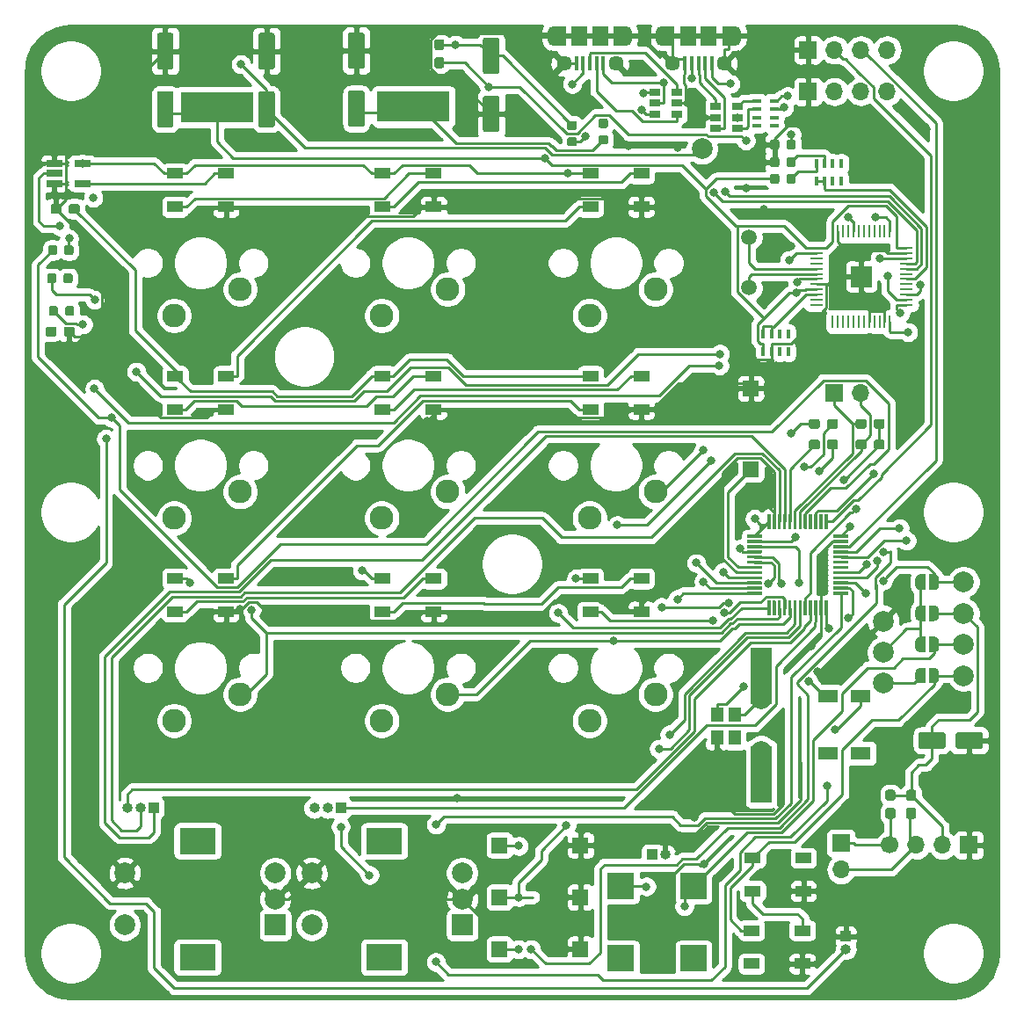
<source format=gbr>
G04 #@! TF.GenerationSoftware,KiCad,Pcbnew,5.1.2-f72e74a~84~ubuntu18.04.1*
G04 #@! TF.CreationDate,2019-06-06T15:51:32+08:00*
G04 #@! TF.ProjectId,stm32_aux_keyboard,73746d33-325f-4617-9578-5f6b6579626f,rev?*
G04 #@! TF.SameCoordinates,Original*
G04 #@! TF.FileFunction,Copper,L1,Top*
G04 #@! TF.FilePolarity,Positive*
%FSLAX46Y46*%
G04 Gerber Fmt 4.6, Leading zero omitted, Abs format (unit mm)*
G04 Created by KiCad (PCBNEW 5.1.2-f72e74a~84~ubuntu18.04.1) date 2019-06-06 15:51:32*
%MOMM*%
%LPD*%
G04 APERTURE LIST*
%ADD10R,1.900000X1.300000*%
%ADD11R,2.500000X2.500000*%
%ADD12R,1.200000X1.400000*%
%ADD13C,1.998980*%
%ADD14R,1.998980X5.499100*%
%ADD15C,2.286000*%
%ADD16R,1.200000X1.900000*%
%ADD17O,1.200000X1.900000*%
%ADD18R,1.500000X1.900000*%
%ADD19C,1.450000*%
%ADD20R,0.400000X1.350000*%
%ADD21R,1.300000X0.250000*%
%ADD22R,0.250000X1.300000*%
%ADD23R,2.000000X2.000000*%
%ADD24R,1.000000X0.800000*%
%ADD25R,1.560000X0.650000*%
%ADD26O,1.000000X1.000000*%
%ADD27R,1.000000X1.000000*%
%ADD28R,1.500000X1.000000*%
%ADD29C,0.100000*%
%ADD30C,0.875000*%
%ADD31C,0.950000*%
%ADD32C,1.500000*%
%ADD33R,0.400000X0.900000*%
%ADD34O,1.700000X1.700000*%
%ADD35R,1.700000X1.700000*%
%ADD36C,0.300000*%
%ADD37R,1.500000X1.500000*%
%ADD38C,1.700000*%
%ADD39C,1.600000*%
%ADD40C,1.000000*%
%ADD41R,7.000000X3.000000*%
%ADD42C,2.000000*%
%ADD43C,0.500000*%
%ADD44R,0.900000X0.400000*%
%ADD45R,3.500000X2.500000*%
%ADD46C,0.800000*%
%ADD47C,0.250000*%
%ADD48C,0.254000*%
G04 APERTURE END LIST*
D10*
X101100000Y-85250000D03*
X101100000Y-90750000D03*
X97900000Y-90750000D03*
X97900000Y-85250000D03*
D11*
X85000000Y-110500000D03*
X78000000Y-110500000D03*
X78000000Y-103500000D03*
X85000000Y-103500000D03*
D12*
X88942500Y-89227000D03*
X88942500Y-87027000D03*
X87242500Y-89227000D03*
X87242500Y-87027000D03*
D13*
X91500000Y-90540000D03*
X91500000Y-85460000D03*
D14*
X91500000Y-92749800D03*
X91500000Y-83250200D03*
D15*
X74960000Y-87580000D03*
X81310000Y-85040000D03*
X54960000Y-87580000D03*
X61310000Y-85040000D03*
X34960000Y-87580000D03*
X41310000Y-85040000D03*
X74960000Y-68080000D03*
X81310000Y-65540000D03*
X54960000Y-68080000D03*
X61310000Y-65540000D03*
X34960000Y-68080000D03*
X41310000Y-65540000D03*
X74960000Y-48580000D03*
X81310000Y-46040000D03*
X54960000Y-48580000D03*
X61310000Y-46040000D03*
X34960000Y-48580000D03*
X41310000Y-46040000D03*
D16*
X88360000Y-21612500D03*
X82560000Y-21612500D03*
D17*
X81960000Y-21612500D03*
X88960000Y-21612500D03*
D18*
X86460000Y-21612500D03*
D19*
X82960000Y-24312500D03*
D20*
X85460000Y-24312500D03*
X84810000Y-24312500D03*
X84160000Y-24312500D03*
X86760000Y-24312500D03*
X86110000Y-24312500D03*
D19*
X87960000Y-24312500D03*
D18*
X84460000Y-21612500D03*
D16*
X77900000Y-21612500D03*
X72100000Y-21612500D03*
D17*
X71500000Y-21612500D03*
X78500000Y-21612500D03*
D18*
X76000000Y-21612500D03*
D19*
X72500000Y-24312500D03*
D20*
X75000000Y-24312500D03*
X74350000Y-24312500D03*
X73700000Y-24312500D03*
X76300000Y-24312500D03*
X75650000Y-24312500D03*
D19*
X77500000Y-24312500D03*
D18*
X74000000Y-21612500D03*
D21*
X96800000Y-42060000D03*
X96800000Y-42560000D03*
X96800000Y-43060000D03*
X96800000Y-43560000D03*
X96800000Y-44060000D03*
X96800000Y-44560000D03*
X96800000Y-45060000D03*
X96800000Y-45560000D03*
X96800000Y-46060000D03*
X96800000Y-46560000D03*
X96800000Y-47060000D03*
X96800000Y-47560000D03*
D22*
X98400000Y-49160000D03*
X98900000Y-49160000D03*
X99400000Y-49160000D03*
X99900000Y-49160000D03*
X100400000Y-49160000D03*
X100900000Y-49160000D03*
X101400000Y-49160000D03*
X101900000Y-49160000D03*
X102400000Y-49160000D03*
X102900000Y-49160000D03*
X103400000Y-49160000D03*
X103900000Y-49160000D03*
D21*
X105500000Y-47560000D03*
X105500000Y-47060000D03*
X105500000Y-46560000D03*
X105500000Y-46060000D03*
X105500000Y-45560000D03*
X105500000Y-45060000D03*
X105500000Y-44560000D03*
X105500000Y-44060000D03*
X105500000Y-43560000D03*
X105500000Y-43060000D03*
X105500000Y-42560000D03*
X105500000Y-42060000D03*
D22*
X103900000Y-40460000D03*
X103400000Y-40460000D03*
X102900000Y-40460000D03*
X102400000Y-40460000D03*
X101900000Y-40460000D03*
X101400000Y-40460000D03*
X100900000Y-40460000D03*
X100400000Y-40460000D03*
X99900000Y-40460000D03*
X99400000Y-40460000D03*
X98900000Y-40460000D03*
X98400000Y-40460000D03*
D23*
X101150000Y-44810000D03*
D24*
X83360000Y-29150000D03*
X83360000Y-27050000D03*
X83360000Y-28100000D03*
X81240000Y-27050000D03*
X81240000Y-29150000D03*
X81240000Y-28100000D03*
D25*
X26110000Y-33940000D03*
X26110000Y-35840000D03*
X23410000Y-35840000D03*
X23410000Y-34890000D03*
X23410000Y-33940000D03*
D26*
X99650000Y-109620000D03*
D27*
X99650000Y-108350000D03*
D28*
X90560000Y-107810000D03*
X90560000Y-111010000D03*
X95460000Y-107810000D03*
X95460000Y-111010000D03*
X90670000Y-100810000D03*
X90670000Y-104010000D03*
X95570000Y-100810000D03*
X95570000Y-104010000D03*
X75050000Y-73900000D03*
X75050000Y-77100000D03*
X79950000Y-73900000D03*
X79950000Y-77100000D03*
X55050000Y-73900000D03*
X55050000Y-77100000D03*
X59950000Y-73900000D03*
X59950000Y-77100000D03*
X35050000Y-73900000D03*
X35050000Y-77100000D03*
X39950000Y-73900000D03*
X39950000Y-77100000D03*
X75050000Y-54400000D03*
X75050000Y-57600000D03*
X79950000Y-54400000D03*
X79950000Y-57600000D03*
X55050000Y-54400000D03*
X55050000Y-57600000D03*
X59950000Y-54400000D03*
X59950000Y-57600000D03*
X35050000Y-54400000D03*
X35050000Y-57600000D03*
X39950000Y-54400000D03*
X39950000Y-57600000D03*
X75050000Y-34900000D03*
X75050000Y-38100000D03*
X79950000Y-34900000D03*
X79950000Y-38100000D03*
X55050000Y-34900000D03*
X55050000Y-38100000D03*
X59950000Y-34900000D03*
X59950000Y-38100000D03*
X35050000Y-34900000D03*
X35050000Y-38100000D03*
X39950000Y-34900000D03*
X39950000Y-38100000D03*
D29*
G36*
X23562691Y-47666053D02*
G01*
X23583926Y-47669203D01*
X23604750Y-47674419D01*
X23624962Y-47681651D01*
X23644368Y-47690830D01*
X23662781Y-47701866D01*
X23680024Y-47714654D01*
X23695930Y-47729070D01*
X23710346Y-47744976D01*
X23723134Y-47762219D01*
X23734170Y-47780632D01*
X23743349Y-47800038D01*
X23750581Y-47820250D01*
X23755797Y-47841074D01*
X23758947Y-47862309D01*
X23760000Y-47883750D01*
X23760000Y-48396250D01*
X23758947Y-48417691D01*
X23755797Y-48438926D01*
X23750581Y-48459750D01*
X23743349Y-48479962D01*
X23734170Y-48499368D01*
X23723134Y-48517781D01*
X23710346Y-48535024D01*
X23695930Y-48550930D01*
X23680024Y-48565346D01*
X23662781Y-48578134D01*
X23644368Y-48589170D01*
X23624962Y-48598349D01*
X23604750Y-48605581D01*
X23583926Y-48610797D01*
X23562691Y-48613947D01*
X23541250Y-48615000D01*
X23103750Y-48615000D01*
X23082309Y-48613947D01*
X23061074Y-48610797D01*
X23040250Y-48605581D01*
X23020038Y-48598349D01*
X23000632Y-48589170D01*
X22982219Y-48578134D01*
X22964976Y-48565346D01*
X22949070Y-48550930D01*
X22934654Y-48535024D01*
X22921866Y-48517781D01*
X22910830Y-48499368D01*
X22901651Y-48479962D01*
X22894419Y-48459750D01*
X22889203Y-48438926D01*
X22886053Y-48417691D01*
X22885000Y-48396250D01*
X22885000Y-47883750D01*
X22886053Y-47862309D01*
X22889203Y-47841074D01*
X22894419Y-47820250D01*
X22901651Y-47800038D01*
X22910830Y-47780632D01*
X22921866Y-47762219D01*
X22934654Y-47744976D01*
X22949070Y-47729070D01*
X22964976Y-47714654D01*
X22982219Y-47701866D01*
X23000632Y-47690830D01*
X23020038Y-47681651D01*
X23040250Y-47674419D01*
X23061074Y-47669203D01*
X23082309Y-47666053D01*
X23103750Y-47665000D01*
X23541250Y-47665000D01*
X23562691Y-47666053D01*
X23562691Y-47666053D01*
G37*
D30*
X23322500Y-48140000D03*
D29*
G36*
X25137691Y-47666053D02*
G01*
X25158926Y-47669203D01*
X25179750Y-47674419D01*
X25199962Y-47681651D01*
X25219368Y-47690830D01*
X25237781Y-47701866D01*
X25255024Y-47714654D01*
X25270930Y-47729070D01*
X25285346Y-47744976D01*
X25298134Y-47762219D01*
X25309170Y-47780632D01*
X25318349Y-47800038D01*
X25325581Y-47820250D01*
X25330797Y-47841074D01*
X25333947Y-47862309D01*
X25335000Y-47883750D01*
X25335000Y-48396250D01*
X25333947Y-48417691D01*
X25330797Y-48438926D01*
X25325581Y-48459750D01*
X25318349Y-48479962D01*
X25309170Y-48499368D01*
X25298134Y-48517781D01*
X25285346Y-48535024D01*
X25270930Y-48550930D01*
X25255024Y-48565346D01*
X25237781Y-48578134D01*
X25219368Y-48589170D01*
X25199962Y-48598349D01*
X25179750Y-48605581D01*
X25158926Y-48610797D01*
X25137691Y-48613947D01*
X25116250Y-48615000D01*
X24678750Y-48615000D01*
X24657309Y-48613947D01*
X24636074Y-48610797D01*
X24615250Y-48605581D01*
X24595038Y-48598349D01*
X24575632Y-48589170D01*
X24557219Y-48578134D01*
X24539976Y-48565346D01*
X24524070Y-48550930D01*
X24509654Y-48535024D01*
X24496866Y-48517781D01*
X24485830Y-48499368D01*
X24476651Y-48479962D01*
X24469419Y-48459750D01*
X24464203Y-48438926D01*
X24461053Y-48417691D01*
X24460000Y-48396250D01*
X24460000Y-47883750D01*
X24461053Y-47862309D01*
X24464203Y-47841074D01*
X24469419Y-47820250D01*
X24476651Y-47800038D01*
X24485830Y-47780632D01*
X24496866Y-47762219D01*
X24509654Y-47744976D01*
X24524070Y-47729070D01*
X24539976Y-47714654D01*
X24557219Y-47701866D01*
X24575632Y-47690830D01*
X24595038Y-47681651D01*
X24615250Y-47674419D01*
X24636074Y-47669203D01*
X24657309Y-47666053D01*
X24678750Y-47665000D01*
X25116250Y-47665000D01*
X25137691Y-47666053D01*
X25137691Y-47666053D01*
G37*
D30*
X24897500Y-48140000D03*
D29*
G36*
X23402691Y-44516053D02*
G01*
X23423926Y-44519203D01*
X23444750Y-44524419D01*
X23464962Y-44531651D01*
X23484368Y-44540830D01*
X23502781Y-44551866D01*
X23520024Y-44564654D01*
X23535930Y-44579070D01*
X23550346Y-44594976D01*
X23563134Y-44612219D01*
X23574170Y-44630632D01*
X23583349Y-44650038D01*
X23590581Y-44670250D01*
X23595797Y-44691074D01*
X23598947Y-44712309D01*
X23600000Y-44733750D01*
X23600000Y-45246250D01*
X23598947Y-45267691D01*
X23595797Y-45288926D01*
X23590581Y-45309750D01*
X23583349Y-45329962D01*
X23574170Y-45349368D01*
X23563134Y-45367781D01*
X23550346Y-45385024D01*
X23535930Y-45400930D01*
X23520024Y-45415346D01*
X23502781Y-45428134D01*
X23484368Y-45439170D01*
X23464962Y-45448349D01*
X23444750Y-45455581D01*
X23423926Y-45460797D01*
X23402691Y-45463947D01*
X23381250Y-45465000D01*
X22943750Y-45465000D01*
X22922309Y-45463947D01*
X22901074Y-45460797D01*
X22880250Y-45455581D01*
X22860038Y-45448349D01*
X22840632Y-45439170D01*
X22822219Y-45428134D01*
X22804976Y-45415346D01*
X22789070Y-45400930D01*
X22774654Y-45385024D01*
X22761866Y-45367781D01*
X22750830Y-45349368D01*
X22741651Y-45329962D01*
X22734419Y-45309750D01*
X22729203Y-45288926D01*
X22726053Y-45267691D01*
X22725000Y-45246250D01*
X22725000Y-44733750D01*
X22726053Y-44712309D01*
X22729203Y-44691074D01*
X22734419Y-44670250D01*
X22741651Y-44650038D01*
X22750830Y-44630632D01*
X22761866Y-44612219D01*
X22774654Y-44594976D01*
X22789070Y-44579070D01*
X22804976Y-44564654D01*
X22822219Y-44551866D01*
X22840632Y-44540830D01*
X22860038Y-44531651D01*
X22880250Y-44524419D01*
X22901074Y-44519203D01*
X22922309Y-44516053D01*
X22943750Y-44515000D01*
X23381250Y-44515000D01*
X23402691Y-44516053D01*
X23402691Y-44516053D01*
G37*
D30*
X23162500Y-44990000D03*
D29*
G36*
X24977691Y-44516053D02*
G01*
X24998926Y-44519203D01*
X25019750Y-44524419D01*
X25039962Y-44531651D01*
X25059368Y-44540830D01*
X25077781Y-44551866D01*
X25095024Y-44564654D01*
X25110930Y-44579070D01*
X25125346Y-44594976D01*
X25138134Y-44612219D01*
X25149170Y-44630632D01*
X25158349Y-44650038D01*
X25165581Y-44670250D01*
X25170797Y-44691074D01*
X25173947Y-44712309D01*
X25175000Y-44733750D01*
X25175000Y-45246250D01*
X25173947Y-45267691D01*
X25170797Y-45288926D01*
X25165581Y-45309750D01*
X25158349Y-45329962D01*
X25149170Y-45349368D01*
X25138134Y-45367781D01*
X25125346Y-45385024D01*
X25110930Y-45400930D01*
X25095024Y-45415346D01*
X25077781Y-45428134D01*
X25059368Y-45439170D01*
X25039962Y-45448349D01*
X25019750Y-45455581D01*
X24998926Y-45460797D01*
X24977691Y-45463947D01*
X24956250Y-45465000D01*
X24518750Y-45465000D01*
X24497309Y-45463947D01*
X24476074Y-45460797D01*
X24455250Y-45455581D01*
X24435038Y-45448349D01*
X24415632Y-45439170D01*
X24397219Y-45428134D01*
X24379976Y-45415346D01*
X24364070Y-45400930D01*
X24349654Y-45385024D01*
X24336866Y-45367781D01*
X24325830Y-45349368D01*
X24316651Y-45329962D01*
X24309419Y-45309750D01*
X24304203Y-45288926D01*
X24301053Y-45267691D01*
X24300000Y-45246250D01*
X24300000Y-44733750D01*
X24301053Y-44712309D01*
X24304203Y-44691074D01*
X24309419Y-44670250D01*
X24316651Y-44650038D01*
X24325830Y-44630632D01*
X24336866Y-44612219D01*
X24349654Y-44594976D01*
X24364070Y-44579070D01*
X24379976Y-44564654D01*
X24397219Y-44551866D01*
X24415632Y-44540830D01*
X24435038Y-44531651D01*
X24455250Y-44524419D01*
X24476074Y-44519203D01*
X24497309Y-44516053D01*
X24518750Y-44515000D01*
X24956250Y-44515000D01*
X24977691Y-44516053D01*
X24977691Y-44516053D01*
G37*
D30*
X24737500Y-44990000D03*
D29*
G36*
X23482691Y-41796053D02*
G01*
X23503926Y-41799203D01*
X23524750Y-41804419D01*
X23544962Y-41811651D01*
X23564368Y-41820830D01*
X23582781Y-41831866D01*
X23600024Y-41844654D01*
X23615930Y-41859070D01*
X23630346Y-41874976D01*
X23643134Y-41892219D01*
X23654170Y-41910632D01*
X23663349Y-41930038D01*
X23670581Y-41950250D01*
X23675797Y-41971074D01*
X23678947Y-41992309D01*
X23680000Y-42013750D01*
X23680000Y-42526250D01*
X23678947Y-42547691D01*
X23675797Y-42568926D01*
X23670581Y-42589750D01*
X23663349Y-42609962D01*
X23654170Y-42629368D01*
X23643134Y-42647781D01*
X23630346Y-42665024D01*
X23615930Y-42680930D01*
X23600024Y-42695346D01*
X23582781Y-42708134D01*
X23564368Y-42719170D01*
X23544962Y-42728349D01*
X23524750Y-42735581D01*
X23503926Y-42740797D01*
X23482691Y-42743947D01*
X23461250Y-42745000D01*
X23023750Y-42745000D01*
X23002309Y-42743947D01*
X22981074Y-42740797D01*
X22960250Y-42735581D01*
X22940038Y-42728349D01*
X22920632Y-42719170D01*
X22902219Y-42708134D01*
X22884976Y-42695346D01*
X22869070Y-42680930D01*
X22854654Y-42665024D01*
X22841866Y-42647781D01*
X22830830Y-42629368D01*
X22821651Y-42609962D01*
X22814419Y-42589750D01*
X22809203Y-42568926D01*
X22806053Y-42547691D01*
X22805000Y-42526250D01*
X22805000Y-42013750D01*
X22806053Y-41992309D01*
X22809203Y-41971074D01*
X22814419Y-41950250D01*
X22821651Y-41930038D01*
X22830830Y-41910632D01*
X22841866Y-41892219D01*
X22854654Y-41874976D01*
X22869070Y-41859070D01*
X22884976Y-41844654D01*
X22902219Y-41831866D01*
X22920632Y-41820830D01*
X22940038Y-41811651D01*
X22960250Y-41804419D01*
X22981074Y-41799203D01*
X23002309Y-41796053D01*
X23023750Y-41795000D01*
X23461250Y-41795000D01*
X23482691Y-41796053D01*
X23482691Y-41796053D01*
G37*
D30*
X23242500Y-42270000D03*
D29*
G36*
X25057691Y-41796053D02*
G01*
X25078926Y-41799203D01*
X25099750Y-41804419D01*
X25119962Y-41811651D01*
X25139368Y-41820830D01*
X25157781Y-41831866D01*
X25175024Y-41844654D01*
X25190930Y-41859070D01*
X25205346Y-41874976D01*
X25218134Y-41892219D01*
X25229170Y-41910632D01*
X25238349Y-41930038D01*
X25245581Y-41950250D01*
X25250797Y-41971074D01*
X25253947Y-41992309D01*
X25255000Y-42013750D01*
X25255000Y-42526250D01*
X25253947Y-42547691D01*
X25250797Y-42568926D01*
X25245581Y-42589750D01*
X25238349Y-42609962D01*
X25229170Y-42629368D01*
X25218134Y-42647781D01*
X25205346Y-42665024D01*
X25190930Y-42680930D01*
X25175024Y-42695346D01*
X25157781Y-42708134D01*
X25139368Y-42719170D01*
X25119962Y-42728349D01*
X25099750Y-42735581D01*
X25078926Y-42740797D01*
X25057691Y-42743947D01*
X25036250Y-42745000D01*
X24598750Y-42745000D01*
X24577309Y-42743947D01*
X24556074Y-42740797D01*
X24535250Y-42735581D01*
X24515038Y-42728349D01*
X24495632Y-42719170D01*
X24477219Y-42708134D01*
X24459976Y-42695346D01*
X24444070Y-42680930D01*
X24429654Y-42665024D01*
X24416866Y-42647781D01*
X24405830Y-42629368D01*
X24396651Y-42609962D01*
X24389419Y-42589750D01*
X24384203Y-42568926D01*
X24381053Y-42547691D01*
X24380000Y-42526250D01*
X24380000Y-42013750D01*
X24381053Y-41992309D01*
X24384203Y-41971074D01*
X24389419Y-41950250D01*
X24396651Y-41930038D01*
X24405830Y-41910632D01*
X24416866Y-41892219D01*
X24429654Y-41874976D01*
X24444070Y-41859070D01*
X24459976Y-41844654D01*
X24477219Y-41831866D01*
X24495632Y-41820830D01*
X24515038Y-41811651D01*
X24535250Y-41804419D01*
X24556074Y-41799203D01*
X24577309Y-41796053D01*
X24598750Y-41795000D01*
X25036250Y-41795000D01*
X25057691Y-41796053D01*
X25057691Y-41796053D01*
G37*
D30*
X24817500Y-42270000D03*
D29*
G36*
X25645779Y-37816144D02*
G01*
X25668834Y-37819563D01*
X25691443Y-37825227D01*
X25713387Y-37833079D01*
X25734457Y-37843044D01*
X25754448Y-37855026D01*
X25773168Y-37868910D01*
X25790438Y-37884562D01*
X25806090Y-37901832D01*
X25819974Y-37920552D01*
X25831956Y-37940543D01*
X25841921Y-37961613D01*
X25849773Y-37983557D01*
X25855437Y-38006166D01*
X25858856Y-38029221D01*
X25860000Y-38052500D01*
X25860000Y-38527500D01*
X25858856Y-38550779D01*
X25855437Y-38573834D01*
X25849773Y-38596443D01*
X25841921Y-38618387D01*
X25831956Y-38639457D01*
X25819974Y-38659448D01*
X25806090Y-38678168D01*
X25790438Y-38695438D01*
X25773168Y-38711090D01*
X25754448Y-38724974D01*
X25734457Y-38736956D01*
X25713387Y-38746921D01*
X25691443Y-38754773D01*
X25668834Y-38760437D01*
X25645779Y-38763856D01*
X25622500Y-38765000D01*
X25047500Y-38765000D01*
X25024221Y-38763856D01*
X25001166Y-38760437D01*
X24978557Y-38754773D01*
X24956613Y-38746921D01*
X24935543Y-38736956D01*
X24915552Y-38724974D01*
X24896832Y-38711090D01*
X24879562Y-38695438D01*
X24863910Y-38678168D01*
X24850026Y-38659448D01*
X24838044Y-38639457D01*
X24828079Y-38618387D01*
X24820227Y-38596443D01*
X24814563Y-38573834D01*
X24811144Y-38550779D01*
X24810000Y-38527500D01*
X24810000Y-38052500D01*
X24811144Y-38029221D01*
X24814563Y-38006166D01*
X24820227Y-37983557D01*
X24828079Y-37961613D01*
X24838044Y-37940543D01*
X24850026Y-37920552D01*
X24863910Y-37901832D01*
X24879562Y-37884562D01*
X24896832Y-37868910D01*
X24915552Y-37855026D01*
X24935543Y-37843044D01*
X24956613Y-37833079D01*
X24978557Y-37825227D01*
X25001166Y-37819563D01*
X25024221Y-37816144D01*
X25047500Y-37815000D01*
X25622500Y-37815000D01*
X25645779Y-37816144D01*
X25645779Y-37816144D01*
G37*
D31*
X25335000Y-38290000D03*
D29*
G36*
X23895779Y-37816144D02*
G01*
X23918834Y-37819563D01*
X23941443Y-37825227D01*
X23963387Y-37833079D01*
X23984457Y-37843044D01*
X24004448Y-37855026D01*
X24023168Y-37868910D01*
X24040438Y-37884562D01*
X24056090Y-37901832D01*
X24069974Y-37920552D01*
X24081956Y-37940543D01*
X24091921Y-37961613D01*
X24099773Y-37983557D01*
X24105437Y-38006166D01*
X24108856Y-38029221D01*
X24110000Y-38052500D01*
X24110000Y-38527500D01*
X24108856Y-38550779D01*
X24105437Y-38573834D01*
X24099773Y-38596443D01*
X24091921Y-38618387D01*
X24081956Y-38639457D01*
X24069974Y-38659448D01*
X24056090Y-38678168D01*
X24040438Y-38695438D01*
X24023168Y-38711090D01*
X24004448Y-38724974D01*
X23984457Y-38736956D01*
X23963387Y-38746921D01*
X23941443Y-38754773D01*
X23918834Y-38760437D01*
X23895779Y-38763856D01*
X23872500Y-38765000D01*
X23297500Y-38765000D01*
X23274221Y-38763856D01*
X23251166Y-38760437D01*
X23228557Y-38754773D01*
X23206613Y-38746921D01*
X23185543Y-38736956D01*
X23165552Y-38724974D01*
X23146832Y-38711090D01*
X23129562Y-38695438D01*
X23113910Y-38678168D01*
X23100026Y-38659448D01*
X23088044Y-38639457D01*
X23078079Y-38618387D01*
X23070227Y-38596443D01*
X23064563Y-38573834D01*
X23061144Y-38550779D01*
X23060000Y-38527500D01*
X23060000Y-38052500D01*
X23061144Y-38029221D01*
X23064563Y-38006166D01*
X23070227Y-37983557D01*
X23078079Y-37961613D01*
X23088044Y-37940543D01*
X23100026Y-37920552D01*
X23113910Y-37901832D01*
X23129562Y-37884562D01*
X23146832Y-37868910D01*
X23165552Y-37855026D01*
X23185543Y-37843044D01*
X23206613Y-37833079D01*
X23228557Y-37825227D01*
X23251166Y-37819563D01*
X23274221Y-37816144D01*
X23297500Y-37815000D01*
X23872500Y-37815000D01*
X23895779Y-37816144D01*
X23895779Y-37816144D01*
G37*
D31*
X23585000Y-38290000D03*
D29*
G36*
X25165779Y-49636144D02*
G01*
X25188834Y-49639563D01*
X25211443Y-49645227D01*
X25233387Y-49653079D01*
X25254457Y-49663044D01*
X25274448Y-49675026D01*
X25293168Y-49688910D01*
X25310438Y-49704562D01*
X25326090Y-49721832D01*
X25339974Y-49740552D01*
X25351956Y-49760543D01*
X25361921Y-49781613D01*
X25369773Y-49803557D01*
X25375437Y-49826166D01*
X25378856Y-49849221D01*
X25380000Y-49872500D01*
X25380000Y-50347500D01*
X25378856Y-50370779D01*
X25375437Y-50393834D01*
X25369773Y-50416443D01*
X25361921Y-50438387D01*
X25351956Y-50459457D01*
X25339974Y-50479448D01*
X25326090Y-50498168D01*
X25310438Y-50515438D01*
X25293168Y-50531090D01*
X25274448Y-50544974D01*
X25254457Y-50556956D01*
X25233387Y-50566921D01*
X25211443Y-50574773D01*
X25188834Y-50580437D01*
X25165779Y-50583856D01*
X25142500Y-50585000D01*
X24567500Y-50585000D01*
X24544221Y-50583856D01*
X24521166Y-50580437D01*
X24498557Y-50574773D01*
X24476613Y-50566921D01*
X24455543Y-50556956D01*
X24435552Y-50544974D01*
X24416832Y-50531090D01*
X24399562Y-50515438D01*
X24383910Y-50498168D01*
X24370026Y-50479448D01*
X24358044Y-50459457D01*
X24348079Y-50438387D01*
X24340227Y-50416443D01*
X24334563Y-50393834D01*
X24331144Y-50370779D01*
X24330000Y-50347500D01*
X24330000Y-49872500D01*
X24331144Y-49849221D01*
X24334563Y-49826166D01*
X24340227Y-49803557D01*
X24348079Y-49781613D01*
X24358044Y-49760543D01*
X24370026Y-49740552D01*
X24383910Y-49721832D01*
X24399562Y-49704562D01*
X24416832Y-49688910D01*
X24435552Y-49675026D01*
X24455543Y-49663044D01*
X24476613Y-49653079D01*
X24498557Y-49645227D01*
X24521166Y-49639563D01*
X24544221Y-49636144D01*
X24567500Y-49635000D01*
X25142500Y-49635000D01*
X25165779Y-49636144D01*
X25165779Y-49636144D01*
G37*
D31*
X24855000Y-50110000D03*
D29*
G36*
X23415779Y-49636144D02*
G01*
X23438834Y-49639563D01*
X23461443Y-49645227D01*
X23483387Y-49653079D01*
X23504457Y-49663044D01*
X23524448Y-49675026D01*
X23543168Y-49688910D01*
X23560438Y-49704562D01*
X23576090Y-49721832D01*
X23589974Y-49740552D01*
X23601956Y-49760543D01*
X23611921Y-49781613D01*
X23619773Y-49803557D01*
X23625437Y-49826166D01*
X23628856Y-49849221D01*
X23630000Y-49872500D01*
X23630000Y-50347500D01*
X23628856Y-50370779D01*
X23625437Y-50393834D01*
X23619773Y-50416443D01*
X23611921Y-50438387D01*
X23601956Y-50459457D01*
X23589974Y-50479448D01*
X23576090Y-50498168D01*
X23560438Y-50515438D01*
X23543168Y-50531090D01*
X23524448Y-50544974D01*
X23504457Y-50556956D01*
X23483387Y-50566921D01*
X23461443Y-50574773D01*
X23438834Y-50580437D01*
X23415779Y-50583856D01*
X23392500Y-50585000D01*
X22817500Y-50585000D01*
X22794221Y-50583856D01*
X22771166Y-50580437D01*
X22748557Y-50574773D01*
X22726613Y-50566921D01*
X22705543Y-50556956D01*
X22685552Y-50544974D01*
X22666832Y-50531090D01*
X22649562Y-50515438D01*
X22633910Y-50498168D01*
X22620026Y-50479448D01*
X22608044Y-50459457D01*
X22598079Y-50438387D01*
X22590227Y-50416443D01*
X22584563Y-50393834D01*
X22581144Y-50370779D01*
X22580000Y-50347500D01*
X22580000Y-49872500D01*
X22581144Y-49849221D01*
X22584563Y-49826166D01*
X22590227Y-49803557D01*
X22598079Y-49781613D01*
X22608044Y-49760543D01*
X22620026Y-49740552D01*
X22633910Y-49721832D01*
X22649562Y-49704562D01*
X22666832Y-49688910D01*
X22685552Y-49675026D01*
X22705543Y-49663044D01*
X22726613Y-49653079D01*
X22748557Y-49645227D01*
X22771166Y-49639563D01*
X22794221Y-49636144D01*
X22817500Y-49635000D01*
X23392500Y-49635000D01*
X23415779Y-49636144D01*
X23415779Y-49636144D01*
G37*
D31*
X23105000Y-50110000D03*
D32*
X90360000Y-41020000D03*
X90360000Y-45900000D03*
D29*
G36*
X93052691Y-31626053D02*
G01*
X93073926Y-31629203D01*
X93094750Y-31634419D01*
X93114962Y-31641651D01*
X93134368Y-31650830D01*
X93152781Y-31661866D01*
X93170024Y-31674654D01*
X93185930Y-31689070D01*
X93200346Y-31704976D01*
X93213134Y-31722219D01*
X93224170Y-31740632D01*
X93233349Y-31760038D01*
X93240581Y-31780250D01*
X93245797Y-31801074D01*
X93248947Y-31822309D01*
X93250000Y-31843750D01*
X93250000Y-32356250D01*
X93248947Y-32377691D01*
X93245797Y-32398926D01*
X93240581Y-32419750D01*
X93233349Y-32439962D01*
X93224170Y-32459368D01*
X93213134Y-32477781D01*
X93200346Y-32495024D01*
X93185930Y-32510930D01*
X93170024Y-32525346D01*
X93152781Y-32538134D01*
X93134368Y-32549170D01*
X93114962Y-32558349D01*
X93094750Y-32565581D01*
X93073926Y-32570797D01*
X93052691Y-32573947D01*
X93031250Y-32575000D01*
X92593750Y-32575000D01*
X92572309Y-32573947D01*
X92551074Y-32570797D01*
X92530250Y-32565581D01*
X92510038Y-32558349D01*
X92490632Y-32549170D01*
X92472219Y-32538134D01*
X92454976Y-32525346D01*
X92439070Y-32510930D01*
X92424654Y-32495024D01*
X92411866Y-32477781D01*
X92400830Y-32459368D01*
X92391651Y-32439962D01*
X92384419Y-32419750D01*
X92379203Y-32398926D01*
X92376053Y-32377691D01*
X92375000Y-32356250D01*
X92375000Y-31843750D01*
X92376053Y-31822309D01*
X92379203Y-31801074D01*
X92384419Y-31780250D01*
X92391651Y-31760038D01*
X92400830Y-31740632D01*
X92411866Y-31722219D01*
X92424654Y-31704976D01*
X92439070Y-31689070D01*
X92454976Y-31674654D01*
X92472219Y-31661866D01*
X92490632Y-31650830D01*
X92510038Y-31641651D01*
X92530250Y-31634419D01*
X92551074Y-31629203D01*
X92572309Y-31626053D01*
X92593750Y-31625000D01*
X93031250Y-31625000D01*
X93052691Y-31626053D01*
X93052691Y-31626053D01*
G37*
D30*
X92812500Y-32100000D03*
D29*
G36*
X94627691Y-31626053D02*
G01*
X94648926Y-31629203D01*
X94669750Y-31634419D01*
X94689962Y-31641651D01*
X94709368Y-31650830D01*
X94727781Y-31661866D01*
X94745024Y-31674654D01*
X94760930Y-31689070D01*
X94775346Y-31704976D01*
X94788134Y-31722219D01*
X94799170Y-31740632D01*
X94808349Y-31760038D01*
X94815581Y-31780250D01*
X94820797Y-31801074D01*
X94823947Y-31822309D01*
X94825000Y-31843750D01*
X94825000Y-32356250D01*
X94823947Y-32377691D01*
X94820797Y-32398926D01*
X94815581Y-32419750D01*
X94808349Y-32439962D01*
X94799170Y-32459368D01*
X94788134Y-32477781D01*
X94775346Y-32495024D01*
X94760930Y-32510930D01*
X94745024Y-32525346D01*
X94727781Y-32538134D01*
X94709368Y-32549170D01*
X94689962Y-32558349D01*
X94669750Y-32565581D01*
X94648926Y-32570797D01*
X94627691Y-32573947D01*
X94606250Y-32575000D01*
X94168750Y-32575000D01*
X94147309Y-32573947D01*
X94126074Y-32570797D01*
X94105250Y-32565581D01*
X94085038Y-32558349D01*
X94065632Y-32549170D01*
X94047219Y-32538134D01*
X94029976Y-32525346D01*
X94014070Y-32510930D01*
X93999654Y-32495024D01*
X93986866Y-32477781D01*
X93975830Y-32459368D01*
X93966651Y-32439962D01*
X93959419Y-32419750D01*
X93954203Y-32398926D01*
X93951053Y-32377691D01*
X93950000Y-32356250D01*
X93950000Y-31843750D01*
X93951053Y-31822309D01*
X93954203Y-31801074D01*
X93959419Y-31780250D01*
X93966651Y-31760038D01*
X93975830Y-31740632D01*
X93986866Y-31722219D01*
X93999654Y-31704976D01*
X94014070Y-31689070D01*
X94029976Y-31674654D01*
X94047219Y-31661866D01*
X94065632Y-31650830D01*
X94085038Y-31641651D01*
X94105250Y-31634419D01*
X94126074Y-31629203D01*
X94147309Y-31626053D01*
X94168750Y-31625000D01*
X94606250Y-31625000D01*
X94627691Y-31626053D01*
X94627691Y-31626053D01*
G37*
D30*
X94387500Y-32100000D03*
D33*
X99200000Y-33950000D03*
X98400000Y-33950000D03*
X97600000Y-33950000D03*
X96800000Y-33950000D03*
X99200000Y-35650000D03*
X96800000Y-35650000D03*
X98400000Y-35650000D03*
X97600000Y-35650000D03*
X94100000Y-50350000D03*
X93300000Y-50350000D03*
X92500000Y-50350000D03*
X91700000Y-50350000D03*
X94100000Y-52050000D03*
X91700000Y-52050000D03*
X93300000Y-52050000D03*
X92500000Y-52050000D03*
D34*
X103620000Y-23000000D03*
X101080000Y-23000000D03*
X98540000Y-23000000D03*
D35*
X96000000Y-23000000D03*
D34*
X103620000Y-27000000D03*
X101080000Y-27000000D03*
X98540000Y-27000000D03*
D35*
X96000000Y-27000000D03*
D29*
G36*
X93052691Y-33326053D02*
G01*
X93073926Y-33329203D01*
X93094750Y-33334419D01*
X93114962Y-33341651D01*
X93134368Y-33350830D01*
X93152781Y-33361866D01*
X93170024Y-33374654D01*
X93185930Y-33389070D01*
X93200346Y-33404976D01*
X93213134Y-33422219D01*
X93224170Y-33440632D01*
X93233349Y-33460038D01*
X93240581Y-33480250D01*
X93245797Y-33501074D01*
X93248947Y-33522309D01*
X93250000Y-33543750D01*
X93250000Y-34056250D01*
X93248947Y-34077691D01*
X93245797Y-34098926D01*
X93240581Y-34119750D01*
X93233349Y-34139962D01*
X93224170Y-34159368D01*
X93213134Y-34177781D01*
X93200346Y-34195024D01*
X93185930Y-34210930D01*
X93170024Y-34225346D01*
X93152781Y-34238134D01*
X93134368Y-34249170D01*
X93114962Y-34258349D01*
X93094750Y-34265581D01*
X93073926Y-34270797D01*
X93052691Y-34273947D01*
X93031250Y-34275000D01*
X92593750Y-34275000D01*
X92572309Y-34273947D01*
X92551074Y-34270797D01*
X92530250Y-34265581D01*
X92510038Y-34258349D01*
X92490632Y-34249170D01*
X92472219Y-34238134D01*
X92454976Y-34225346D01*
X92439070Y-34210930D01*
X92424654Y-34195024D01*
X92411866Y-34177781D01*
X92400830Y-34159368D01*
X92391651Y-34139962D01*
X92384419Y-34119750D01*
X92379203Y-34098926D01*
X92376053Y-34077691D01*
X92375000Y-34056250D01*
X92375000Y-33543750D01*
X92376053Y-33522309D01*
X92379203Y-33501074D01*
X92384419Y-33480250D01*
X92391651Y-33460038D01*
X92400830Y-33440632D01*
X92411866Y-33422219D01*
X92424654Y-33404976D01*
X92439070Y-33389070D01*
X92454976Y-33374654D01*
X92472219Y-33361866D01*
X92490632Y-33350830D01*
X92510038Y-33341651D01*
X92530250Y-33334419D01*
X92551074Y-33329203D01*
X92572309Y-33326053D01*
X92593750Y-33325000D01*
X93031250Y-33325000D01*
X93052691Y-33326053D01*
X93052691Y-33326053D01*
G37*
D30*
X92812500Y-33800000D03*
D29*
G36*
X94627691Y-33326053D02*
G01*
X94648926Y-33329203D01*
X94669750Y-33334419D01*
X94689962Y-33341651D01*
X94709368Y-33350830D01*
X94727781Y-33361866D01*
X94745024Y-33374654D01*
X94760930Y-33389070D01*
X94775346Y-33404976D01*
X94788134Y-33422219D01*
X94799170Y-33440632D01*
X94808349Y-33460038D01*
X94815581Y-33480250D01*
X94820797Y-33501074D01*
X94823947Y-33522309D01*
X94825000Y-33543750D01*
X94825000Y-34056250D01*
X94823947Y-34077691D01*
X94820797Y-34098926D01*
X94815581Y-34119750D01*
X94808349Y-34139962D01*
X94799170Y-34159368D01*
X94788134Y-34177781D01*
X94775346Y-34195024D01*
X94760930Y-34210930D01*
X94745024Y-34225346D01*
X94727781Y-34238134D01*
X94709368Y-34249170D01*
X94689962Y-34258349D01*
X94669750Y-34265581D01*
X94648926Y-34270797D01*
X94627691Y-34273947D01*
X94606250Y-34275000D01*
X94168750Y-34275000D01*
X94147309Y-34273947D01*
X94126074Y-34270797D01*
X94105250Y-34265581D01*
X94085038Y-34258349D01*
X94065632Y-34249170D01*
X94047219Y-34238134D01*
X94029976Y-34225346D01*
X94014070Y-34210930D01*
X93999654Y-34195024D01*
X93986866Y-34177781D01*
X93975830Y-34159368D01*
X93966651Y-34139962D01*
X93959419Y-34119750D01*
X93954203Y-34098926D01*
X93951053Y-34077691D01*
X93950000Y-34056250D01*
X93950000Y-33543750D01*
X93951053Y-33522309D01*
X93954203Y-33501074D01*
X93959419Y-33480250D01*
X93966651Y-33460038D01*
X93975830Y-33440632D01*
X93986866Y-33422219D01*
X93999654Y-33404976D01*
X94014070Y-33389070D01*
X94029976Y-33374654D01*
X94047219Y-33361866D01*
X94065632Y-33350830D01*
X94085038Y-33341651D01*
X94105250Y-33334419D01*
X94126074Y-33329203D01*
X94147309Y-33326053D01*
X94168750Y-33325000D01*
X94606250Y-33325000D01*
X94627691Y-33326053D01*
X94627691Y-33326053D01*
G37*
D30*
X94387500Y-33800000D03*
D29*
G36*
X94627691Y-34926053D02*
G01*
X94648926Y-34929203D01*
X94669750Y-34934419D01*
X94689962Y-34941651D01*
X94709368Y-34950830D01*
X94727781Y-34961866D01*
X94745024Y-34974654D01*
X94760930Y-34989070D01*
X94775346Y-35004976D01*
X94788134Y-35022219D01*
X94799170Y-35040632D01*
X94808349Y-35060038D01*
X94815581Y-35080250D01*
X94820797Y-35101074D01*
X94823947Y-35122309D01*
X94825000Y-35143750D01*
X94825000Y-35656250D01*
X94823947Y-35677691D01*
X94820797Y-35698926D01*
X94815581Y-35719750D01*
X94808349Y-35739962D01*
X94799170Y-35759368D01*
X94788134Y-35777781D01*
X94775346Y-35795024D01*
X94760930Y-35810930D01*
X94745024Y-35825346D01*
X94727781Y-35838134D01*
X94709368Y-35849170D01*
X94689962Y-35858349D01*
X94669750Y-35865581D01*
X94648926Y-35870797D01*
X94627691Y-35873947D01*
X94606250Y-35875000D01*
X94168750Y-35875000D01*
X94147309Y-35873947D01*
X94126074Y-35870797D01*
X94105250Y-35865581D01*
X94085038Y-35858349D01*
X94065632Y-35849170D01*
X94047219Y-35838134D01*
X94029976Y-35825346D01*
X94014070Y-35810930D01*
X93999654Y-35795024D01*
X93986866Y-35777781D01*
X93975830Y-35759368D01*
X93966651Y-35739962D01*
X93959419Y-35719750D01*
X93954203Y-35698926D01*
X93951053Y-35677691D01*
X93950000Y-35656250D01*
X93950000Y-35143750D01*
X93951053Y-35122309D01*
X93954203Y-35101074D01*
X93959419Y-35080250D01*
X93966651Y-35060038D01*
X93975830Y-35040632D01*
X93986866Y-35022219D01*
X93999654Y-35004976D01*
X94014070Y-34989070D01*
X94029976Y-34974654D01*
X94047219Y-34961866D01*
X94065632Y-34950830D01*
X94085038Y-34941651D01*
X94105250Y-34934419D01*
X94126074Y-34929203D01*
X94147309Y-34926053D01*
X94168750Y-34925000D01*
X94606250Y-34925000D01*
X94627691Y-34926053D01*
X94627691Y-34926053D01*
G37*
D30*
X94387500Y-35400000D03*
D29*
G36*
X93052691Y-34926053D02*
G01*
X93073926Y-34929203D01*
X93094750Y-34934419D01*
X93114962Y-34941651D01*
X93134368Y-34950830D01*
X93152781Y-34961866D01*
X93170024Y-34974654D01*
X93185930Y-34989070D01*
X93200346Y-35004976D01*
X93213134Y-35022219D01*
X93224170Y-35040632D01*
X93233349Y-35060038D01*
X93240581Y-35080250D01*
X93245797Y-35101074D01*
X93248947Y-35122309D01*
X93250000Y-35143750D01*
X93250000Y-35656250D01*
X93248947Y-35677691D01*
X93245797Y-35698926D01*
X93240581Y-35719750D01*
X93233349Y-35739962D01*
X93224170Y-35759368D01*
X93213134Y-35777781D01*
X93200346Y-35795024D01*
X93185930Y-35810930D01*
X93170024Y-35825346D01*
X93152781Y-35838134D01*
X93134368Y-35849170D01*
X93114962Y-35858349D01*
X93094750Y-35865581D01*
X93073926Y-35870797D01*
X93052691Y-35873947D01*
X93031250Y-35875000D01*
X92593750Y-35875000D01*
X92572309Y-35873947D01*
X92551074Y-35870797D01*
X92530250Y-35865581D01*
X92510038Y-35858349D01*
X92490632Y-35849170D01*
X92472219Y-35838134D01*
X92454976Y-35825346D01*
X92439070Y-35810930D01*
X92424654Y-35795024D01*
X92411866Y-35777781D01*
X92400830Y-35759368D01*
X92391651Y-35739962D01*
X92384419Y-35719750D01*
X92379203Y-35698926D01*
X92376053Y-35677691D01*
X92375000Y-35656250D01*
X92375000Y-35143750D01*
X92376053Y-35122309D01*
X92379203Y-35101074D01*
X92384419Y-35080250D01*
X92391651Y-35060038D01*
X92400830Y-35040632D01*
X92411866Y-35022219D01*
X92424654Y-35004976D01*
X92439070Y-34989070D01*
X92454976Y-34974654D01*
X92472219Y-34961866D01*
X92490632Y-34950830D01*
X92510038Y-34941651D01*
X92530250Y-34934419D01*
X92551074Y-34929203D01*
X92572309Y-34926053D01*
X92593750Y-34925000D01*
X93031250Y-34925000D01*
X93052691Y-34926053D01*
X93052691Y-34926053D01*
G37*
D30*
X92812500Y-35400000D03*
D29*
G36*
X92342351Y-67680361D02*
G01*
X92349632Y-67681441D01*
X92356771Y-67683229D01*
X92363701Y-67685709D01*
X92370355Y-67688856D01*
X92376668Y-67692640D01*
X92382579Y-67697024D01*
X92388033Y-67701967D01*
X92392976Y-67707421D01*
X92397360Y-67713332D01*
X92401144Y-67719645D01*
X92404291Y-67726299D01*
X92406771Y-67733229D01*
X92408559Y-67740368D01*
X92409639Y-67747649D01*
X92410000Y-67755000D01*
X92410000Y-69080000D01*
X92409639Y-69087351D01*
X92408559Y-69094632D01*
X92406771Y-69101771D01*
X92404291Y-69108701D01*
X92401144Y-69115355D01*
X92397360Y-69121668D01*
X92392976Y-69127579D01*
X92388033Y-69133033D01*
X92382579Y-69137976D01*
X92376668Y-69142360D01*
X92370355Y-69146144D01*
X92363701Y-69149291D01*
X92356771Y-69151771D01*
X92349632Y-69153559D01*
X92342351Y-69154639D01*
X92335000Y-69155000D01*
X92185000Y-69155000D01*
X92177649Y-69154639D01*
X92170368Y-69153559D01*
X92163229Y-69151771D01*
X92156299Y-69149291D01*
X92149645Y-69146144D01*
X92143332Y-69142360D01*
X92137421Y-69137976D01*
X92131967Y-69133033D01*
X92127024Y-69127579D01*
X92122640Y-69121668D01*
X92118856Y-69115355D01*
X92115709Y-69108701D01*
X92113229Y-69101771D01*
X92111441Y-69094632D01*
X92110361Y-69087351D01*
X92110000Y-69080000D01*
X92110000Y-67755000D01*
X92110361Y-67747649D01*
X92111441Y-67740368D01*
X92113229Y-67733229D01*
X92115709Y-67726299D01*
X92118856Y-67719645D01*
X92122640Y-67713332D01*
X92127024Y-67707421D01*
X92131967Y-67701967D01*
X92137421Y-67697024D01*
X92143332Y-67692640D01*
X92149645Y-67688856D01*
X92156299Y-67685709D01*
X92163229Y-67683229D01*
X92170368Y-67681441D01*
X92177649Y-67680361D01*
X92185000Y-67680000D01*
X92335000Y-67680000D01*
X92342351Y-67680361D01*
X92342351Y-67680361D01*
G37*
D36*
X92260000Y-68417500D03*
D29*
G36*
X92842351Y-67680361D02*
G01*
X92849632Y-67681441D01*
X92856771Y-67683229D01*
X92863701Y-67685709D01*
X92870355Y-67688856D01*
X92876668Y-67692640D01*
X92882579Y-67697024D01*
X92888033Y-67701967D01*
X92892976Y-67707421D01*
X92897360Y-67713332D01*
X92901144Y-67719645D01*
X92904291Y-67726299D01*
X92906771Y-67733229D01*
X92908559Y-67740368D01*
X92909639Y-67747649D01*
X92910000Y-67755000D01*
X92910000Y-69080000D01*
X92909639Y-69087351D01*
X92908559Y-69094632D01*
X92906771Y-69101771D01*
X92904291Y-69108701D01*
X92901144Y-69115355D01*
X92897360Y-69121668D01*
X92892976Y-69127579D01*
X92888033Y-69133033D01*
X92882579Y-69137976D01*
X92876668Y-69142360D01*
X92870355Y-69146144D01*
X92863701Y-69149291D01*
X92856771Y-69151771D01*
X92849632Y-69153559D01*
X92842351Y-69154639D01*
X92835000Y-69155000D01*
X92685000Y-69155000D01*
X92677649Y-69154639D01*
X92670368Y-69153559D01*
X92663229Y-69151771D01*
X92656299Y-69149291D01*
X92649645Y-69146144D01*
X92643332Y-69142360D01*
X92637421Y-69137976D01*
X92631967Y-69133033D01*
X92627024Y-69127579D01*
X92622640Y-69121668D01*
X92618856Y-69115355D01*
X92615709Y-69108701D01*
X92613229Y-69101771D01*
X92611441Y-69094632D01*
X92610361Y-69087351D01*
X92610000Y-69080000D01*
X92610000Y-67755000D01*
X92610361Y-67747649D01*
X92611441Y-67740368D01*
X92613229Y-67733229D01*
X92615709Y-67726299D01*
X92618856Y-67719645D01*
X92622640Y-67713332D01*
X92627024Y-67707421D01*
X92631967Y-67701967D01*
X92637421Y-67697024D01*
X92643332Y-67692640D01*
X92649645Y-67688856D01*
X92656299Y-67685709D01*
X92663229Y-67683229D01*
X92670368Y-67681441D01*
X92677649Y-67680361D01*
X92685000Y-67680000D01*
X92835000Y-67680000D01*
X92842351Y-67680361D01*
X92842351Y-67680361D01*
G37*
D36*
X92760000Y-68417500D03*
D29*
G36*
X93342351Y-67680361D02*
G01*
X93349632Y-67681441D01*
X93356771Y-67683229D01*
X93363701Y-67685709D01*
X93370355Y-67688856D01*
X93376668Y-67692640D01*
X93382579Y-67697024D01*
X93388033Y-67701967D01*
X93392976Y-67707421D01*
X93397360Y-67713332D01*
X93401144Y-67719645D01*
X93404291Y-67726299D01*
X93406771Y-67733229D01*
X93408559Y-67740368D01*
X93409639Y-67747649D01*
X93410000Y-67755000D01*
X93410000Y-69080000D01*
X93409639Y-69087351D01*
X93408559Y-69094632D01*
X93406771Y-69101771D01*
X93404291Y-69108701D01*
X93401144Y-69115355D01*
X93397360Y-69121668D01*
X93392976Y-69127579D01*
X93388033Y-69133033D01*
X93382579Y-69137976D01*
X93376668Y-69142360D01*
X93370355Y-69146144D01*
X93363701Y-69149291D01*
X93356771Y-69151771D01*
X93349632Y-69153559D01*
X93342351Y-69154639D01*
X93335000Y-69155000D01*
X93185000Y-69155000D01*
X93177649Y-69154639D01*
X93170368Y-69153559D01*
X93163229Y-69151771D01*
X93156299Y-69149291D01*
X93149645Y-69146144D01*
X93143332Y-69142360D01*
X93137421Y-69137976D01*
X93131967Y-69133033D01*
X93127024Y-69127579D01*
X93122640Y-69121668D01*
X93118856Y-69115355D01*
X93115709Y-69108701D01*
X93113229Y-69101771D01*
X93111441Y-69094632D01*
X93110361Y-69087351D01*
X93110000Y-69080000D01*
X93110000Y-67755000D01*
X93110361Y-67747649D01*
X93111441Y-67740368D01*
X93113229Y-67733229D01*
X93115709Y-67726299D01*
X93118856Y-67719645D01*
X93122640Y-67713332D01*
X93127024Y-67707421D01*
X93131967Y-67701967D01*
X93137421Y-67697024D01*
X93143332Y-67692640D01*
X93149645Y-67688856D01*
X93156299Y-67685709D01*
X93163229Y-67683229D01*
X93170368Y-67681441D01*
X93177649Y-67680361D01*
X93185000Y-67680000D01*
X93335000Y-67680000D01*
X93342351Y-67680361D01*
X93342351Y-67680361D01*
G37*
D36*
X93260000Y-68417500D03*
D29*
G36*
X93842351Y-67680361D02*
G01*
X93849632Y-67681441D01*
X93856771Y-67683229D01*
X93863701Y-67685709D01*
X93870355Y-67688856D01*
X93876668Y-67692640D01*
X93882579Y-67697024D01*
X93888033Y-67701967D01*
X93892976Y-67707421D01*
X93897360Y-67713332D01*
X93901144Y-67719645D01*
X93904291Y-67726299D01*
X93906771Y-67733229D01*
X93908559Y-67740368D01*
X93909639Y-67747649D01*
X93910000Y-67755000D01*
X93910000Y-69080000D01*
X93909639Y-69087351D01*
X93908559Y-69094632D01*
X93906771Y-69101771D01*
X93904291Y-69108701D01*
X93901144Y-69115355D01*
X93897360Y-69121668D01*
X93892976Y-69127579D01*
X93888033Y-69133033D01*
X93882579Y-69137976D01*
X93876668Y-69142360D01*
X93870355Y-69146144D01*
X93863701Y-69149291D01*
X93856771Y-69151771D01*
X93849632Y-69153559D01*
X93842351Y-69154639D01*
X93835000Y-69155000D01*
X93685000Y-69155000D01*
X93677649Y-69154639D01*
X93670368Y-69153559D01*
X93663229Y-69151771D01*
X93656299Y-69149291D01*
X93649645Y-69146144D01*
X93643332Y-69142360D01*
X93637421Y-69137976D01*
X93631967Y-69133033D01*
X93627024Y-69127579D01*
X93622640Y-69121668D01*
X93618856Y-69115355D01*
X93615709Y-69108701D01*
X93613229Y-69101771D01*
X93611441Y-69094632D01*
X93610361Y-69087351D01*
X93610000Y-69080000D01*
X93610000Y-67755000D01*
X93610361Y-67747649D01*
X93611441Y-67740368D01*
X93613229Y-67733229D01*
X93615709Y-67726299D01*
X93618856Y-67719645D01*
X93622640Y-67713332D01*
X93627024Y-67707421D01*
X93631967Y-67701967D01*
X93637421Y-67697024D01*
X93643332Y-67692640D01*
X93649645Y-67688856D01*
X93656299Y-67685709D01*
X93663229Y-67683229D01*
X93670368Y-67681441D01*
X93677649Y-67680361D01*
X93685000Y-67680000D01*
X93835000Y-67680000D01*
X93842351Y-67680361D01*
X93842351Y-67680361D01*
G37*
D36*
X93760000Y-68417500D03*
D29*
G36*
X94342351Y-67680361D02*
G01*
X94349632Y-67681441D01*
X94356771Y-67683229D01*
X94363701Y-67685709D01*
X94370355Y-67688856D01*
X94376668Y-67692640D01*
X94382579Y-67697024D01*
X94388033Y-67701967D01*
X94392976Y-67707421D01*
X94397360Y-67713332D01*
X94401144Y-67719645D01*
X94404291Y-67726299D01*
X94406771Y-67733229D01*
X94408559Y-67740368D01*
X94409639Y-67747649D01*
X94410000Y-67755000D01*
X94410000Y-69080000D01*
X94409639Y-69087351D01*
X94408559Y-69094632D01*
X94406771Y-69101771D01*
X94404291Y-69108701D01*
X94401144Y-69115355D01*
X94397360Y-69121668D01*
X94392976Y-69127579D01*
X94388033Y-69133033D01*
X94382579Y-69137976D01*
X94376668Y-69142360D01*
X94370355Y-69146144D01*
X94363701Y-69149291D01*
X94356771Y-69151771D01*
X94349632Y-69153559D01*
X94342351Y-69154639D01*
X94335000Y-69155000D01*
X94185000Y-69155000D01*
X94177649Y-69154639D01*
X94170368Y-69153559D01*
X94163229Y-69151771D01*
X94156299Y-69149291D01*
X94149645Y-69146144D01*
X94143332Y-69142360D01*
X94137421Y-69137976D01*
X94131967Y-69133033D01*
X94127024Y-69127579D01*
X94122640Y-69121668D01*
X94118856Y-69115355D01*
X94115709Y-69108701D01*
X94113229Y-69101771D01*
X94111441Y-69094632D01*
X94110361Y-69087351D01*
X94110000Y-69080000D01*
X94110000Y-67755000D01*
X94110361Y-67747649D01*
X94111441Y-67740368D01*
X94113229Y-67733229D01*
X94115709Y-67726299D01*
X94118856Y-67719645D01*
X94122640Y-67713332D01*
X94127024Y-67707421D01*
X94131967Y-67701967D01*
X94137421Y-67697024D01*
X94143332Y-67692640D01*
X94149645Y-67688856D01*
X94156299Y-67685709D01*
X94163229Y-67683229D01*
X94170368Y-67681441D01*
X94177649Y-67680361D01*
X94185000Y-67680000D01*
X94335000Y-67680000D01*
X94342351Y-67680361D01*
X94342351Y-67680361D01*
G37*
D36*
X94260000Y-68417500D03*
D29*
G36*
X94842351Y-67680361D02*
G01*
X94849632Y-67681441D01*
X94856771Y-67683229D01*
X94863701Y-67685709D01*
X94870355Y-67688856D01*
X94876668Y-67692640D01*
X94882579Y-67697024D01*
X94888033Y-67701967D01*
X94892976Y-67707421D01*
X94897360Y-67713332D01*
X94901144Y-67719645D01*
X94904291Y-67726299D01*
X94906771Y-67733229D01*
X94908559Y-67740368D01*
X94909639Y-67747649D01*
X94910000Y-67755000D01*
X94910000Y-69080000D01*
X94909639Y-69087351D01*
X94908559Y-69094632D01*
X94906771Y-69101771D01*
X94904291Y-69108701D01*
X94901144Y-69115355D01*
X94897360Y-69121668D01*
X94892976Y-69127579D01*
X94888033Y-69133033D01*
X94882579Y-69137976D01*
X94876668Y-69142360D01*
X94870355Y-69146144D01*
X94863701Y-69149291D01*
X94856771Y-69151771D01*
X94849632Y-69153559D01*
X94842351Y-69154639D01*
X94835000Y-69155000D01*
X94685000Y-69155000D01*
X94677649Y-69154639D01*
X94670368Y-69153559D01*
X94663229Y-69151771D01*
X94656299Y-69149291D01*
X94649645Y-69146144D01*
X94643332Y-69142360D01*
X94637421Y-69137976D01*
X94631967Y-69133033D01*
X94627024Y-69127579D01*
X94622640Y-69121668D01*
X94618856Y-69115355D01*
X94615709Y-69108701D01*
X94613229Y-69101771D01*
X94611441Y-69094632D01*
X94610361Y-69087351D01*
X94610000Y-69080000D01*
X94610000Y-67755000D01*
X94610361Y-67747649D01*
X94611441Y-67740368D01*
X94613229Y-67733229D01*
X94615709Y-67726299D01*
X94618856Y-67719645D01*
X94622640Y-67713332D01*
X94627024Y-67707421D01*
X94631967Y-67701967D01*
X94637421Y-67697024D01*
X94643332Y-67692640D01*
X94649645Y-67688856D01*
X94656299Y-67685709D01*
X94663229Y-67683229D01*
X94670368Y-67681441D01*
X94677649Y-67680361D01*
X94685000Y-67680000D01*
X94835000Y-67680000D01*
X94842351Y-67680361D01*
X94842351Y-67680361D01*
G37*
D36*
X94760000Y-68417500D03*
D29*
G36*
X95342351Y-67680361D02*
G01*
X95349632Y-67681441D01*
X95356771Y-67683229D01*
X95363701Y-67685709D01*
X95370355Y-67688856D01*
X95376668Y-67692640D01*
X95382579Y-67697024D01*
X95388033Y-67701967D01*
X95392976Y-67707421D01*
X95397360Y-67713332D01*
X95401144Y-67719645D01*
X95404291Y-67726299D01*
X95406771Y-67733229D01*
X95408559Y-67740368D01*
X95409639Y-67747649D01*
X95410000Y-67755000D01*
X95410000Y-69080000D01*
X95409639Y-69087351D01*
X95408559Y-69094632D01*
X95406771Y-69101771D01*
X95404291Y-69108701D01*
X95401144Y-69115355D01*
X95397360Y-69121668D01*
X95392976Y-69127579D01*
X95388033Y-69133033D01*
X95382579Y-69137976D01*
X95376668Y-69142360D01*
X95370355Y-69146144D01*
X95363701Y-69149291D01*
X95356771Y-69151771D01*
X95349632Y-69153559D01*
X95342351Y-69154639D01*
X95335000Y-69155000D01*
X95185000Y-69155000D01*
X95177649Y-69154639D01*
X95170368Y-69153559D01*
X95163229Y-69151771D01*
X95156299Y-69149291D01*
X95149645Y-69146144D01*
X95143332Y-69142360D01*
X95137421Y-69137976D01*
X95131967Y-69133033D01*
X95127024Y-69127579D01*
X95122640Y-69121668D01*
X95118856Y-69115355D01*
X95115709Y-69108701D01*
X95113229Y-69101771D01*
X95111441Y-69094632D01*
X95110361Y-69087351D01*
X95110000Y-69080000D01*
X95110000Y-67755000D01*
X95110361Y-67747649D01*
X95111441Y-67740368D01*
X95113229Y-67733229D01*
X95115709Y-67726299D01*
X95118856Y-67719645D01*
X95122640Y-67713332D01*
X95127024Y-67707421D01*
X95131967Y-67701967D01*
X95137421Y-67697024D01*
X95143332Y-67692640D01*
X95149645Y-67688856D01*
X95156299Y-67685709D01*
X95163229Y-67683229D01*
X95170368Y-67681441D01*
X95177649Y-67680361D01*
X95185000Y-67680000D01*
X95335000Y-67680000D01*
X95342351Y-67680361D01*
X95342351Y-67680361D01*
G37*
D36*
X95260000Y-68417500D03*
D29*
G36*
X95842351Y-67680361D02*
G01*
X95849632Y-67681441D01*
X95856771Y-67683229D01*
X95863701Y-67685709D01*
X95870355Y-67688856D01*
X95876668Y-67692640D01*
X95882579Y-67697024D01*
X95888033Y-67701967D01*
X95892976Y-67707421D01*
X95897360Y-67713332D01*
X95901144Y-67719645D01*
X95904291Y-67726299D01*
X95906771Y-67733229D01*
X95908559Y-67740368D01*
X95909639Y-67747649D01*
X95910000Y-67755000D01*
X95910000Y-69080000D01*
X95909639Y-69087351D01*
X95908559Y-69094632D01*
X95906771Y-69101771D01*
X95904291Y-69108701D01*
X95901144Y-69115355D01*
X95897360Y-69121668D01*
X95892976Y-69127579D01*
X95888033Y-69133033D01*
X95882579Y-69137976D01*
X95876668Y-69142360D01*
X95870355Y-69146144D01*
X95863701Y-69149291D01*
X95856771Y-69151771D01*
X95849632Y-69153559D01*
X95842351Y-69154639D01*
X95835000Y-69155000D01*
X95685000Y-69155000D01*
X95677649Y-69154639D01*
X95670368Y-69153559D01*
X95663229Y-69151771D01*
X95656299Y-69149291D01*
X95649645Y-69146144D01*
X95643332Y-69142360D01*
X95637421Y-69137976D01*
X95631967Y-69133033D01*
X95627024Y-69127579D01*
X95622640Y-69121668D01*
X95618856Y-69115355D01*
X95615709Y-69108701D01*
X95613229Y-69101771D01*
X95611441Y-69094632D01*
X95610361Y-69087351D01*
X95610000Y-69080000D01*
X95610000Y-67755000D01*
X95610361Y-67747649D01*
X95611441Y-67740368D01*
X95613229Y-67733229D01*
X95615709Y-67726299D01*
X95618856Y-67719645D01*
X95622640Y-67713332D01*
X95627024Y-67707421D01*
X95631967Y-67701967D01*
X95637421Y-67697024D01*
X95643332Y-67692640D01*
X95649645Y-67688856D01*
X95656299Y-67685709D01*
X95663229Y-67683229D01*
X95670368Y-67681441D01*
X95677649Y-67680361D01*
X95685000Y-67680000D01*
X95835000Y-67680000D01*
X95842351Y-67680361D01*
X95842351Y-67680361D01*
G37*
D36*
X95760000Y-68417500D03*
D29*
G36*
X96342351Y-67680361D02*
G01*
X96349632Y-67681441D01*
X96356771Y-67683229D01*
X96363701Y-67685709D01*
X96370355Y-67688856D01*
X96376668Y-67692640D01*
X96382579Y-67697024D01*
X96388033Y-67701967D01*
X96392976Y-67707421D01*
X96397360Y-67713332D01*
X96401144Y-67719645D01*
X96404291Y-67726299D01*
X96406771Y-67733229D01*
X96408559Y-67740368D01*
X96409639Y-67747649D01*
X96410000Y-67755000D01*
X96410000Y-69080000D01*
X96409639Y-69087351D01*
X96408559Y-69094632D01*
X96406771Y-69101771D01*
X96404291Y-69108701D01*
X96401144Y-69115355D01*
X96397360Y-69121668D01*
X96392976Y-69127579D01*
X96388033Y-69133033D01*
X96382579Y-69137976D01*
X96376668Y-69142360D01*
X96370355Y-69146144D01*
X96363701Y-69149291D01*
X96356771Y-69151771D01*
X96349632Y-69153559D01*
X96342351Y-69154639D01*
X96335000Y-69155000D01*
X96185000Y-69155000D01*
X96177649Y-69154639D01*
X96170368Y-69153559D01*
X96163229Y-69151771D01*
X96156299Y-69149291D01*
X96149645Y-69146144D01*
X96143332Y-69142360D01*
X96137421Y-69137976D01*
X96131967Y-69133033D01*
X96127024Y-69127579D01*
X96122640Y-69121668D01*
X96118856Y-69115355D01*
X96115709Y-69108701D01*
X96113229Y-69101771D01*
X96111441Y-69094632D01*
X96110361Y-69087351D01*
X96110000Y-69080000D01*
X96110000Y-67755000D01*
X96110361Y-67747649D01*
X96111441Y-67740368D01*
X96113229Y-67733229D01*
X96115709Y-67726299D01*
X96118856Y-67719645D01*
X96122640Y-67713332D01*
X96127024Y-67707421D01*
X96131967Y-67701967D01*
X96137421Y-67697024D01*
X96143332Y-67692640D01*
X96149645Y-67688856D01*
X96156299Y-67685709D01*
X96163229Y-67683229D01*
X96170368Y-67681441D01*
X96177649Y-67680361D01*
X96185000Y-67680000D01*
X96335000Y-67680000D01*
X96342351Y-67680361D01*
X96342351Y-67680361D01*
G37*
D36*
X96260000Y-68417500D03*
D29*
G36*
X96842351Y-67680361D02*
G01*
X96849632Y-67681441D01*
X96856771Y-67683229D01*
X96863701Y-67685709D01*
X96870355Y-67688856D01*
X96876668Y-67692640D01*
X96882579Y-67697024D01*
X96888033Y-67701967D01*
X96892976Y-67707421D01*
X96897360Y-67713332D01*
X96901144Y-67719645D01*
X96904291Y-67726299D01*
X96906771Y-67733229D01*
X96908559Y-67740368D01*
X96909639Y-67747649D01*
X96910000Y-67755000D01*
X96910000Y-69080000D01*
X96909639Y-69087351D01*
X96908559Y-69094632D01*
X96906771Y-69101771D01*
X96904291Y-69108701D01*
X96901144Y-69115355D01*
X96897360Y-69121668D01*
X96892976Y-69127579D01*
X96888033Y-69133033D01*
X96882579Y-69137976D01*
X96876668Y-69142360D01*
X96870355Y-69146144D01*
X96863701Y-69149291D01*
X96856771Y-69151771D01*
X96849632Y-69153559D01*
X96842351Y-69154639D01*
X96835000Y-69155000D01*
X96685000Y-69155000D01*
X96677649Y-69154639D01*
X96670368Y-69153559D01*
X96663229Y-69151771D01*
X96656299Y-69149291D01*
X96649645Y-69146144D01*
X96643332Y-69142360D01*
X96637421Y-69137976D01*
X96631967Y-69133033D01*
X96627024Y-69127579D01*
X96622640Y-69121668D01*
X96618856Y-69115355D01*
X96615709Y-69108701D01*
X96613229Y-69101771D01*
X96611441Y-69094632D01*
X96610361Y-69087351D01*
X96610000Y-69080000D01*
X96610000Y-67755000D01*
X96610361Y-67747649D01*
X96611441Y-67740368D01*
X96613229Y-67733229D01*
X96615709Y-67726299D01*
X96618856Y-67719645D01*
X96622640Y-67713332D01*
X96627024Y-67707421D01*
X96631967Y-67701967D01*
X96637421Y-67697024D01*
X96643332Y-67692640D01*
X96649645Y-67688856D01*
X96656299Y-67685709D01*
X96663229Y-67683229D01*
X96670368Y-67681441D01*
X96677649Y-67680361D01*
X96685000Y-67680000D01*
X96835000Y-67680000D01*
X96842351Y-67680361D01*
X96842351Y-67680361D01*
G37*
D36*
X96760000Y-68417500D03*
D29*
G36*
X97342351Y-67680361D02*
G01*
X97349632Y-67681441D01*
X97356771Y-67683229D01*
X97363701Y-67685709D01*
X97370355Y-67688856D01*
X97376668Y-67692640D01*
X97382579Y-67697024D01*
X97388033Y-67701967D01*
X97392976Y-67707421D01*
X97397360Y-67713332D01*
X97401144Y-67719645D01*
X97404291Y-67726299D01*
X97406771Y-67733229D01*
X97408559Y-67740368D01*
X97409639Y-67747649D01*
X97410000Y-67755000D01*
X97410000Y-69080000D01*
X97409639Y-69087351D01*
X97408559Y-69094632D01*
X97406771Y-69101771D01*
X97404291Y-69108701D01*
X97401144Y-69115355D01*
X97397360Y-69121668D01*
X97392976Y-69127579D01*
X97388033Y-69133033D01*
X97382579Y-69137976D01*
X97376668Y-69142360D01*
X97370355Y-69146144D01*
X97363701Y-69149291D01*
X97356771Y-69151771D01*
X97349632Y-69153559D01*
X97342351Y-69154639D01*
X97335000Y-69155000D01*
X97185000Y-69155000D01*
X97177649Y-69154639D01*
X97170368Y-69153559D01*
X97163229Y-69151771D01*
X97156299Y-69149291D01*
X97149645Y-69146144D01*
X97143332Y-69142360D01*
X97137421Y-69137976D01*
X97131967Y-69133033D01*
X97127024Y-69127579D01*
X97122640Y-69121668D01*
X97118856Y-69115355D01*
X97115709Y-69108701D01*
X97113229Y-69101771D01*
X97111441Y-69094632D01*
X97110361Y-69087351D01*
X97110000Y-69080000D01*
X97110000Y-67755000D01*
X97110361Y-67747649D01*
X97111441Y-67740368D01*
X97113229Y-67733229D01*
X97115709Y-67726299D01*
X97118856Y-67719645D01*
X97122640Y-67713332D01*
X97127024Y-67707421D01*
X97131967Y-67701967D01*
X97137421Y-67697024D01*
X97143332Y-67692640D01*
X97149645Y-67688856D01*
X97156299Y-67685709D01*
X97163229Y-67683229D01*
X97170368Y-67681441D01*
X97177649Y-67680361D01*
X97185000Y-67680000D01*
X97335000Y-67680000D01*
X97342351Y-67680361D01*
X97342351Y-67680361D01*
G37*
D36*
X97260000Y-68417500D03*
D29*
G36*
X97842351Y-67680361D02*
G01*
X97849632Y-67681441D01*
X97856771Y-67683229D01*
X97863701Y-67685709D01*
X97870355Y-67688856D01*
X97876668Y-67692640D01*
X97882579Y-67697024D01*
X97888033Y-67701967D01*
X97892976Y-67707421D01*
X97897360Y-67713332D01*
X97901144Y-67719645D01*
X97904291Y-67726299D01*
X97906771Y-67733229D01*
X97908559Y-67740368D01*
X97909639Y-67747649D01*
X97910000Y-67755000D01*
X97910000Y-69080000D01*
X97909639Y-69087351D01*
X97908559Y-69094632D01*
X97906771Y-69101771D01*
X97904291Y-69108701D01*
X97901144Y-69115355D01*
X97897360Y-69121668D01*
X97892976Y-69127579D01*
X97888033Y-69133033D01*
X97882579Y-69137976D01*
X97876668Y-69142360D01*
X97870355Y-69146144D01*
X97863701Y-69149291D01*
X97856771Y-69151771D01*
X97849632Y-69153559D01*
X97842351Y-69154639D01*
X97835000Y-69155000D01*
X97685000Y-69155000D01*
X97677649Y-69154639D01*
X97670368Y-69153559D01*
X97663229Y-69151771D01*
X97656299Y-69149291D01*
X97649645Y-69146144D01*
X97643332Y-69142360D01*
X97637421Y-69137976D01*
X97631967Y-69133033D01*
X97627024Y-69127579D01*
X97622640Y-69121668D01*
X97618856Y-69115355D01*
X97615709Y-69108701D01*
X97613229Y-69101771D01*
X97611441Y-69094632D01*
X97610361Y-69087351D01*
X97610000Y-69080000D01*
X97610000Y-67755000D01*
X97610361Y-67747649D01*
X97611441Y-67740368D01*
X97613229Y-67733229D01*
X97615709Y-67726299D01*
X97618856Y-67719645D01*
X97622640Y-67713332D01*
X97627024Y-67707421D01*
X97631967Y-67701967D01*
X97637421Y-67697024D01*
X97643332Y-67692640D01*
X97649645Y-67688856D01*
X97656299Y-67685709D01*
X97663229Y-67683229D01*
X97670368Y-67681441D01*
X97677649Y-67680361D01*
X97685000Y-67680000D01*
X97835000Y-67680000D01*
X97842351Y-67680361D01*
X97842351Y-67680361D01*
G37*
D36*
X97760000Y-68417500D03*
D29*
G36*
X99842351Y-69680361D02*
G01*
X99849632Y-69681441D01*
X99856771Y-69683229D01*
X99863701Y-69685709D01*
X99870355Y-69688856D01*
X99876668Y-69692640D01*
X99882579Y-69697024D01*
X99888033Y-69701967D01*
X99892976Y-69707421D01*
X99897360Y-69713332D01*
X99901144Y-69719645D01*
X99904291Y-69726299D01*
X99906771Y-69733229D01*
X99908559Y-69740368D01*
X99909639Y-69747649D01*
X99910000Y-69755000D01*
X99910000Y-69905000D01*
X99909639Y-69912351D01*
X99908559Y-69919632D01*
X99906771Y-69926771D01*
X99904291Y-69933701D01*
X99901144Y-69940355D01*
X99897360Y-69946668D01*
X99892976Y-69952579D01*
X99888033Y-69958033D01*
X99882579Y-69962976D01*
X99876668Y-69967360D01*
X99870355Y-69971144D01*
X99863701Y-69974291D01*
X99856771Y-69976771D01*
X99849632Y-69978559D01*
X99842351Y-69979639D01*
X99835000Y-69980000D01*
X98510000Y-69980000D01*
X98502649Y-69979639D01*
X98495368Y-69978559D01*
X98488229Y-69976771D01*
X98481299Y-69974291D01*
X98474645Y-69971144D01*
X98468332Y-69967360D01*
X98462421Y-69962976D01*
X98456967Y-69958033D01*
X98452024Y-69952579D01*
X98447640Y-69946668D01*
X98443856Y-69940355D01*
X98440709Y-69933701D01*
X98438229Y-69926771D01*
X98436441Y-69919632D01*
X98435361Y-69912351D01*
X98435000Y-69905000D01*
X98435000Y-69755000D01*
X98435361Y-69747649D01*
X98436441Y-69740368D01*
X98438229Y-69733229D01*
X98440709Y-69726299D01*
X98443856Y-69719645D01*
X98447640Y-69713332D01*
X98452024Y-69707421D01*
X98456967Y-69701967D01*
X98462421Y-69697024D01*
X98468332Y-69692640D01*
X98474645Y-69688856D01*
X98481299Y-69685709D01*
X98488229Y-69683229D01*
X98495368Y-69681441D01*
X98502649Y-69680361D01*
X98510000Y-69680000D01*
X99835000Y-69680000D01*
X99842351Y-69680361D01*
X99842351Y-69680361D01*
G37*
D36*
X99172500Y-69830000D03*
D29*
G36*
X99842351Y-70180361D02*
G01*
X99849632Y-70181441D01*
X99856771Y-70183229D01*
X99863701Y-70185709D01*
X99870355Y-70188856D01*
X99876668Y-70192640D01*
X99882579Y-70197024D01*
X99888033Y-70201967D01*
X99892976Y-70207421D01*
X99897360Y-70213332D01*
X99901144Y-70219645D01*
X99904291Y-70226299D01*
X99906771Y-70233229D01*
X99908559Y-70240368D01*
X99909639Y-70247649D01*
X99910000Y-70255000D01*
X99910000Y-70405000D01*
X99909639Y-70412351D01*
X99908559Y-70419632D01*
X99906771Y-70426771D01*
X99904291Y-70433701D01*
X99901144Y-70440355D01*
X99897360Y-70446668D01*
X99892976Y-70452579D01*
X99888033Y-70458033D01*
X99882579Y-70462976D01*
X99876668Y-70467360D01*
X99870355Y-70471144D01*
X99863701Y-70474291D01*
X99856771Y-70476771D01*
X99849632Y-70478559D01*
X99842351Y-70479639D01*
X99835000Y-70480000D01*
X98510000Y-70480000D01*
X98502649Y-70479639D01*
X98495368Y-70478559D01*
X98488229Y-70476771D01*
X98481299Y-70474291D01*
X98474645Y-70471144D01*
X98468332Y-70467360D01*
X98462421Y-70462976D01*
X98456967Y-70458033D01*
X98452024Y-70452579D01*
X98447640Y-70446668D01*
X98443856Y-70440355D01*
X98440709Y-70433701D01*
X98438229Y-70426771D01*
X98436441Y-70419632D01*
X98435361Y-70412351D01*
X98435000Y-70405000D01*
X98435000Y-70255000D01*
X98435361Y-70247649D01*
X98436441Y-70240368D01*
X98438229Y-70233229D01*
X98440709Y-70226299D01*
X98443856Y-70219645D01*
X98447640Y-70213332D01*
X98452024Y-70207421D01*
X98456967Y-70201967D01*
X98462421Y-70197024D01*
X98468332Y-70192640D01*
X98474645Y-70188856D01*
X98481299Y-70185709D01*
X98488229Y-70183229D01*
X98495368Y-70181441D01*
X98502649Y-70180361D01*
X98510000Y-70180000D01*
X99835000Y-70180000D01*
X99842351Y-70180361D01*
X99842351Y-70180361D01*
G37*
D36*
X99172500Y-70330000D03*
D29*
G36*
X99842351Y-70680361D02*
G01*
X99849632Y-70681441D01*
X99856771Y-70683229D01*
X99863701Y-70685709D01*
X99870355Y-70688856D01*
X99876668Y-70692640D01*
X99882579Y-70697024D01*
X99888033Y-70701967D01*
X99892976Y-70707421D01*
X99897360Y-70713332D01*
X99901144Y-70719645D01*
X99904291Y-70726299D01*
X99906771Y-70733229D01*
X99908559Y-70740368D01*
X99909639Y-70747649D01*
X99910000Y-70755000D01*
X99910000Y-70905000D01*
X99909639Y-70912351D01*
X99908559Y-70919632D01*
X99906771Y-70926771D01*
X99904291Y-70933701D01*
X99901144Y-70940355D01*
X99897360Y-70946668D01*
X99892976Y-70952579D01*
X99888033Y-70958033D01*
X99882579Y-70962976D01*
X99876668Y-70967360D01*
X99870355Y-70971144D01*
X99863701Y-70974291D01*
X99856771Y-70976771D01*
X99849632Y-70978559D01*
X99842351Y-70979639D01*
X99835000Y-70980000D01*
X98510000Y-70980000D01*
X98502649Y-70979639D01*
X98495368Y-70978559D01*
X98488229Y-70976771D01*
X98481299Y-70974291D01*
X98474645Y-70971144D01*
X98468332Y-70967360D01*
X98462421Y-70962976D01*
X98456967Y-70958033D01*
X98452024Y-70952579D01*
X98447640Y-70946668D01*
X98443856Y-70940355D01*
X98440709Y-70933701D01*
X98438229Y-70926771D01*
X98436441Y-70919632D01*
X98435361Y-70912351D01*
X98435000Y-70905000D01*
X98435000Y-70755000D01*
X98435361Y-70747649D01*
X98436441Y-70740368D01*
X98438229Y-70733229D01*
X98440709Y-70726299D01*
X98443856Y-70719645D01*
X98447640Y-70713332D01*
X98452024Y-70707421D01*
X98456967Y-70701967D01*
X98462421Y-70697024D01*
X98468332Y-70692640D01*
X98474645Y-70688856D01*
X98481299Y-70685709D01*
X98488229Y-70683229D01*
X98495368Y-70681441D01*
X98502649Y-70680361D01*
X98510000Y-70680000D01*
X99835000Y-70680000D01*
X99842351Y-70680361D01*
X99842351Y-70680361D01*
G37*
D36*
X99172500Y-70830000D03*
D29*
G36*
X99842351Y-71180361D02*
G01*
X99849632Y-71181441D01*
X99856771Y-71183229D01*
X99863701Y-71185709D01*
X99870355Y-71188856D01*
X99876668Y-71192640D01*
X99882579Y-71197024D01*
X99888033Y-71201967D01*
X99892976Y-71207421D01*
X99897360Y-71213332D01*
X99901144Y-71219645D01*
X99904291Y-71226299D01*
X99906771Y-71233229D01*
X99908559Y-71240368D01*
X99909639Y-71247649D01*
X99910000Y-71255000D01*
X99910000Y-71405000D01*
X99909639Y-71412351D01*
X99908559Y-71419632D01*
X99906771Y-71426771D01*
X99904291Y-71433701D01*
X99901144Y-71440355D01*
X99897360Y-71446668D01*
X99892976Y-71452579D01*
X99888033Y-71458033D01*
X99882579Y-71462976D01*
X99876668Y-71467360D01*
X99870355Y-71471144D01*
X99863701Y-71474291D01*
X99856771Y-71476771D01*
X99849632Y-71478559D01*
X99842351Y-71479639D01*
X99835000Y-71480000D01*
X98510000Y-71480000D01*
X98502649Y-71479639D01*
X98495368Y-71478559D01*
X98488229Y-71476771D01*
X98481299Y-71474291D01*
X98474645Y-71471144D01*
X98468332Y-71467360D01*
X98462421Y-71462976D01*
X98456967Y-71458033D01*
X98452024Y-71452579D01*
X98447640Y-71446668D01*
X98443856Y-71440355D01*
X98440709Y-71433701D01*
X98438229Y-71426771D01*
X98436441Y-71419632D01*
X98435361Y-71412351D01*
X98435000Y-71405000D01*
X98435000Y-71255000D01*
X98435361Y-71247649D01*
X98436441Y-71240368D01*
X98438229Y-71233229D01*
X98440709Y-71226299D01*
X98443856Y-71219645D01*
X98447640Y-71213332D01*
X98452024Y-71207421D01*
X98456967Y-71201967D01*
X98462421Y-71197024D01*
X98468332Y-71192640D01*
X98474645Y-71188856D01*
X98481299Y-71185709D01*
X98488229Y-71183229D01*
X98495368Y-71181441D01*
X98502649Y-71180361D01*
X98510000Y-71180000D01*
X99835000Y-71180000D01*
X99842351Y-71180361D01*
X99842351Y-71180361D01*
G37*
D36*
X99172500Y-71330000D03*
D29*
G36*
X99842351Y-71680361D02*
G01*
X99849632Y-71681441D01*
X99856771Y-71683229D01*
X99863701Y-71685709D01*
X99870355Y-71688856D01*
X99876668Y-71692640D01*
X99882579Y-71697024D01*
X99888033Y-71701967D01*
X99892976Y-71707421D01*
X99897360Y-71713332D01*
X99901144Y-71719645D01*
X99904291Y-71726299D01*
X99906771Y-71733229D01*
X99908559Y-71740368D01*
X99909639Y-71747649D01*
X99910000Y-71755000D01*
X99910000Y-71905000D01*
X99909639Y-71912351D01*
X99908559Y-71919632D01*
X99906771Y-71926771D01*
X99904291Y-71933701D01*
X99901144Y-71940355D01*
X99897360Y-71946668D01*
X99892976Y-71952579D01*
X99888033Y-71958033D01*
X99882579Y-71962976D01*
X99876668Y-71967360D01*
X99870355Y-71971144D01*
X99863701Y-71974291D01*
X99856771Y-71976771D01*
X99849632Y-71978559D01*
X99842351Y-71979639D01*
X99835000Y-71980000D01*
X98510000Y-71980000D01*
X98502649Y-71979639D01*
X98495368Y-71978559D01*
X98488229Y-71976771D01*
X98481299Y-71974291D01*
X98474645Y-71971144D01*
X98468332Y-71967360D01*
X98462421Y-71962976D01*
X98456967Y-71958033D01*
X98452024Y-71952579D01*
X98447640Y-71946668D01*
X98443856Y-71940355D01*
X98440709Y-71933701D01*
X98438229Y-71926771D01*
X98436441Y-71919632D01*
X98435361Y-71912351D01*
X98435000Y-71905000D01*
X98435000Y-71755000D01*
X98435361Y-71747649D01*
X98436441Y-71740368D01*
X98438229Y-71733229D01*
X98440709Y-71726299D01*
X98443856Y-71719645D01*
X98447640Y-71713332D01*
X98452024Y-71707421D01*
X98456967Y-71701967D01*
X98462421Y-71697024D01*
X98468332Y-71692640D01*
X98474645Y-71688856D01*
X98481299Y-71685709D01*
X98488229Y-71683229D01*
X98495368Y-71681441D01*
X98502649Y-71680361D01*
X98510000Y-71680000D01*
X99835000Y-71680000D01*
X99842351Y-71680361D01*
X99842351Y-71680361D01*
G37*
D36*
X99172500Y-71830000D03*
D29*
G36*
X99842351Y-72180361D02*
G01*
X99849632Y-72181441D01*
X99856771Y-72183229D01*
X99863701Y-72185709D01*
X99870355Y-72188856D01*
X99876668Y-72192640D01*
X99882579Y-72197024D01*
X99888033Y-72201967D01*
X99892976Y-72207421D01*
X99897360Y-72213332D01*
X99901144Y-72219645D01*
X99904291Y-72226299D01*
X99906771Y-72233229D01*
X99908559Y-72240368D01*
X99909639Y-72247649D01*
X99910000Y-72255000D01*
X99910000Y-72405000D01*
X99909639Y-72412351D01*
X99908559Y-72419632D01*
X99906771Y-72426771D01*
X99904291Y-72433701D01*
X99901144Y-72440355D01*
X99897360Y-72446668D01*
X99892976Y-72452579D01*
X99888033Y-72458033D01*
X99882579Y-72462976D01*
X99876668Y-72467360D01*
X99870355Y-72471144D01*
X99863701Y-72474291D01*
X99856771Y-72476771D01*
X99849632Y-72478559D01*
X99842351Y-72479639D01*
X99835000Y-72480000D01*
X98510000Y-72480000D01*
X98502649Y-72479639D01*
X98495368Y-72478559D01*
X98488229Y-72476771D01*
X98481299Y-72474291D01*
X98474645Y-72471144D01*
X98468332Y-72467360D01*
X98462421Y-72462976D01*
X98456967Y-72458033D01*
X98452024Y-72452579D01*
X98447640Y-72446668D01*
X98443856Y-72440355D01*
X98440709Y-72433701D01*
X98438229Y-72426771D01*
X98436441Y-72419632D01*
X98435361Y-72412351D01*
X98435000Y-72405000D01*
X98435000Y-72255000D01*
X98435361Y-72247649D01*
X98436441Y-72240368D01*
X98438229Y-72233229D01*
X98440709Y-72226299D01*
X98443856Y-72219645D01*
X98447640Y-72213332D01*
X98452024Y-72207421D01*
X98456967Y-72201967D01*
X98462421Y-72197024D01*
X98468332Y-72192640D01*
X98474645Y-72188856D01*
X98481299Y-72185709D01*
X98488229Y-72183229D01*
X98495368Y-72181441D01*
X98502649Y-72180361D01*
X98510000Y-72180000D01*
X99835000Y-72180000D01*
X99842351Y-72180361D01*
X99842351Y-72180361D01*
G37*
D36*
X99172500Y-72330000D03*
D29*
G36*
X99842351Y-72680361D02*
G01*
X99849632Y-72681441D01*
X99856771Y-72683229D01*
X99863701Y-72685709D01*
X99870355Y-72688856D01*
X99876668Y-72692640D01*
X99882579Y-72697024D01*
X99888033Y-72701967D01*
X99892976Y-72707421D01*
X99897360Y-72713332D01*
X99901144Y-72719645D01*
X99904291Y-72726299D01*
X99906771Y-72733229D01*
X99908559Y-72740368D01*
X99909639Y-72747649D01*
X99910000Y-72755000D01*
X99910000Y-72905000D01*
X99909639Y-72912351D01*
X99908559Y-72919632D01*
X99906771Y-72926771D01*
X99904291Y-72933701D01*
X99901144Y-72940355D01*
X99897360Y-72946668D01*
X99892976Y-72952579D01*
X99888033Y-72958033D01*
X99882579Y-72962976D01*
X99876668Y-72967360D01*
X99870355Y-72971144D01*
X99863701Y-72974291D01*
X99856771Y-72976771D01*
X99849632Y-72978559D01*
X99842351Y-72979639D01*
X99835000Y-72980000D01*
X98510000Y-72980000D01*
X98502649Y-72979639D01*
X98495368Y-72978559D01*
X98488229Y-72976771D01*
X98481299Y-72974291D01*
X98474645Y-72971144D01*
X98468332Y-72967360D01*
X98462421Y-72962976D01*
X98456967Y-72958033D01*
X98452024Y-72952579D01*
X98447640Y-72946668D01*
X98443856Y-72940355D01*
X98440709Y-72933701D01*
X98438229Y-72926771D01*
X98436441Y-72919632D01*
X98435361Y-72912351D01*
X98435000Y-72905000D01*
X98435000Y-72755000D01*
X98435361Y-72747649D01*
X98436441Y-72740368D01*
X98438229Y-72733229D01*
X98440709Y-72726299D01*
X98443856Y-72719645D01*
X98447640Y-72713332D01*
X98452024Y-72707421D01*
X98456967Y-72701967D01*
X98462421Y-72697024D01*
X98468332Y-72692640D01*
X98474645Y-72688856D01*
X98481299Y-72685709D01*
X98488229Y-72683229D01*
X98495368Y-72681441D01*
X98502649Y-72680361D01*
X98510000Y-72680000D01*
X99835000Y-72680000D01*
X99842351Y-72680361D01*
X99842351Y-72680361D01*
G37*
D36*
X99172500Y-72830000D03*
D29*
G36*
X99842351Y-73180361D02*
G01*
X99849632Y-73181441D01*
X99856771Y-73183229D01*
X99863701Y-73185709D01*
X99870355Y-73188856D01*
X99876668Y-73192640D01*
X99882579Y-73197024D01*
X99888033Y-73201967D01*
X99892976Y-73207421D01*
X99897360Y-73213332D01*
X99901144Y-73219645D01*
X99904291Y-73226299D01*
X99906771Y-73233229D01*
X99908559Y-73240368D01*
X99909639Y-73247649D01*
X99910000Y-73255000D01*
X99910000Y-73405000D01*
X99909639Y-73412351D01*
X99908559Y-73419632D01*
X99906771Y-73426771D01*
X99904291Y-73433701D01*
X99901144Y-73440355D01*
X99897360Y-73446668D01*
X99892976Y-73452579D01*
X99888033Y-73458033D01*
X99882579Y-73462976D01*
X99876668Y-73467360D01*
X99870355Y-73471144D01*
X99863701Y-73474291D01*
X99856771Y-73476771D01*
X99849632Y-73478559D01*
X99842351Y-73479639D01*
X99835000Y-73480000D01*
X98510000Y-73480000D01*
X98502649Y-73479639D01*
X98495368Y-73478559D01*
X98488229Y-73476771D01*
X98481299Y-73474291D01*
X98474645Y-73471144D01*
X98468332Y-73467360D01*
X98462421Y-73462976D01*
X98456967Y-73458033D01*
X98452024Y-73452579D01*
X98447640Y-73446668D01*
X98443856Y-73440355D01*
X98440709Y-73433701D01*
X98438229Y-73426771D01*
X98436441Y-73419632D01*
X98435361Y-73412351D01*
X98435000Y-73405000D01*
X98435000Y-73255000D01*
X98435361Y-73247649D01*
X98436441Y-73240368D01*
X98438229Y-73233229D01*
X98440709Y-73226299D01*
X98443856Y-73219645D01*
X98447640Y-73213332D01*
X98452024Y-73207421D01*
X98456967Y-73201967D01*
X98462421Y-73197024D01*
X98468332Y-73192640D01*
X98474645Y-73188856D01*
X98481299Y-73185709D01*
X98488229Y-73183229D01*
X98495368Y-73181441D01*
X98502649Y-73180361D01*
X98510000Y-73180000D01*
X99835000Y-73180000D01*
X99842351Y-73180361D01*
X99842351Y-73180361D01*
G37*
D36*
X99172500Y-73330000D03*
D29*
G36*
X99842351Y-73680361D02*
G01*
X99849632Y-73681441D01*
X99856771Y-73683229D01*
X99863701Y-73685709D01*
X99870355Y-73688856D01*
X99876668Y-73692640D01*
X99882579Y-73697024D01*
X99888033Y-73701967D01*
X99892976Y-73707421D01*
X99897360Y-73713332D01*
X99901144Y-73719645D01*
X99904291Y-73726299D01*
X99906771Y-73733229D01*
X99908559Y-73740368D01*
X99909639Y-73747649D01*
X99910000Y-73755000D01*
X99910000Y-73905000D01*
X99909639Y-73912351D01*
X99908559Y-73919632D01*
X99906771Y-73926771D01*
X99904291Y-73933701D01*
X99901144Y-73940355D01*
X99897360Y-73946668D01*
X99892976Y-73952579D01*
X99888033Y-73958033D01*
X99882579Y-73962976D01*
X99876668Y-73967360D01*
X99870355Y-73971144D01*
X99863701Y-73974291D01*
X99856771Y-73976771D01*
X99849632Y-73978559D01*
X99842351Y-73979639D01*
X99835000Y-73980000D01*
X98510000Y-73980000D01*
X98502649Y-73979639D01*
X98495368Y-73978559D01*
X98488229Y-73976771D01*
X98481299Y-73974291D01*
X98474645Y-73971144D01*
X98468332Y-73967360D01*
X98462421Y-73962976D01*
X98456967Y-73958033D01*
X98452024Y-73952579D01*
X98447640Y-73946668D01*
X98443856Y-73940355D01*
X98440709Y-73933701D01*
X98438229Y-73926771D01*
X98436441Y-73919632D01*
X98435361Y-73912351D01*
X98435000Y-73905000D01*
X98435000Y-73755000D01*
X98435361Y-73747649D01*
X98436441Y-73740368D01*
X98438229Y-73733229D01*
X98440709Y-73726299D01*
X98443856Y-73719645D01*
X98447640Y-73713332D01*
X98452024Y-73707421D01*
X98456967Y-73701967D01*
X98462421Y-73697024D01*
X98468332Y-73692640D01*
X98474645Y-73688856D01*
X98481299Y-73685709D01*
X98488229Y-73683229D01*
X98495368Y-73681441D01*
X98502649Y-73680361D01*
X98510000Y-73680000D01*
X99835000Y-73680000D01*
X99842351Y-73680361D01*
X99842351Y-73680361D01*
G37*
D36*
X99172500Y-73830000D03*
D29*
G36*
X99842351Y-74180361D02*
G01*
X99849632Y-74181441D01*
X99856771Y-74183229D01*
X99863701Y-74185709D01*
X99870355Y-74188856D01*
X99876668Y-74192640D01*
X99882579Y-74197024D01*
X99888033Y-74201967D01*
X99892976Y-74207421D01*
X99897360Y-74213332D01*
X99901144Y-74219645D01*
X99904291Y-74226299D01*
X99906771Y-74233229D01*
X99908559Y-74240368D01*
X99909639Y-74247649D01*
X99910000Y-74255000D01*
X99910000Y-74405000D01*
X99909639Y-74412351D01*
X99908559Y-74419632D01*
X99906771Y-74426771D01*
X99904291Y-74433701D01*
X99901144Y-74440355D01*
X99897360Y-74446668D01*
X99892976Y-74452579D01*
X99888033Y-74458033D01*
X99882579Y-74462976D01*
X99876668Y-74467360D01*
X99870355Y-74471144D01*
X99863701Y-74474291D01*
X99856771Y-74476771D01*
X99849632Y-74478559D01*
X99842351Y-74479639D01*
X99835000Y-74480000D01*
X98510000Y-74480000D01*
X98502649Y-74479639D01*
X98495368Y-74478559D01*
X98488229Y-74476771D01*
X98481299Y-74474291D01*
X98474645Y-74471144D01*
X98468332Y-74467360D01*
X98462421Y-74462976D01*
X98456967Y-74458033D01*
X98452024Y-74452579D01*
X98447640Y-74446668D01*
X98443856Y-74440355D01*
X98440709Y-74433701D01*
X98438229Y-74426771D01*
X98436441Y-74419632D01*
X98435361Y-74412351D01*
X98435000Y-74405000D01*
X98435000Y-74255000D01*
X98435361Y-74247649D01*
X98436441Y-74240368D01*
X98438229Y-74233229D01*
X98440709Y-74226299D01*
X98443856Y-74219645D01*
X98447640Y-74213332D01*
X98452024Y-74207421D01*
X98456967Y-74201967D01*
X98462421Y-74197024D01*
X98468332Y-74192640D01*
X98474645Y-74188856D01*
X98481299Y-74185709D01*
X98488229Y-74183229D01*
X98495368Y-74181441D01*
X98502649Y-74180361D01*
X98510000Y-74180000D01*
X99835000Y-74180000D01*
X99842351Y-74180361D01*
X99842351Y-74180361D01*
G37*
D36*
X99172500Y-74330000D03*
D29*
G36*
X99842351Y-74680361D02*
G01*
X99849632Y-74681441D01*
X99856771Y-74683229D01*
X99863701Y-74685709D01*
X99870355Y-74688856D01*
X99876668Y-74692640D01*
X99882579Y-74697024D01*
X99888033Y-74701967D01*
X99892976Y-74707421D01*
X99897360Y-74713332D01*
X99901144Y-74719645D01*
X99904291Y-74726299D01*
X99906771Y-74733229D01*
X99908559Y-74740368D01*
X99909639Y-74747649D01*
X99910000Y-74755000D01*
X99910000Y-74905000D01*
X99909639Y-74912351D01*
X99908559Y-74919632D01*
X99906771Y-74926771D01*
X99904291Y-74933701D01*
X99901144Y-74940355D01*
X99897360Y-74946668D01*
X99892976Y-74952579D01*
X99888033Y-74958033D01*
X99882579Y-74962976D01*
X99876668Y-74967360D01*
X99870355Y-74971144D01*
X99863701Y-74974291D01*
X99856771Y-74976771D01*
X99849632Y-74978559D01*
X99842351Y-74979639D01*
X99835000Y-74980000D01*
X98510000Y-74980000D01*
X98502649Y-74979639D01*
X98495368Y-74978559D01*
X98488229Y-74976771D01*
X98481299Y-74974291D01*
X98474645Y-74971144D01*
X98468332Y-74967360D01*
X98462421Y-74962976D01*
X98456967Y-74958033D01*
X98452024Y-74952579D01*
X98447640Y-74946668D01*
X98443856Y-74940355D01*
X98440709Y-74933701D01*
X98438229Y-74926771D01*
X98436441Y-74919632D01*
X98435361Y-74912351D01*
X98435000Y-74905000D01*
X98435000Y-74755000D01*
X98435361Y-74747649D01*
X98436441Y-74740368D01*
X98438229Y-74733229D01*
X98440709Y-74726299D01*
X98443856Y-74719645D01*
X98447640Y-74713332D01*
X98452024Y-74707421D01*
X98456967Y-74701967D01*
X98462421Y-74697024D01*
X98468332Y-74692640D01*
X98474645Y-74688856D01*
X98481299Y-74685709D01*
X98488229Y-74683229D01*
X98495368Y-74681441D01*
X98502649Y-74680361D01*
X98510000Y-74680000D01*
X99835000Y-74680000D01*
X99842351Y-74680361D01*
X99842351Y-74680361D01*
G37*
D36*
X99172500Y-74830000D03*
D29*
G36*
X99842351Y-75180361D02*
G01*
X99849632Y-75181441D01*
X99856771Y-75183229D01*
X99863701Y-75185709D01*
X99870355Y-75188856D01*
X99876668Y-75192640D01*
X99882579Y-75197024D01*
X99888033Y-75201967D01*
X99892976Y-75207421D01*
X99897360Y-75213332D01*
X99901144Y-75219645D01*
X99904291Y-75226299D01*
X99906771Y-75233229D01*
X99908559Y-75240368D01*
X99909639Y-75247649D01*
X99910000Y-75255000D01*
X99910000Y-75405000D01*
X99909639Y-75412351D01*
X99908559Y-75419632D01*
X99906771Y-75426771D01*
X99904291Y-75433701D01*
X99901144Y-75440355D01*
X99897360Y-75446668D01*
X99892976Y-75452579D01*
X99888033Y-75458033D01*
X99882579Y-75462976D01*
X99876668Y-75467360D01*
X99870355Y-75471144D01*
X99863701Y-75474291D01*
X99856771Y-75476771D01*
X99849632Y-75478559D01*
X99842351Y-75479639D01*
X99835000Y-75480000D01*
X98510000Y-75480000D01*
X98502649Y-75479639D01*
X98495368Y-75478559D01*
X98488229Y-75476771D01*
X98481299Y-75474291D01*
X98474645Y-75471144D01*
X98468332Y-75467360D01*
X98462421Y-75462976D01*
X98456967Y-75458033D01*
X98452024Y-75452579D01*
X98447640Y-75446668D01*
X98443856Y-75440355D01*
X98440709Y-75433701D01*
X98438229Y-75426771D01*
X98436441Y-75419632D01*
X98435361Y-75412351D01*
X98435000Y-75405000D01*
X98435000Y-75255000D01*
X98435361Y-75247649D01*
X98436441Y-75240368D01*
X98438229Y-75233229D01*
X98440709Y-75226299D01*
X98443856Y-75219645D01*
X98447640Y-75213332D01*
X98452024Y-75207421D01*
X98456967Y-75201967D01*
X98462421Y-75197024D01*
X98468332Y-75192640D01*
X98474645Y-75188856D01*
X98481299Y-75185709D01*
X98488229Y-75183229D01*
X98495368Y-75181441D01*
X98502649Y-75180361D01*
X98510000Y-75180000D01*
X99835000Y-75180000D01*
X99842351Y-75180361D01*
X99842351Y-75180361D01*
G37*
D36*
X99172500Y-75330000D03*
D29*
G36*
X97842351Y-76005361D02*
G01*
X97849632Y-76006441D01*
X97856771Y-76008229D01*
X97863701Y-76010709D01*
X97870355Y-76013856D01*
X97876668Y-76017640D01*
X97882579Y-76022024D01*
X97888033Y-76026967D01*
X97892976Y-76032421D01*
X97897360Y-76038332D01*
X97901144Y-76044645D01*
X97904291Y-76051299D01*
X97906771Y-76058229D01*
X97908559Y-76065368D01*
X97909639Y-76072649D01*
X97910000Y-76080000D01*
X97910000Y-77405000D01*
X97909639Y-77412351D01*
X97908559Y-77419632D01*
X97906771Y-77426771D01*
X97904291Y-77433701D01*
X97901144Y-77440355D01*
X97897360Y-77446668D01*
X97892976Y-77452579D01*
X97888033Y-77458033D01*
X97882579Y-77462976D01*
X97876668Y-77467360D01*
X97870355Y-77471144D01*
X97863701Y-77474291D01*
X97856771Y-77476771D01*
X97849632Y-77478559D01*
X97842351Y-77479639D01*
X97835000Y-77480000D01*
X97685000Y-77480000D01*
X97677649Y-77479639D01*
X97670368Y-77478559D01*
X97663229Y-77476771D01*
X97656299Y-77474291D01*
X97649645Y-77471144D01*
X97643332Y-77467360D01*
X97637421Y-77462976D01*
X97631967Y-77458033D01*
X97627024Y-77452579D01*
X97622640Y-77446668D01*
X97618856Y-77440355D01*
X97615709Y-77433701D01*
X97613229Y-77426771D01*
X97611441Y-77419632D01*
X97610361Y-77412351D01*
X97610000Y-77405000D01*
X97610000Y-76080000D01*
X97610361Y-76072649D01*
X97611441Y-76065368D01*
X97613229Y-76058229D01*
X97615709Y-76051299D01*
X97618856Y-76044645D01*
X97622640Y-76038332D01*
X97627024Y-76032421D01*
X97631967Y-76026967D01*
X97637421Y-76022024D01*
X97643332Y-76017640D01*
X97649645Y-76013856D01*
X97656299Y-76010709D01*
X97663229Y-76008229D01*
X97670368Y-76006441D01*
X97677649Y-76005361D01*
X97685000Y-76005000D01*
X97835000Y-76005000D01*
X97842351Y-76005361D01*
X97842351Y-76005361D01*
G37*
D36*
X97760000Y-76742500D03*
D29*
G36*
X97342351Y-76005361D02*
G01*
X97349632Y-76006441D01*
X97356771Y-76008229D01*
X97363701Y-76010709D01*
X97370355Y-76013856D01*
X97376668Y-76017640D01*
X97382579Y-76022024D01*
X97388033Y-76026967D01*
X97392976Y-76032421D01*
X97397360Y-76038332D01*
X97401144Y-76044645D01*
X97404291Y-76051299D01*
X97406771Y-76058229D01*
X97408559Y-76065368D01*
X97409639Y-76072649D01*
X97410000Y-76080000D01*
X97410000Y-77405000D01*
X97409639Y-77412351D01*
X97408559Y-77419632D01*
X97406771Y-77426771D01*
X97404291Y-77433701D01*
X97401144Y-77440355D01*
X97397360Y-77446668D01*
X97392976Y-77452579D01*
X97388033Y-77458033D01*
X97382579Y-77462976D01*
X97376668Y-77467360D01*
X97370355Y-77471144D01*
X97363701Y-77474291D01*
X97356771Y-77476771D01*
X97349632Y-77478559D01*
X97342351Y-77479639D01*
X97335000Y-77480000D01*
X97185000Y-77480000D01*
X97177649Y-77479639D01*
X97170368Y-77478559D01*
X97163229Y-77476771D01*
X97156299Y-77474291D01*
X97149645Y-77471144D01*
X97143332Y-77467360D01*
X97137421Y-77462976D01*
X97131967Y-77458033D01*
X97127024Y-77452579D01*
X97122640Y-77446668D01*
X97118856Y-77440355D01*
X97115709Y-77433701D01*
X97113229Y-77426771D01*
X97111441Y-77419632D01*
X97110361Y-77412351D01*
X97110000Y-77405000D01*
X97110000Y-76080000D01*
X97110361Y-76072649D01*
X97111441Y-76065368D01*
X97113229Y-76058229D01*
X97115709Y-76051299D01*
X97118856Y-76044645D01*
X97122640Y-76038332D01*
X97127024Y-76032421D01*
X97131967Y-76026967D01*
X97137421Y-76022024D01*
X97143332Y-76017640D01*
X97149645Y-76013856D01*
X97156299Y-76010709D01*
X97163229Y-76008229D01*
X97170368Y-76006441D01*
X97177649Y-76005361D01*
X97185000Y-76005000D01*
X97335000Y-76005000D01*
X97342351Y-76005361D01*
X97342351Y-76005361D01*
G37*
D36*
X97260000Y-76742500D03*
D29*
G36*
X96842351Y-76005361D02*
G01*
X96849632Y-76006441D01*
X96856771Y-76008229D01*
X96863701Y-76010709D01*
X96870355Y-76013856D01*
X96876668Y-76017640D01*
X96882579Y-76022024D01*
X96888033Y-76026967D01*
X96892976Y-76032421D01*
X96897360Y-76038332D01*
X96901144Y-76044645D01*
X96904291Y-76051299D01*
X96906771Y-76058229D01*
X96908559Y-76065368D01*
X96909639Y-76072649D01*
X96910000Y-76080000D01*
X96910000Y-77405000D01*
X96909639Y-77412351D01*
X96908559Y-77419632D01*
X96906771Y-77426771D01*
X96904291Y-77433701D01*
X96901144Y-77440355D01*
X96897360Y-77446668D01*
X96892976Y-77452579D01*
X96888033Y-77458033D01*
X96882579Y-77462976D01*
X96876668Y-77467360D01*
X96870355Y-77471144D01*
X96863701Y-77474291D01*
X96856771Y-77476771D01*
X96849632Y-77478559D01*
X96842351Y-77479639D01*
X96835000Y-77480000D01*
X96685000Y-77480000D01*
X96677649Y-77479639D01*
X96670368Y-77478559D01*
X96663229Y-77476771D01*
X96656299Y-77474291D01*
X96649645Y-77471144D01*
X96643332Y-77467360D01*
X96637421Y-77462976D01*
X96631967Y-77458033D01*
X96627024Y-77452579D01*
X96622640Y-77446668D01*
X96618856Y-77440355D01*
X96615709Y-77433701D01*
X96613229Y-77426771D01*
X96611441Y-77419632D01*
X96610361Y-77412351D01*
X96610000Y-77405000D01*
X96610000Y-76080000D01*
X96610361Y-76072649D01*
X96611441Y-76065368D01*
X96613229Y-76058229D01*
X96615709Y-76051299D01*
X96618856Y-76044645D01*
X96622640Y-76038332D01*
X96627024Y-76032421D01*
X96631967Y-76026967D01*
X96637421Y-76022024D01*
X96643332Y-76017640D01*
X96649645Y-76013856D01*
X96656299Y-76010709D01*
X96663229Y-76008229D01*
X96670368Y-76006441D01*
X96677649Y-76005361D01*
X96685000Y-76005000D01*
X96835000Y-76005000D01*
X96842351Y-76005361D01*
X96842351Y-76005361D01*
G37*
D36*
X96760000Y-76742500D03*
D29*
G36*
X96342351Y-76005361D02*
G01*
X96349632Y-76006441D01*
X96356771Y-76008229D01*
X96363701Y-76010709D01*
X96370355Y-76013856D01*
X96376668Y-76017640D01*
X96382579Y-76022024D01*
X96388033Y-76026967D01*
X96392976Y-76032421D01*
X96397360Y-76038332D01*
X96401144Y-76044645D01*
X96404291Y-76051299D01*
X96406771Y-76058229D01*
X96408559Y-76065368D01*
X96409639Y-76072649D01*
X96410000Y-76080000D01*
X96410000Y-77405000D01*
X96409639Y-77412351D01*
X96408559Y-77419632D01*
X96406771Y-77426771D01*
X96404291Y-77433701D01*
X96401144Y-77440355D01*
X96397360Y-77446668D01*
X96392976Y-77452579D01*
X96388033Y-77458033D01*
X96382579Y-77462976D01*
X96376668Y-77467360D01*
X96370355Y-77471144D01*
X96363701Y-77474291D01*
X96356771Y-77476771D01*
X96349632Y-77478559D01*
X96342351Y-77479639D01*
X96335000Y-77480000D01*
X96185000Y-77480000D01*
X96177649Y-77479639D01*
X96170368Y-77478559D01*
X96163229Y-77476771D01*
X96156299Y-77474291D01*
X96149645Y-77471144D01*
X96143332Y-77467360D01*
X96137421Y-77462976D01*
X96131967Y-77458033D01*
X96127024Y-77452579D01*
X96122640Y-77446668D01*
X96118856Y-77440355D01*
X96115709Y-77433701D01*
X96113229Y-77426771D01*
X96111441Y-77419632D01*
X96110361Y-77412351D01*
X96110000Y-77405000D01*
X96110000Y-76080000D01*
X96110361Y-76072649D01*
X96111441Y-76065368D01*
X96113229Y-76058229D01*
X96115709Y-76051299D01*
X96118856Y-76044645D01*
X96122640Y-76038332D01*
X96127024Y-76032421D01*
X96131967Y-76026967D01*
X96137421Y-76022024D01*
X96143332Y-76017640D01*
X96149645Y-76013856D01*
X96156299Y-76010709D01*
X96163229Y-76008229D01*
X96170368Y-76006441D01*
X96177649Y-76005361D01*
X96185000Y-76005000D01*
X96335000Y-76005000D01*
X96342351Y-76005361D01*
X96342351Y-76005361D01*
G37*
D36*
X96260000Y-76742500D03*
D29*
G36*
X95842351Y-76005361D02*
G01*
X95849632Y-76006441D01*
X95856771Y-76008229D01*
X95863701Y-76010709D01*
X95870355Y-76013856D01*
X95876668Y-76017640D01*
X95882579Y-76022024D01*
X95888033Y-76026967D01*
X95892976Y-76032421D01*
X95897360Y-76038332D01*
X95901144Y-76044645D01*
X95904291Y-76051299D01*
X95906771Y-76058229D01*
X95908559Y-76065368D01*
X95909639Y-76072649D01*
X95910000Y-76080000D01*
X95910000Y-77405000D01*
X95909639Y-77412351D01*
X95908559Y-77419632D01*
X95906771Y-77426771D01*
X95904291Y-77433701D01*
X95901144Y-77440355D01*
X95897360Y-77446668D01*
X95892976Y-77452579D01*
X95888033Y-77458033D01*
X95882579Y-77462976D01*
X95876668Y-77467360D01*
X95870355Y-77471144D01*
X95863701Y-77474291D01*
X95856771Y-77476771D01*
X95849632Y-77478559D01*
X95842351Y-77479639D01*
X95835000Y-77480000D01*
X95685000Y-77480000D01*
X95677649Y-77479639D01*
X95670368Y-77478559D01*
X95663229Y-77476771D01*
X95656299Y-77474291D01*
X95649645Y-77471144D01*
X95643332Y-77467360D01*
X95637421Y-77462976D01*
X95631967Y-77458033D01*
X95627024Y-77452579D01*
X95622640Y-77446668D01*
X95618856Y-77440355D01*
X95615709Y-77433701D01*
X95613229Y-77426771D01*
X95611441Y-77419632D01*
X95610361Y-77412351D01*
X95610000Y-77405000D01*
X95610000Y-76080000D01*
X95610361Y-76072649D01*
X95611441Y-76065368D01*
X95613229Y-76058229D01*
X95615709Y-76051299D01*
X95618856Y-76044645D01*
X95622640Y-76038332D01*
X95627024Y-76032421D01*
X95631967Y-76026967D01*
X95637421Y-76022024D01*
X95643332Y-76017640D01*
X95649645Y-76013856D01*
X95656299Y-76010709D01*
X95663229Y-76008229D01*
X95670368Y-76006441D01*
X95677649Y-76005361D01*
X95685000Y-76005000D01*
X95835000Y-76005000D01*
X95842351Y-76005361D01*
X95842351Y-76005361D01*
G37*
D36*
X95760000Y-76742500D03*
D29*
G36*
X95342351Y-76005361D02*
G01*
X95349632Y-76006441D01*
X95356771Y-76008229D01*
X95363701Y-76010709D01*
X95370355Y-76013856D01*
X95376668Y-76017640D01*
X95382579Y-76022024D01*
X95388033Y-76026967D01*
X95392976Y-76032421D01*
X95397360Y-76038332D01*
X95401144Y-76044645D01*
X95404291Y-76051299D01*
X95406771Y-76058229D01*
X95408559Y-76065368D01*
X95409639Y-76072649D01*
X95410000Y-76080000D01*
X95410000Y-77405000D01*
X95409639Y-77412351D01*
X95408559Y-77419632D01*
X95406771Y-77426771D01*
X95404291Y-77433701D01*
X95401144Y-77440355D01*
X95397360Y-77446668D01*
X95392976Y-77452579D01*
X95388033Y-77458033D01*
X95382579Y-77462976D01*
X95376668Y-77467360D01*
X95370355Y-77471144D01*
X95363701Y-77474291D01*
X95356771Y-77476771D01*
X95349632Y-77478559D01*
X95342351Y-77479639D01*
X95335000Y-77480000D01*
X95185000Y-77480000D01*
X95177649Y-77479639D01*
X95170368Y-77478559D01*
X95163229Y-77476771D01*
X95156299Y-77474291D01*
X95149645Y-77471144D01*
X95143332Y-77467360D01*
X95137421Y-77462976D01*
X95131967Y-77458033D01*
X95127024Y-77452579D01*
X95122640Y-77446668D01*
X95118856Y-77440355D01*
X95115709Y-77433701D01*
X95113229Y-77426771D01*
X95111441Y-77419632D01*
X95110361Y-77412351D01*
X95110000Y-77405000D01*
X95110000Y-76080000D01*
X95110361Y-76072649D01*
X95111441Y-76065368D01*
X95113229Y-76058229D01*
X95115709Y-76051299D01*
X95118856Y-76044645D01*
X95122640Y-76038332D01*
X95127024Y-76032421D01*
X95131967Y-76026967D01*
X95137421Y-76022024D01*
X95143332Y-76017640D01*
X95149645Y-76013856D01*
X95156299Y-76010709D01*
X95163229Y-76008229D01*
X95170368Y-76006441D01*
X95177649Y-76005361D01*
X95185000Y-76005000D01*
X95335000Y-76005000D01*
X95342351Y-76005361D01*
X95342351Y-76005361D01*
G37*
D36*
X95260000Y-76742500D03*
D29*
G36*
X94842351Y-76005361D02*
G01*
X94849632Y-76006441D01*
X94856771Y-76008229D01*
X94863701Y-76010709D01*
X94870355Y-76013856D01*
X94876668Y-76017640D01*
X94882579Y-76022024D01*
X94888033Y-76026967D01*
X94892976Y-76032421D01*
X94897360Y-76038332D01*
X94901144Y-76044645D01*
X94904291Y-76051299D01*
X94906771Y-76058229D01*
X94908559Y-76065368D01*
X94909639Y-76072649D01*
X94910000Y-76080000D01*
X94910000Y-77405000D01*
X94909639Y-77412351D01*
X94908559Y-77419632D01*
X94906771Y-77426771D01*
X94904291Y-77433701D01*
X94901144Y-77440355D01*
X94897360Y-77446668D01*
X94892976Y-77452579D01*
X94888033Y-77458033D01*
X94882579Y-77462976D01*
X94876668Y-77467360D01*
X94870355Y-77471144D01*
X94863701Y-77474291D01*
X94856771Y-77476771D01*
X94849632Y-77478559D01*
X94842351Y-77479639D01*
X94835000Y-77480000D01*
X94685000Y-77480000D01*
X94677649Y-77479639D01*
X94670368Y-77478559D01*
X94663229Y-77476771D01*
X94656299Y-77474291D01*
X94649645Y-77471144D01*
X94643332Y-77467360D01*
X94637421Y-77462976D01*
X94631967Y-77458033D01*
X94627024Y-77452579D01*
X94622640Y-77446668D01*
X94618856Y-77440355D01*
X94615709Y-77433701D01*
X94613229Y-77426771D01*
X94611441Y-77419632D01*
X94610361Y-77412351D01*
X94610000Y-77405000D01*
X94610000Y-76080000D01*
X94610361Y-76072649D01*
X94611441Y-76065368D01*
X94613229Y-76058229D01*
X94615709Y-76051299D01*
X94618856Y-76044645D01*
X94622640Y-76038332D01*
X94627024Y-76032421D01*
X94631967Y-76026967D01*
X94637421Y-76022024D01*
X94643332Y-76017640D01*
X94649645Y-76013856D01*
X94656299Y-76010709D01*
X94663229Y-76008229D01*
X94670368Y-76006441D01*
X94677649Y-76005361D01*
X94685000Y-76005000D01*
X94835000Y-76005000D01*
X94842351Y-76005361D01*
X94842351Y-76005361D01*
G37*
D36*
X94760000Y-76742500D03*
D29*
G36*
X94342351Y-76005361D02*
G01*
X94349632Y-76006441D01*
X94356771Y-76008229D01*
X94363701Y-76010709D01*
X94370355Y-76013856D01*
X94376668Y-76017640D01*
X94382579Y-76022024D01*
X94388033Y-76026967D01*
X94392976Y-76032421D01*
X94397360Y-76038332D01*
X94401144Y-76044645D01*
X94404291Y-76051299D01*
X94406771Y-76058229D01*
X94408559Y-76065368D01*
X94409639Y-76072649D01*
X94410000Y-76080000D01*
X94410000Y-77405000D01*
X94409639Y-77412351D01*
X94408559Y-77419632D01*
X94406771Y-77426771D01*
X94404291Y-77433701D01*
X94401144Y-77440355D01*
X94397360Y-77446668D01*
X94392976Y-77452579D01*
X94388033Y-77458033D01*
X94382579Y-77462976D01*
X94376668Y-77467360D01*
X94370355Y-77471144D01*
X94363701Y-77474291D01*
X94356771Y-77476771D01*
X94349632Y-77478559D01*
X94342351Y-77479639D01*
X94335000Y-77480000D01*
X94185000Y-77480000D01*
X94177649Y-77479639D01*
X94170368Y-77478559D01*
X94163229Y-77476771D01*
X94156299Y-77474291D01*
X94149645Y-77471144D01*
X94143332Y-77467360D01*
X94137421Y-77462976D01*
X94131967Y-77458033D01*
X94127024Y-77452579D01*
X94122640Y-77446668D01*
X94118856Y-77440355D01*
X94115709Y-77433701D01*
X94113229Y-77426771D01*
X94111441Y-77419632D01*
X94110361Y-77412351D01*
X94110000Y-77405000D01*
X94110000Y-76080000D01*
X94110361Y-76072649D01*
X94111441Y-76065368D01*
X94113229Y-76058229D01*
X94115709Y-76051299D01*
X94118856Y-76044645D01*
X94122640Y-76038332D01*
X94127024Y-76032421D01*
X94131967Y-76026967D01*
X94137421Y-76022024D01*
X94143332Y-76017640D01*
X94149645Y-76013856D01*
X94156299Y-76010709D01*
X94163229Y-76008229D01*
X94170368Y-76006441D01*
X94177649Y-76005361D01*
X94185000Y-76005000D01*
X94335000Y-76005000D01*
X94342351Y-76005361D01*
X94342351Y-76005361D01*
G37*
D36*
X94260000Y-76742500D03*
D29*
G36*
X93842351Y-76005361D02*
G01*
X93849632Y-76006441D01*
X93856771Y-76008229D01*
X93863701Y-76010709D01*
X93870355Y-76013856D01*
X93876668Y-76017640D01*
X93882579Y-76022024D01*
X93888033Y-76026967D01*
X93892976Y-76032421D01*
X93897360Y-76038332D01*
X93901144Y-76044645D01*
X93904291Y-76051299D01*
X93906771Y-76058229D01*
X93908559Y-76065368D01*
X93909639Y-76072649D01*
X93910000Y-76080000D01*
X93910000Y-77405000D01*
X93909639Y-77412351D01*
X93908559Y-77419632D01*
X93906771Y-77426771D01*
X93904291Y-77433701D01*
X93901144Y-77440355D01*
X93897360Y-77446668D01*
X93892976Y-77452579D01*
X93888033Y-77458033D01*
X93882579Y-77462976D01*
X93876668Y-77467360D01*
X93870355Y-77471144D01*
X93863701Y-77474291D01*
X93856771Y-77476771D01*
X93849632Y-77478559D01*
X93842351Y-77479639D01*
X93835000Y-77480000D01*
X93685000Y-77480000D01*
X93677649Y-77479639D01*
X93670368Y-77478559D01*
X93663229Y-77476771D01*
X93656299Y-77474291D01*
X93649645Y-77471144D01*
X93643332Y-77467360D01*
X93637421Y-77462976D01*
X93631967Y-77458033D01*
X93627024Y-77452579D01*
X93622640Y-77446668D01*
X93618856Y-77440355D01*
X93615709Y-77433701D01*
X93613229Y-77426771D01*
X93611441Y-77419632D01*
X93610361Y-77412351D01*
X93610000Y-77405000D01*
X93610000Y-76080000D01*
X93610361Y-76072649D01*
X93611441Y-76065368D01*
X93613229Y-76058229D01*
X93615709Y-76051299D01*
X93618856Y-76044645D01*
X93622640Y-76038332D01*
X93627024Y-76032421D01*
X93631967Y-76026967D01*
X93637421Y-76022024D01*
X93643332Y-76017640D01*
X93649645Y-76013856D01*
X93656299Y-76010709D01*
X93663229Y-76008229D01*
X93670368Y-76006441D01*
X93677649Y-76005361D01*
X93685000Y-76005000D01*
X93835000Y-76005000D01*
X93842351Y-76005361D01*
X93842351Y-76005361D01*
G37*
D36*
X93760000Y-76742500D03*
D29*
G36*
X93342351Y-76005361D02*
G01*
X93349632Y-76006441D01*
X93356771Y-76008229D01*
X93363701Y-76010709D01*
X93370355Y-76013856D01*
X93376668Y-76017640D01*
X93382579Y-76022024D01*
X93388033Y-76026967D01*
X93392976Y-76032421D01*
X93397360Y-76038332D01*
X93401144Y-76044645D01*
X93404291Y-76051299D01*
X93406771Y-76058229D01*
X93408559Y-76065368D01*
X93409639Y-76072649D01*
X93410000Y-76080000D01*
X93410000Y-77405000D01*
X93409639Y-77412351D01*
X93408559Y-77419632D01*
X93406771Y-77426771D01*
X93404291Y-77433701D01*
X93401144Y-77440355D01*
X93397360Y-77446668D01*
X93392976Y-77452579D01*
X93388033Y-77458033D01*
X93382579Y-77462976D01*
X93376668Y-77467360D01*
X93370355Y-77471144D01*
X93363701Y-77474291D01*
X93356771Y-77476771D01*
X93349632Y-77478559D01*
X93342351Y-77479639D01*
X93335000Y-77480000D01*
X93185000Y-77480000D01*
X93177649Y-77479639D01*
X93170368Y-77478559D01*
X93163229Y-77476771D01*
X93156299Y-77474291D01*
X93149645Y-77471144D01*
X93143332Y-77467360D01*
X93137421Y-77462976D01*
X93131967Y-77458033D01*
X93127024Y-77452579D01*
X93122640Y-77446668D01*
X93118856Y-77440355D01*
X93115709Y-77433701D01*
X93113229Y-77426771D01*
X93111441Y-77419632D01*
X93110361Y-77412351D01*
X93110000Y-77405000D01*
X93110000Y-76080000D01*
X93110361Y-76072649D01*
X93111441Y-76065368D01*
X93113229Y-76058229D01*
X93115709Y-76051299D01*
X93118856Y-76044645D01*
X93122640Y-76038332D01*
X93127024Y-76032421D01*
X93131967Y-76026967D01*
X93137421Y-76022024D01*
X93143332Y-76017640D01*
X93149645Y-76013856D01*
X93156299Y-76010709D01*
X93163229Y-76008229D01*
X93170368Y-76006441D01*
X93177649Y-76005361D01*
X93185000Y-76005000D01*
X93335000Y-76005000D01*
X93342351Y-76005361D01*
X93342351Y-76005361D01*
G37*
D36*
X93260000Y-76742500D03*
D29*
G36*
X92842351Y-76005361D02*
G01*
X92849632Y-76006441D01*
X92856771Y-76008229D01*
X92863701Y-76010709D01*
X92870355Y-76013856D01*
X92876668Y-76017640D01*
X92882579Y-76022024D01*
X92888033Y-76026967D01*
X92892976Y-76032421D01*
X92897360Y-76038332D01*
X92901144Y-76044645D01*
X92904291Y-76051299D01*
X92906771Y-76058229D01*
X92908559Y-76065368D01*
X92909639Y-76072649D01*
X92910000Y-76080000D01*
X92910000Y-77405000D01*
X92909639Y-77412351D01*
X92908559Y-77419632D01*
X92906771Y-77426771D01*
X92904291Y-77433701D01*
X92901144Y-77440355D01*
X92897360Y-77446668D01*
X92892976Y-77452579D01*
X92888033Y-77458033D01*
X92882579Y-77462976D01*
X92876668Y-77467360D01*
X92870355Y-77471144D01*
X92863701Y-77474291D01*
X92856771Y-77476771D01*
X92849632Y-77478559D01*
X92842351Y-77479639D01*
X92835000Y-77480000D01*
X92685000Y-77480000D01*
X92677649Y-77479639D01*
X92670368Y-77478559D01*
X92663229Y-77476771D01*
X92656299Y-77474291D01*
X92649645Y-77471144D01*
X92643332Y-77467360D01*
X92637421Y-77462976D01*
X92631967Y-77458033D01*
X92627024Y-77452579D01*
X92622640Y-77446668D01*
X92618856Y-77440355D01*
X92615709Y-77433701D01*
X92613229Y-77426771D01*
X92611441Y-77419632D01*
X92610361Y-77412351D01*
X92610000Y-77405000D01*
X92610000Y-76080000D01*
X92610361Y-76072649D01*
X92611441Y-76065368D01*
X92613229Y-76058229D01*
X92615709Y-76051299D01*
X92618856Y-76044645D01*
X92622640Y-76038332D01*
X92627024Y-76032421D01*
X92631967Y-76026967D01*
X92637421Y-76022024D01*
X92643332Y-76017640D01*
X92649645Y-76013856D01*
X92656299Y-76010709D01*
X92663229Y-76008229D01*
X92670368Y-76006441D01*
X92677649Y-76005361D01*
X92685000Y-76005000D01*
X92835000Y-76005000D01*
X92842351Y-76005361D01*
X92842351Y-76005361D01*
G37*
D36*
X92760000Y-76742500D03*
D29*
G36*
X92342351Y-76005361D02*
G01*
X92349632Y-76006441D01*
X92356771Y-76008229D01*
X92363701Y-76010709D01*
X92370355Y-76013856D01*
X92376668Y-76017640D01*
X92382579Y-76022024D01*
X92388033Y-76026967D01*
X92392976Y-76032421D01*
X92397360Y-76038332D01*
X92401144Y-76044645D01*
X92404291Y-76051299D01*
X92406771Y-76058229D01*
X92408559Y-76065368D01*
X92409639Y-76072649D01*
X92410000Y-76080000D01*
X92410000Y-77405000D01*
X92409639Y-77412351D01*
X92408559Y-77419632D01*
X92406771Y-77426771D01*
X92404291Y-77433701D01*
X92401144Y-77440355D01*
X92397360Y-77446668D01*
X92392976Y-77452579D01*
X92388033Y-77458033D01*
X92382579Y-77462976D01*
X92376668Y-77467360D01*
X92370355Y-77471144D01*
X92363701Y-77474291D01*
X92356771Y-77476771D01*
X92349632Y-77478559D01*
X92342351Y-77479639D01*
X92335000Y-77480000D01*
X92185000Y-77480000D01*
X92177649Y-77479639D01*
X92170368Y-77478559D01*
X92163229Y-77476771D01*
X92156299Y-77474291D01*
X92149645Y-77471144D01*
X92143332Y-77467360D01*
X92137421Y-77462976D01*
X92131967Y-77458033D01*
X92127024Y-77452579D01*
X92122640Y-77446668D01*
X92118856Y-77440355D01*
X92115709Y-77433701D01*
X92113229Y-77426771D01*
X92111441Y-77419632D01*
X92110361Y-77412351D01*
X92110000Y-77405000D01*
X92110000Y-76080000D01*
X92110361Y-76072649D01*
X92111441Y-76065368D01*
X92113229Y-76058229D01*
X92115709Y-76051299D01*
X92118856Y-76044645D01*
X92122640Y-76038332D01*
X92127024Y-76032421D01*
X92131967Y-76026967D01*
X92137421Y-76022024D01*
X92143332Y-76017640D01*
X92149645Y-76013856D01*
X92156299Y-76010709D01*
X92163229Y-76008229D01*
X92170368Y-76006441D01*
X92177649Y-76005361D01*
X92185000Y-76005000D01*
X92335000Y-76005000D01*
X92342351Y-76005361D01*
X92342351Y-76005361D01*
G37*
D36*
X92260000Y-76742500D03*
D29*
G36*
X91517351Y-75180361D02*
G01*
X91524632Y-75181441D01*
X91531771Y-75183229D01*
X91538701Y-75185709D01*
X91545355Y-75188856D01*
X91551668Y-75192640D01*
X91557579Y-75197024D01*
X91563033Y-75201967D01*
X91567976Y-75207421D01*
X91572360Y-75213332D01*
X91576144Y-75219645D01*
X91579291Y-75226299D01*
X91581771Y-75233229D01*
X91583559Y-75240368D01*
X91584639Y-75247649D01*
X91585000Y-75255000D01*
X91585000Y-75405000D01*
X91584639Y-75412351D01*
X91583559Y-75419632D01*
X91581771Y-75426771D01*
X91579291Y-75433701D01*
X91576144Y-75440355D01*
X91572360Y-75446668D01*
X91567976Y-75452579D01*
X91563033Y-75458033D01*
X91557579Y-75462976D01*
X91551668Y-75467360D01*
X91545355Y-75471144D01*
X91538701Y-75474291D01*
X91531771Y-75476771D01*
X91524632Y-75478559D01*
X91517351Y-75479639D01*
X91510000Y-75480000D01*
X90185000Y-75480000D01*
X90177649Y-75479639D01*
X90170368Y-75478559D01*
X90163229Y-75476771D01*
X90156299Y-75474291D01*
X90149645Y-75471144D01*
X90143332Y-75467360D01*
X90137421Y-75462976D01*
X90131967Y-75458033D01*
X90127024Y-75452579D01*
X90122640Y-75446668D01*
X90118856Y-75440355D01*
X90115709Y-75433701D01*
X90113229Y-75426771D01*
X90111441Y-75419632D01*
X90110361Y-75412351D01*
X90110000Y-75405000D01*
X90110000Y-75255000D01*
X90110361Y-75247649D01*
X90111441Y-75240368D01*
X90113229Y-75233229D01*
X90115709Y-75226299D01*
X90118856Y-75219645D01*
X90122640Y-75213332D01*
X90127024Y-75207421D01*
X90131967Y-75201967D01*
X90137421Y-75197024D01*
X90143332Y-75192640D01*
X90149645Y-75188856D01*
X90156299Y-75185709D01*
X90163229Y-75183229D01*
X90170368Y-75181441D01*
X90177649Y-75180361D01*
X90185000Y-75180000D01*
X91510000Y-75180000D01*
X91517351Y-75180361D01*
X91517351Y-75180361D01*
G37*
D36*
X90847500Y-75330000D03*
D29*
G36*
X91517351Y-74680361D02*
G01*
X91524632Y-74681441D01*
X91531771Y-74683229D01*
X91538701Y-74685709D01*
X91545355Y-74688856D01*
X91551668Y-74692640D01*
X91557579Y-74697024D01*
X91563033Y-74701967D01*
X91567976Y-74707421D01*
X91572360Y-74713332D01*
X91576144Y-74719645D01*
X91579291Y-74726299D01*
X91581771Y-74733229D01*
X91583559Y-74740368D01*
X91584639Y-74747649D01*
X91585000Y-74755000D01*
X91585000Y-74905000D01*
X91584639Y-74912351D01*
X91583559Y-74919632D01*
X91581771Y-74926771D01*
X91579291Y-74933701D01*
X91576144Y-74940355D01*
X91572360Y-74946668D01*
X91567976Y-74952579D01*
X91563033Y-74958033D01*
X91557579Y-74962976D01*
X91551668Y-74967360D01*
X91545355Y-74971144D01*
X91538701Y-74974291D01*
X91531771Y-74976771D01*
X91524632Y-74978559D01*
X91517351Y-74979639D01*
X91510000Y-74980000D01*
X90185000Y-74980000D01*
X90177649Y-74979639D01*
X90170368Y-74978559D01*
X90163229Y-74976771D01*
X90156299Y-74974291D01*
X90149645Y-74971144D01*
X90143332Y-74967360D01*
X90137421Y-74962976D01*
X90131967Y-74958033D01*
X90127024Y-74952579D01*
X90122640Y-74946668D01*
X90118856Y-74940355D01*
X90115709Y-74933701D01*
X90113229Y-74926771D01*
X90111441Y-74919632D01*
X90110361Y-74912351D01*
X90110000Y-74905000D01*
X90110000Y-74755000D01*
X90110361Y-74747649D01*
X90111441Y-74740368D01*
X90113229Y-74733229D01*
X90115709Y-74726299D01*
X90118856Y-74719645D01*
X90122640Y-74713332D01*
X90127024Y-74707421D01*
X90131967Y-74701967D01*
X90137421Y-74697024D01*
X90143332Y-74692640D01*
X90149645Y-74688856D01*
X90156299Y-74685709D01*
X90163229Y-74683229D01*
X90170368Y-74681441D01*
X90177649Y-74680361D01*
X90185000Y-74680000D01*
X91510000Y-74680000D01*
X91517351Y-74680361D01*
X91517351Y-74680361D01*
G37*
D36*
X90847500Y-74830000D03*
D29*
G36*
X91517351Y-74180361D02*
G01*
X91524632Y-74181441D01*
X91531771Y-74183229D01*
X91538701Y-74185709D01*
X91545355Y-74188856D01*
X91551668Y-74192640D01*
X91557579Y-74197024D01*
X91563033Y-74201967D01*
X91567976Y-74207421D01*
X91572360Y-74213332D01*
X91576144Y-74219645D01*
X91579291Y-74226299D01*
X91581771Y-74233229D01*
X91583559Y-74240368D01*
X91584639Y-74247649D01*
X91585000Y-74255000D01*
X91585000Y-74405000D01*
X91584639Y-74412351D01*
X91583559Y-74419632D01*
X91581771Y-74426771D01*
X91579291Y-74433701D01*
X91576144Y-74440355D01*
X91572360Y-74446668D01*
X91567976Y-74452579D01*
X91563033Y-74458033D01*
X91557579Y-74462976D01*
X91551668Y-74467360D01*
X91545355Y-74471144D01*
X91538701Y-74474291D01*
X91531771Y-74476771D01*
X91524632Y-74478559D01*
X91517351Y-74479639D01*
X91510000Y-74480000D01*
X90185000Y-74480000D01*
X90177649Y-74479639D01*
X90170368Y-74478559D01*
X90163229Y-74476771D01*
X90156299Y-74474291D01*
X90149645Y-74471144D01*
X90143332Y-74467360D01*
X90137421Y-74462976D01*
X90131967Y-74458033D01*
X90127024Y-74452579D01*
X90122640Y-74446668D01*
X90118856Y-74440355D01*
X90115709Y-74433701D01*
X90113229Y-74426771D01*
X90111441Y-74419632D01*
X90110361Y-74412351D01*
X90110000Y-74405000D01*
X90110000Y-74255000D01*
X90110361Y-74247649D01*
X90111441Y-74240368D01*
X90113229Y-74233229D01*
X90115709Y-74226299D01*
X90118856Y-74219645D01*
X90122640Y-74213332D01*
X90127024Y-74207421D01*
X90131967Y-74201967D01*
X90137421Y-74197024D01*
X90143332Y-74192640D01*
X90149645Y-74188856D01*
X90156299Y-74185709D01*
X90163229Y-74183229D01*
X90170368Y-74181441D01*
X90177649Y-74180361D01*
X90185000Y-74180000D01*
X91510000Y-74180000D01*
X91517351Y-74180361D01*
X91517351Y-74180361D01*
G37*
D36*
X90847500Y-74330000D03*
D29*
G36*
X91517351Y-73680361D02*
G01*
X91524632Y-73681441D01*
X91531771Y-73683229D01*
X91538701Y-73685709D01*
X91545355Y-73688856D01*
X91551668Y-73692640D01*
X91557579Y-73697024D01*
X91563033Y-73701967D01*
X91567976Y-73707421D01*
X91572360Y-73713332D01*
X91576144Y-73719645D01*
X91579291Y-73726299D01*
X91581771Y-73733229D01*
X91583559Y-73740368D01*
X91584639Y-73747649D01*
X91585000Y-73755000D01*
X91585000Y-73905000D01*
X91584639Y-73912351D01*
X91583559Y-73919632D01*
X91581771Y-73926771D01*
X91579291Y-73933701D01*
X91576144Y-73940355D01*
X91572360Y-73946668D01*
X91567976Y-73952579D01*
X91563033Y-73958033D01*
X91557579Y-73962976D01*
X91551668Y-73967360D01*
X91545355Y-73971144D01*
X91538701Y-73974291D01*
X91531771Y-73976771D01*
X91524632Y-73978559D01*
X91517351Y-73979639D01*
X91510000Y-73980000D01*
X90185000Y-73980000D01*
X90177649Y-73979639D01*
X90170368Y-73978559D01*
X90163229Y-73976771D01*
X90156299Y-73974291D01*
X90149645Y-73971144D01*
X90143332Y-73967360D01*
X90137421Y-73962976D01*
X90131967Y-73958033D01*
X90127024Y-73952579D01*
X90122640Y-73946668D01*
X90118856Y-73940355D01*
X90115709Y-73933701D01*
X90113229Y-73926771D01*
X90111441Y-73919632D01*
X90110361Y-73912351D01*
X90110000Y-73905000D01*
X90110000Y-73755000D01*
X90110361Y-73747649D01*
X90111441Y-73740368D01*
X90113229Y-73733229D01*
X90115709Y-73726299D01*
X90118856Y-73719645D01*
X90122640Y-73713332D01*
X90127024Y-73707421D01*
X90131967Y-73701967D01*
X90137421Y-73697024D01*
X90143332Y-73692640D01*
X90149645Y-73688856D01*
X90156299Y-73685709D01*
X90163229Y-73683229D01*
X90170368Y-73681441D01*
X90177649Y-73680361D01*
X90185000Y-73680000D01*
X91510000Y-73680000D01*
X91517351Y-73680361D01*
X91517351Y-73680361D01*
G37*
D36*
X90847500Y-73830000D03*
D29*
G36*
X91517351Y-73180361D02*
G01*
X91524632Y-73181441D01*
X91531771Y-73183229D01*
X91538701Y-73185709D01*
X91545355Y-73188856D01*
X91551668Y-73192640D01*
X91557579Y-73197024D01*
X91563033Y-73201967D01*
X91567976Y-73207421D01*
X91572360Y-73213332D01*
X91576144Y-73219645D01*
X91579291Y-73226299D01*
X91581771Y-73233229D01*
X91583559Y-73240368D01*
X91584639Y-73247649D01*
X91585000Y-73255000D01*
X91585000Y-73405000D01*
X91584639Y-73412351D01*
X91583559Y-73419632D01*
X91581771Y-73426771D01*
X91579291Y-73433701D01*
X91576144Y-73440355D01*
X91572360Y-73446668D01*
X91567976Y-73452579D01*
X91563033Y-73458033D01*
X91557579Y-73462976D01*
X91551668Y-73467360D01*
X91545355Y-73471144D01*
X91538701Y-73474291D01*
X91531771Y-73476771D01*
X91524632Y-73478559D01*
X91517351Y-73479639D01*
X91510000Y-73480000D01*
X90185000Y-73480000D01*
X90177649Y-73479639D01*
X90170368Y-73478559D01*
X90163229Y-73476771D01*
X90156299Y-73474291D01*
X90149645Y-73471144D01*
X90143332Y-73467360D01*
X90137421Y-73462976D01*
X90131967Y-73458033D01*
X90127024Y-73452579D01*
X90122640Y-73446668D01*
X90118856Y-73440355D01*
X90115709Y-73433701D01*
X90113229Y-73426771D01*
X90111441Y-73419632D01*
X90110361Y-73412351D01*
X90110000Y-73405000D01*
X90110000Y-73255000D01*
X90110361Y-73247649D01*
X90111441Y-73240368D01*
X90113229Y-73233229D01*
X90115709Y-73226299D01*
X90118856Y-73219645D01*
X90122640Y-73213332D01*
X90127024Y-73207421D01*
X90131967Y-73201967D01*
X90137421Y-73197024D01*
X90143332Y-73192640D01*
X90149645Y-73188856D01*
X90156299Y-73185709D01*
X90163229Y-73183229D01*
X90170368Y-73181441D01*
X90177649Y-73180361D01*
X90185000Y-73180000D01*
X91510000Y-73180000D01*
X91517351Y-73180361D01*
X91517351Y-73180361D01*
G37*
D36*
X90847500Y-73330000D03*
D29*
G36*
X91517351Y-72680361D02*
G01*
X91524632Y-72681441D01*
X91531771Y-72683229D01*
X91538701Y-72685709D01*
X91545355Y-72688856D01*
X91551668Y-72692640D01*
X91557579Y-72697024D01*
X91563033Y-72701967D01*
X91567976Y-72707421D01*
X91572360Y-72713332D01*
X91576144Y-72719645D01*
X91579291Y-72726299D01*
X91581771Y-72733229D01*
X91583559Y-72740368D01*
X91584639Y-72747649D01*
X91585000Y-72755000D01*
X91585000Y-72905000D01*
X91584639Y-72912351D01*
X91583559Y-72919632D01*
X91581771Y-72926771D01*
X91579291Y-72933701D01*
X91576144Y-72940355D01*
X91572360Y-72946668D01*
X91567976Y-72952579D01*
X91563033Y-72958033D01*
X91557579Y-72962976D01*
X91551668Y-72967360D01*
X91545355Y-72971144D01*
X91538701Y-72974291D01*
X91531771Y-72976771D01*
X91524632Y-72978559D01*
X91517351Y-72979639D01*
X91510000Y-72980000D01*
X90185000Y-72980000D01*
X90177649Y-72979639D01*
X90170368Y-72978559D01*
X90163229Y-72976771D01*
X90156299Y-72974291D01*
X90149645Y-72971144D01*
X90143332Y-72967360D01*
X90137421Y-72962976D01*
X90131967Y-72958033D01*
X90127024Y-72952579D01*
X90122640Y-72946668D01*
X90118856Y-72940355D01*
X90115709Y-72933701D01*
X90113229Y-72926771D01*
X90111441Y-72919632D01*
X90110361Y-72912351D01*
X90110000Y-72905000D01*
X90110000Y-72755000D01*
X90110361Y-72747649D01*
X90111441Y-72740368D01*
X90113229Y-72733229D01*
X90115709Y-72726299D01*
X90118856Y-72719645D01*
X90122640Y-72713332D01*
X90127024Y-72707421D01*
X90131967Y-72701967D01*
X90137421Y-72697024D01*
X90143332Y-72692640D01*
X90149645Y-72688856D01*
X90156299Y-72685709D01*
X90163229Y-72683229D01*
X90170368Y-72681441D01*
X90177649Y-72680361D01*
X90185000Y-72680000D01*
X91510000Y-72680000D01*
X91517351Y-72680361D01*
X91517351Y-72680361D01*
G37*
D36*
X90847500Y-72830000D03*
D29*
G36*
X91517351Y-72180361D02*
G01*
X91524632Y-72181441D01*
X91531771Y-72183229D01*
X91538701Y-72185709D01*
X91545355Y-72188856D01*
X91551668Y-72192640D01*
X91557579Y-72197024D01*
X91563033Y-72201967D01*
X91567976Y-72207421D01*
X91572360Y-72213332D01*
X91576144Y-72219645D01*
X91579291Y-72226299D01*
X91581771Y-72233229D01*
X91583559Y-72240368D01*
X91584639Y-72247649D01*
X91585000Y-72255000D01*
X91585000Y-72405000D01*
X91584639Y-72412351D01*
X91583559Y-72419632D01*
X91581771Y-72426771D01*
X91579291Y-72433701D01*
X91576144Y-72440355D01*
X91572360Y-72446668D01*
X91567976Y-72452579D01*
X91563033Y-72458033D01*
X91557579Y-72462976D01*
X91551668Y-72467360D01*
X91545355Y-72471144D01*
X91538701Y-72474291D01*
X91531771Y-72476771D01*
X91524632Y-72478559D01*
X91517351Y-72479639D01*
X91510000Y-72480000D01*
X90185000Y-72480000D01*
X90177649Y-72479639D01*
X90170368Y-72478559D01*
X90163229Y-72476771D01*
X90156299Y-72474291D01*
X90149645Y-72471144D01*
X90143332Y-72467360D01*
X90137421Y-72462976D01*
X90131967Y-72458033D01*
X90127024Y-72452579D01*
X90122640Y-72446668D01*
X90118856Y-72440355D01*
X90115709Y-72433701D01*
X90113229Y-72426771D01*
X90111441Y-72419632D01*
X90110361Y-72412351D01*
X90110000Y-72405000D01*
X90110000Y-72255000D01*
X90110361Y-72247649D01*
X90111441Y-72240368D01*
X90113229Y-72233229D01*
X90115709Y-72226299D01*
X90118856Y-72219645D01*
X90122640Y-72213332D01*
X90127024Y-72207421D01*
X90131967Y-72201967D01*
X90137421Y-72197024D01*
X90143332Y-72192640D01*
X90149645Y-72188856D01*
X90156299Y-72185709D01*
X90163229Y-72183229D01*
X90170368Y-72181441D01*
X90177649Y-72180361D01*
X90185000Y-72180000D01*
X91510000Y-72180000D01*
X91517351Y-72180361D01*
X91517351Y-72180361D01*
G37*
D36*
X90847500Y-72330000D03*
D29*
G36*
X91517351Y-71680361D02*
G01*
X91524632Y-71681441D01*
X91531771Y-71683229D01*
X91538701Y-71685709D01*
X91545355Y-71688856D01*
X91551668Y-71692640D01*
X91557579Y-71697024D01*
X91563033Y-71701967D01*
X91567976Y-71707421D01*
X91572360Y-71713332D01*
X91576144Y-71719645D01*
X91579291Y-71726299D01*
X91581771Y-71733229D01*
X91583559Y-71740368D01*
X91584639Y-71747649D01*
X91585000Y-71755000D01*
X91585000Y-71905000D01*
X91584639Y-71912351D01*
X91583559Y-71919632D01*
X91581771Y-71926771D01*
X91579291Y-71933701D01*
X91576144Y-71940355D01*
X91572360Y-71946668D01*
X91567976Y-71952579D01*
X91563033Y-71958033D01*
X91557579Y-71962976D01*
X91551668Y-71967360D01*
X91545355Y-71971144D01*
X91538701Y-71974291D01*
X91531771Y-71976771D01*
X91524632Y-71978559D01*
X91517351Y-71979639D01*
X91510000Y-71980000D01*
X90185000Y-71980000D01*
X90177649Y-71979639D01*
X90170368Y-71978559D01*
X90163229Y-71976771D01*
X90156299Y-71974291D01*
X90149645Y-71971144D01*
X90143332Y-71967360D01*
X90137421Y-71962976D01*
X90131967Y-71958033D01*
X90127024Y-71952579D01*
X90122640Y-71946668D01*
X90118856Y-71940355D01*
X90115709Y-71933701D01*
X90113229Y-71926771D01*
X90111441Y-71919632D01*
X90110361Y-71912351D01*
X90110000Y-71905000D01*
X90110000Y-71755000D01*
X90110361Y-71747649D01*
X90111441Y-71740368D01*
X90113229Y-71733229D01*
X90115709Y-71726299D01*
X90118856Y-71719645D01*
X90122640Y-71713332D01*
X90127024Y-71707421D01*
X90131967Y-71701967D01*
X90137421Y-71697024D01*
X90143332Y-71692640D01*
X90149645Y-71688856D01*
X90156299Y-71685709D01*
X90163229Y-71683229D01*
X90170368Y-71681441D01*
X90177649Y-71680361D01*
X90185000Y-71680000D01*
X91510000Y-71680000D01*
X91517351Y-71680361D01*
X91517351Y-71680361D01*
G37*
D36*
X90847500Y-71830000D03*
D29*
G36*
X91517351Y-71180361D02*
G01*
X91524632Y-71181441D01*
X91531771Y-71183229D01*
X91538701Y-71185709D01*
X91545355Y-71188856D01*
X91551668Y-71192640D01*
X91557579Y-71197024D01*
X91563033Y-71201967D01*
X91567976Y-71207421D01*
X91572360Y-71213332D01*
X91576144Y-71219645D01*
X91579291Y-71226299D01*
X91581771Y-71233229D01*
X91583559Y-71240368D01*
X91584639Y-71247649D01*
X91585000Y-71255000D01*
X91585000Y-71405000D01*
X91584639Y-71412351D01*
X91583559Y-71419632D01*
X91581771Y-71426771D01*
X91579291Y-71433701D01*
X91576144Y-71440355D01*
X91572360Y-71446668D01*
X91567976Y-71452579D01*
X91563033Y-71458033D01*
X91557579Y-71462976D01*
X91551668Y-71467360D01*
X91545355Y-71471144D01*
X91538701Y-71474291D01*
X91531771Y-71476771D01*
X91524632Y-71478559D01*
X91517351Y-71479639D01*
X91510000Y-71480000D01*
X90185000Y-71480000D01*
X90177649Y-71479639D01*
X90170368Y-71478559D01*
X90163229Y-71476771D01*
X90156299Y-71474291D01*
X90149645Y-71471144D01*
X90143332Y-71467360D01*
X90137421Y-71462976D01*
X90131967Y-71458033D01*
X90127024Y-71452579D01*
X90122640Y-71446668D01*
X90118856Y-71440355D01*
X90115709Y-71433701D01*
X90113229Y-71426771D01*
X90111441Y-71419632D01*
X90110361Y-71412351D01*
X90110000Y-71405000D01*
X90110000Y-71255000D01*
X90110361Y-71247649D01*
X90111441Y-71240368D01*
X90113229Y-71233229D01*
X90115709Y-71226299D01*
X90118856Y-71219645D01*
X90122640Y-71213332D01*
X90127024Y-71207421D01*
X90131967Y-71201967D01*
X90137421Y-71197024D01*
X90143332Y-71192640D01*
X90149645Y-71188856D01*
X90156299Y-71185709D01*
X90163229Y-71183229D01*
X90170368Y-71181441D01*
X90177649Y-71180361D01*
X90185000Y-71180000D01*
X91510000Y-71180000D01*
X91517351Y-71180361D01*
X91517351Y-71180361D01*
G37*
D36*
X90847500Y-71330000D03*
D29*
G36*
X91517351Y-70680361D02*
G01*
X91524632Y-70681441D01*
X91531771Y-70683229D01*
X91538701Y-70685709D01*
X91545355Y-70688856D01*
X91551668Y-70692640D01*
X91557579Y-70697024D01*
X91563033Y-70701967D01*
X91567976Y-70707421D01*
X91572360Y-70713332D01*
X91576144Y-70719645D01*
X91579291Y-70726299D01*
X91581771Y-70733229D01*
X91583559Y-70740368D01*
X91584639Y-70747649D01*
X91585000Y-70755000D01*
X91585000Y-70905000D01*
X91584639Y-70912351D01*
X91583559Y-70919632D01*
X91581771Y-70926771D01*
X91579291Y-70933701D01*
X91576144Y-70940355D01*
X91572360Y-70946668D01*
X91567976Y-70952579D01*
X91563033Y-70958033D01*
X91557579Y-70962976D01*
X91551668Y-70967360D01*
X91545355Y-70971144D01*
X91538701Y-70974291D01*
X91531771Y-70976771D01*
X91524632Y-70978559D01*
X91517351Y-70979639D01*
X91510000Y-70980000D01*
X90185000Y-70980000D01*
X90177649Y-70979639D01*
X90170368Y-70978559D01*
X90163229Y-70976771D01*
X90156299Y-70974291D01*
X90149645Y-70971144D01*
X90143332Y-70967360D01*
X90137421Y-70962976D01*
X90131967Y-70958033D01*
X90127024Y-70952579D01*
X90122640Y-70946668D01*
X90118856Y-70940355D01*
X90115709Y-70933701D01*
X90113229Y-70926771D01*
X90111441Y-70919632D01*
X90110361Y-70912351D01*
X90110000Y-70905000D01*
X90110000Y-70755000D01*
X90110361Y-70747649D01*
X90111441Y-70740368D01*
X90113229Y-70733229D01*
X90115709Y-70726299D01*
X90118856Y-70719645D01*
X90122640Y-70713332D01*
X90127024Y-70707421D01*
X90131967Y-70701967D01*
X90137421Y-70697024D01*
X90143332Y-70692640D01*
X90149645Y-70688856D01*
X90156299Y-70685709D01*
X90163229Y-70683229D01*
X90170368Y-70681441D01*
X90177649Y-70680361D01*
X90185000Y-70680000D01*
X91510000Y-70680000D01*
X91517351Y-70680361D01*
X91517351Y-70680361D01*
G37*
D36*
X90847500Y-70830000D03*
D29*
G36*
X91517351Y-70180361D02*
G01*
X91524632Y-70181441D01*
X91531771Y-70183229D01*
X91538701Y-70185709D01*
X91545355Y-70188856D01*
X91551668Y-70192640D01*
X91557579Y-70197024D01*
X91563033Y-70201967D01*
X91567976Y-70207421D01*
X91572360Y-70213332D01*
X91576144Y-70219645D01*
X91579291Y-70226299D01*
X91581771Y-70233229D01*
X91583559Y-70240368D01*
X91584639Y-70247649D01*
X91585000Y-70255000D01*
X91585000Y-70405000D01*
X91584639Y-70412351D01*
X91583559Y-70419632D01*
X91581771Y-70426771D01*
X91579291Y-70433701D01*
X91576144Y-70440355D01*
X91572360Y-70446668D01*
X91567976Y-70452579D01*
X91563033Y-70458033D01*
X91557579Y-70462976D01*
X91551668Y-70467360D01*
X91545355Y-70471144D01*
X91538701Y-70474291D01*
X91531771Y-70476771D01*
X91524632Y-70478559D01*
X91517351Y-70479639D01*
X91510000Y-70480000D01*
X90185000Y-70480000D01*
X90177649Y-70479639D01*
X90170368Y-70478559D01*
X90163229Y-70476771D01*
X90156299Y-70474291D01*
X90149645Y-70471144D01*
X90143332Y-70467360D01*
X90137421Y-70462976D01*
X90131967Y-70458033D01*
X90127024Y-70452579D01*
X90122640Y-70446668D01*
X90118856Y-70440355D01*
X90115709Y-70433701D01*
X90113229Y-70426771D01*
X90111441Y-70419632D01*
X90110361Y-70412351D01*
X90110000Y-70405000D01*
X90110000Y-70255000D01*
X90110361Y-70247649D01*
X90111441Y-70240368D01*
X90113229Y-70233229D01*
X90115709Y-70226299D01*
X90118856Y-70219645D01*
X90122640Y-70213332D01*
X90127024Y-70207421D01*
X90131967Y-70201967D01*
X90137421Y-70197024D01*
X90143332Y-70192640D01*
X90149645Y-70188856D01*
X90156299Y-70185709D01*
X90163229Y-70183229D01*
X90170368Y-70181441D01*
X90177649Y-70180361D01*
X90185000Y-70180000D01*
X91510000Y-70180000D01*
X91517351Y-70180361D01*
X91517351Y-70180361D01*
G37*
D36*
X90847500Y-70330000D03*
D29*
G36*
X91517351Y-69680361D02*
G01*
X91524632Y-69681441D01*
X91531771Y-69683229D01*
X91538701Y-69685709D01*
X91545355Y-69688856D01*
X91551668Y-69692640D01*
X91557579Y-69697024D01*
X91563033Y-69701967D01*
X91567976Y-69707421D01*
X91572360Y-69713332D01*
X91576144Y-69719645D01*
X91579291Y-69726299D01*
X91581771Y-69733229D01*
X91583559Y-69740368D01*
X91584639Y-69747649D01*
X91585000Y-69755000D01*
X91585000Y-69905000D01*
X91584639Y-69912351D01*
X91583559Y-69919632D01*
X91581771Y-69926771D01*
X91579291Y-69933701D01*
X91576144Y-69940355D01*
X91572360Y-69946668D01*
X91567976Y-69952579D01*
X91563033Y-69958033D01*
X91557579Y-69962976D01*
X91551668Y-69967360D01*
X91545355Y-69971144D01*
X91538701Y-69974291D01*
X91531771Y-69976771D01*
X91524632Y-69978559D01*
X91517351Y-69979639D01*
X91510000Y-69980000D01*
X90185000Y-69980000D01*
X90177649Y-69979639D01*
X90170368Y-69978559D01*
X90163229Y-69976771D01*
X90156299Y-69974291D01*
X90149645Y-69971144D01*
X90143332Y-69967360D01*
X90137421Y-69962976D01*
X90131967Y-69958033D01*
X90127024Y-69952579D01*
X90122640Y-69946668D01*
X90118856Y-69940355D01*
X90115709Y-69933701D01*
X90113229Y-69926771D01*
X90111441Y-69919632D01*
X90110361Y-69912351D01*
X90110000Y-69905000D01*
X90110000Y-69755000D01*
X90110361Y-69747649D01*
X90111441Y-69740368D01*
X90113229Y-69733229D01*
X90115709Y-69726299D01*
X90118856Y-69719645D01*
X90122640Y-69713332D01*
X90127024Y-69707421D01*
X90131967Y-69701967D01*
X90137421Y-69697024D01*
X90143332Y-69692640D01*
X90149645Y-69688856D01*
X90156299Y-69685709D01*
X90163229Y-69683229D01*
X90170368Y-69681441D01*
X90177649Y-69680361D01*
X90185000Y-69680000D01*
X91510000Y-69680000D01*
X91517351Y-69680361D01*
X91517351Y-69680361D01*
G37*
D36*
X90847500Y-69830000D03*
D37*
X90500000Y-63400000D03*
X90500000Y-55600000D03*
D29*
G36*
X103185779Y-58526144D02*
G01*
X103208834Y-58529563D01*
X103231443Y-58535227D01*
X103253387Y-58543079D01*
X103274457Y-58553044D01*
X103294448Y-58565026D01*
X103313168Y-58578910D01*
X103330438Y-58594562D01*
X103346090Y-58611832D01*
X103359974Y-58630552D01*
X103371956Y-58650543D01*
X103381921Y-58671613D01*
X103389773Y-58693557D01*
X103395437Y-58716166D01*
X103398856Y-58739221D01*
X103400000Y-58762500D01*
X103400000Y-59237500D01*
X103398856Y-59260779D01*
X103395437Y-59283834D01*
X103389773Y-59306443D01*
X103381921Y-59328387D01*
X103371956Y-59349457D01*
X103359974Y-59369448D01*
X103346090Y-59388168D01*
X103330438Y-59405438D01*
X103313168Y-59421090D01*
X103294448Y-59434974D01*
X103274457Y-59446956D01*
X103253387Y-59456921D01*
X103231443Y-59464773D01*
X103208834Y-59470437D01*
X103185779Y-59473856D01*
X103162500Y-59475000D01*
X102587500Y-59475000D01*
X102564221Y-59473856D01*
X102541166Y-59470437D01*
X102518557Y-59464773D01*
X102496613Y-59456921D01*
X102475543Y-59446956D01*
X102455552Y-59434974D01*
X102436832Y-59421090D01*
X102419562Y-59405438D01*
X102403910Y-59388168D01*
X102390026Y-59369448D01*
X102378044Y-59349457D01*
X102368079Y-59328387D01*
X102360227Y-59306443D01*
X102354563Y-59283834D01*
X102351144Y-59260779D01*
X102350000Y-59237500D01*
X102350000Y-58762500D01*
X102351144Y-58739221D01*
X102354563Y-58716166D01*
X102360227Y-58693557D01*
X102368079Y-58671613D01*
X102378044Y-58650543D01*
X102390026Y-58630552D01*
X102403910Y-58611832D01*
X102419562Y-58594562D01*
X102436832Y-58578910D01*
X102455552Y-58565026D01*
X102475543Y-58553044D01*
X102496613Y-58543079D01*
X102518557Y-58535227D01*
X102541166Y-58529563D01*
X102564221Y-58526144D01*
X102587500Y-58525000D01*
X103162500Y-58525000D01*
X103185779Y-58526144D01*
X103185779Y-58526144D01*
G37*
D31*
X102875000Y-59000000D03*
D29*
G36*
X101435779Y-58526144D02*
G01*
X101458834Y-58529563D01*
X101481443Y-58535227D01*
X101503387Y-58543079D01*
X101524457Y-58553044D01*
X101544448Y-58565026D01*
X101563168Y-58578910D01*
X101580438Y-58594562D01*
X101596090Y-58611832D01*
X101609974Y-58630552D01*
X101621956Y-58650543D01*
X101631921Y-58671613D01*
X101639773Y-58693557D01*
X101645437Y-58716166D01*
X101648856Y-58739221D01*
X101650000Y-58762500D01*
X101650000Y-59237500D01*
X101648856Y-59260779D01*
X101645437Y-59283834D01*
X101639773Y-59306443D01*
X101631921Y-59328387D01*
X101621956Y-59349457D01*
X101609974Y-59369448D01*
X101596090Y-59388168D01*
X101580438Y-59405438D01*
X101563168Y-59421090D01*
X101544448Y-59434974D01*
X101524457Y-59446956D01*
X101503387Y-59456921D01*
X101481443Y-59464773D01*
X101458834Y-59470437D01*
X101435779Y-59473856D01*
X101412500Y-59475000D01*
X100837500Y-59475000D01*
X100814221Y-59473856D01*
X100791166Y-59470437D01*
X100768557Y-59464773D01*
X100746613Y-59456921D01*
X100725543Y-59446956D01*
X100705552Y-59434974D01*
X100686832Y-59421090D01*
X100669562Y-59405438D01*
X100653910Y-59388168D01*
X100640026Y-59369448D01*
X100628044Y-59349457D01*
X100618079Y-59328387D01*
X100610227Y-59306443D01*
X100604563Y-59283834D01*
X100601144Y-59260779D01*
X100600000Y-59237500D01*
X100600000Y-58762500D01*
X100601144Y-58739221D01*
X100604563Y-58716166D01*
X100610227Y-58693557D01*
X100618079Y-58671613D01*
X100628044Y-58650543D01*
X100640026Y-58630552D01*
X100653910Y-58611832D01*
X100669562Y-58594562D01*
X100686832Y-58578910D01*
X100705552Y-58565026D01*
X100725543Y-58553044D01*
X100746613Y-58543079D01*
X100768557Y-58535227D01*
X100791166Y-58529563D01*
X100814221Y-58526144D01*
X100837500Y-58525000D01*
X101412500Y-58525000D01*
X101435779Y-58526144D01*
X101435779Y-58526144D01*
G37*
D31*
X101125000Y-59000000D03*
D29*
G36*
X103185779Y-60526144D02*
G01*
X103208834Y-60529563D01*
X103231443Y-60535227D01*
X103253387Y-60543079D01*
X103274457Y-60553044D01*
X103294448Y-60565026D01*
X103313168Y-60578910D01*
X103330438Y-60594562D01*
X103346090Y-60611832D01*
X103359974Y-60630552D01*
X103371956Y-60650543D01*
X103381921Y-60671613D01*
X103389773Y-60693557D01*
X103395437Y-60716166D01*
X103398856Y-60739221D01*
X103400000Y-60762500D01*
X103400000Y-61237500D01*
X103398856Y-61260779D01*
X103395437Y-61283834D01*
X103389773Y-61306443D01*
X103381921Y-61328387D01*
X103371956Y-61349457D01*
X103359974Y-61369448D01*
X103346090Y-61388168D01*
X103330438Y-61405438D01*
X103313168Y-61421090D01*
X103294448Y-61434974D01*
X103274457Y-61446956D01*
X103253387Y-61456921D01*
X103231443Y-61464773D01*
X103208834Y-61470437D01*
X103185779Y-61473856D01*
X103162500Y-61475000D01*
X102587500Y-61475000D01*
X102564221Y-61473856D01*
X102541166Y-61470437D01*
X102518557Y-61464773D01*
X102496613Y-61456921D01*
X102475543Y-61446956D01*
X102455552Y-61434974D01*
X102436832Y-61421090D01*
X102419562Y-61405438D01*
X102403910Y-61388168D01*
X102390026Y-61369448D01*
X102378044Y-61349457D01*
X102368079Y-61328387D01*
X102360227Y-61306443D01*
X102354563Y-61283834D01*
X102351144Y-61260779D01*
X102350000Y-61237500D01*
X102350000Y-60762500D01*
X102351144Y-60739221D01*
X102354563Y-60716166D01*
X102360227Y-60693557D01*
X102368079Y-60671613D01*
X102378044Y-60650543D01*
X102390026Y-60630552D01*
X102403910Y-60611832D01*
X102419562Y-60594562D01*
X102436832Y-60578910D01*
X102455552Y-60565026D01*
X102475543Y-60553044D01*
X102496613Y-60543079D01*
X102518557Y-60535227D01*
X102541166Y-60529563D01*
X102564221Y-60526144D01*
X102587500Y-60525000D01*
X103162500Y-60525000D01*
X103185779Y-60526144D01*
X103185779Y-60526144D01*
G37*
D31*
X102875000Y-61000000D03*
D29*
G36*
X101435779Y-60526144D02*
G01*
X101458834Y-60529563D01*
X101481443Y-60535227D01*
X101503387Y-60543079D01*
X101524457Y-60553044D01*
X101544448Y-60565026D01*
X101563168Y-60578910D01*
X101580438Y-60594562D01*
X101596090Y-60611832D01*
X101609974Y-60630552D01*
X101621956Y-60650543D01*
X101631921Y-60671613D01*
X101639773Y-60693557D01*
X101645437Y-60716166D01*
X101648856Y-60739221D01*
X101650000Y-60762500D01*
X101650000Y-61237500D01*
X101648856Y-61260779D01*
X101645437Y-61283834D01*
X101639773Y-61306443D01*
X101631921Y-61328387D01*
X101621956Y-61349457D01*
X101609974Y-61369448D01*
X101596090Y-61388168D01*
X101580438Y-61405438D01*
X101563168Y-61421090D01*
X101544448Y-61434974D01*
X101524457Y-61446956D01*
X101503387Y-61456921D01*
X101481443Y-61464773D01*
X101458834Y-61470437D01*
X101435779Y-61473856D01*
X101412500Y-61475000D01*
X100837500Y-61475000D01*
X100814221Y-61473856D01*
X100791166Y-61470437D01*
X100768557Y-61464773D01*
X100746613Y-61456921D01*
X100725543Y-61446956D01*
X100705552Y-61434974D01*
X100686832Y-61421090D01*
X100669562Y-61405438D01*
X100653910Y-61388168D01*
X100640026Y-61369448D01*
X100628044Y-61349457D01*
X100618079Y-61328387D01*
X100610227Y-61306443D01*
X100604563Y-61283834D01*
X100601144Y-61260779D01*
X100600000Y-61237500D01*
X100600000Y-60762500D01*
X100601144Y-60739221D01*
X100604563Y-60716166D01*
X100610227Y-60693557D01*
X100618079Y-60671613D01*
X100628044Y-60650543D01*
X100640026Y-60630552D01*
X100653910Y-60611832D01*
X100669562Y-60594562D01*
X100686832Y-60578910D01*
X100705552Y-60565026D01*
X100725543Y-60553044D01*
X100746613Y-60543079D01*
X100768557Y-60535227D01*
X100791166Y-60529563D01*
X100814221Y-60526144D01*
X100837500Y-60525000D01*
X101412500Y-60525000D01*
X101435779Y-60526144D01*
X101435779Y-60526144D01*
G37*
D31*
X101125000Y-61000000D03*
D29*
G36*
X98685779Y-58526144D02*
G01*
X98708834Y-58529563D01*
X98731443Y-58535227D01*
X98753387Y-58543079D01*
X98774457Y-58553044D01*
X98794448Y-58565026D01*
X98813168Y-58578910D01*
X98830438Y-58594562D01*
X98846090Y-58611832D01*
X98859974Y-58630552D01*
X98871956Y-58650543D01*
X98881921Y-58671613D01*
X98889773Y-58693557D01*
X98895437Y-58716166D01*
X98898856Y-58739221D01*
X98900000Y-58762500D01*
X98900000Y-59237500D01*
X98898856Y-59260779D01*
X98895437Y-59283834D01*
X98889773Y-59306443D01*
X98881921Y-59328387D01*
X98871956Y-59349457D01*
X98859974Y-59369448D01*
X98846090Y-59388168D01*
X98830438Y-59405438D01*
X98813168Y-59421090D01*
X98794448Y-59434974D01*
X98774457Y-59446956D01*
X98753387Y-59456921D01*
X98731443Y-59464773D01*
X98708834Y-59470437D01*
X98685779Y-59473856D01*
X98662500Y-59475000D01*
X98087500Y-59475000D01*
X98064221Y-59473856D01*
X98041166Y-59470437D01*
X98018557Y-59464773D01*
X97996613Y-59456921D01*
X97975543Y-59446956D01*
X97955552Y-59434974D01*
X97936832Y-59421090D01*
X97919562Y-59405438D01*
X97903910Y-59388168D01*
X97890026Y-59369448D01*
X97878044Y-59349457D01*
X97868079Y-59328387D01*
X97860227Y-59306443D01*
X97854563Y-59283834D01*
X97851144Y-59260779D01*
X97850000Y-59237500D01*
X97850000Y-58762500D01*
X97851144Y-58739221D01*
X97854563Y-58716166D01*
X97860227Y-58693557D01*
X97868079Y-58671613D01*
X97878044Y-58650543D01*
X97890026Y-58630552D01*
X97903910Y-58611832D01*
X97919562Y-58594562D01*
X97936832Y-58578910D01*
X97955552Y-58565026D01*
X97975543Y-58553044D01*
X97996613Y-58543079D01*
X98018557Y-58535227D01*
X98041166Y-58529563D01*
X98064221Y-58526144D01*
X98087500Y-58525000D01*
X98662500Y-58525000D01*
X98685779Y-58526144D01*
X98685779Y-58526144D01*
G37*
D31*
X98375000Y-59000000D03*
D29*
G36*
X96935779Y-58526144D02*
G01*
X96958834Y-58529563D01*
X96981443Y-58535227D01*
X97003387Y-58543079D01*
X97024457Y-58553044D01*
X97044448Y-58565026D01*
X97063168Y-58578910D01*
X97080438Y-58594562D01*
X97096090Y-58611832D01*
X97109974Y-58630552D01*
X97121956Y-58650543D01*
X97131921Y-58671613D01*
X97139773Y-58693557D01*
X97145437Y-58716166D01*
X97148856Y-58739221D01*
X97150000Y-58762500D01*
X97150000Y-59237500D01*
X97148856Y-59260779D01*
X97145437Y-59283834D01*
X97139773Y-59306443D01*
X97131921Y-59328387D01*
X97121956Y-59349457D01*
X97109974Y-59369448D01*
X97096090Y-59388168D01*
X97080438Y-59405438D01*
X97063168Y-59421090D01*
X97044448Y-59434974D01*
X97024457Y-59446956D01*
X97003387Y-59456921D01*
X96981443Y-59464773D01*
X96958834Y-59470437D01*
X96935779Y-59473856D01*
X96912500Y-59475000D01*
X96337500Y-59475000D01*
X96314221Y-59473856D01*
X96291166Y-59470437D01*
X96268557Y-59464773D01*
X96246613Y-59456921D01*
X96225543Y-59446956D01*
X96205552Y-59434974D01*
X96186832Y-59421090D01*
X96169562Y-59405438D01*
X96153910Y-59388168D01*
X96140026Y-59369448D01*
X96128044Y-59349457D01*
X96118079Y-59328387D01*
X96110227Y-59306443D01*
X96104563Y-59283834D01*
X96101144Y-59260779D01*
X96100000Y-59237500D01*
X96100000Y-58762500D01*
X96101144Y-58739221D01*
X96104563Y-58716166D01*
X96110227Y-58693557D01*
X96118079Y-58671613D01*
X96128044Y-58650543D01*
X96140026Y-58630552D01*
X96153910Y-58611832D01*
X96169562Y-58594562D01*
X96186832Y-58578910D01*
X96205552Y-58565026D01*
X96225543Y-58553044D01*
X96246613Y-58543079D01*
X96268557Y-58535227D01*
X96291166Y-58529563D01*
X96314221Y-58526144D01*
X96337500Y-58525000D01*
X96912500Y-58525000D01*
X96935779Y-58526144D01*
X96935779Y-58526144D01*
G37*
D31*
X96625000Y-59000000D03*
D29*
G36*
X96935779Y-60526144D02*
G01*
X96958834Y-60529563D01*
X96981443Y-60535227D01*
X97003387Y-60543079D01*
X97024457Y-60553044D01*
X97044448Y-60565026D01*
X97063168Y-60578910D01*
X97080438Y-60594562D01*
X97096090Y-60611832D01*
X97109974Y-60630552D01*
X97121956Y-60650543D01*
X97131921Y-60671613D01*
X97139773Y-60693557D01*
X97145437Y-60716166D01*
X97148856Y-60739221D01*
X97150000Y-60762500D01*
X97150000Y-61237500D01*
X97148856Y-61260779D01*
X97145437Y-61283834D01*
X97139773Y-61306443D01*
X97131921Y-61328387D01*
X97121956Y-61349457D01*
X97109974Y-61369448D01*
X97096090Y-61388168D01*
X97080438Y-61405438D01*
X97063168Y-61421090D01*
X97044448Y-61434974D01*
X97024457Y-61446956D01*
X97003387Y-61456921D01*
X96981443Y-61464773D01*
X96958834Y-61470437D01*
X96935779Y-61473856D01*
X96912500Y-61475000D01*
X96337500Y-61475000D01*
X96314221Y-61473856D01*
X96291166Y-61470437D01*
X96268557Y-61464773D01*
X96246613Y-61456921D01*
X96225543Y-61446956D01*
X96205552Y-61434974D01*
X96186832Y-61421090D01*
X96169562Y-61405438D01*
X96153910Y-61388168D01*
X96140026Y-61369448D01*
X96128044Y-61349457D01*
X96118079Y-61328387D01*
X96110227Y-61306443D01*
X96104563Y-61283834D01*
X96101144Y-61260779D01*
X96100000Y-61237500D01*
X96100000Y-60762500D01*
X96101144Y-60739221D01*
X96104563Y-60716166D01*
X96110227Y-60693557D01*
X96118079Y-60671613D01*
X96128044Y-60650543D01*
X96140026Y-60630552D01*
X96153910Y-60611832D01*
X96169562Y-60594562D01*
X96186832Y-60578910D01*
X96205552Y-60565026D01*
X96225543Y-60553044D01*
X96246613Y-60543079D01*
X96268557Y-60535227D01*
X96291166Y-60529563D01*
X96314221Y-60526144D01*
X96337500Y-60525000D01*
X96912500Y-60525000D01*
X96935779Y-60526144D01*
X96935779Y-60526144D01*
G37*
D31*
X96625000Y-61000000D03*
D29*
G36*
X98685779Y-60526144D02*
G01*
X98708834Y-60529563D01*
X98731443Y-60535227D01*
X98753387Y-60543079D01*
X98774457Y-60553044D01*
X98794448Y-60565026D01*
X98813168Y-60578910D01*
X98830438Y-60594562D01*
X98846090Y-60611832D01*
X98859974Y-60630552D01*
X98871956Y-60650543D01*
X98881921Y-60671613D01*
X98889773Y-60693557D01*
X98895437Y-60716166D01*
X98898856Y-60739221D01*
X98900000Y-60762500D01*
X98900000Y-61237500D01*
X98898856Y-61260779D01*
X98895437Y-61283834D01*
X98889773Y-61306443D01*
X98881921Y-61328387D01*
X98871956Y-61349457D01*
X98859974Y-61369448D01*
X98846090Y-61388168D01*
X98830438Y-61405438D01*
X98813168Y-61421090D01*
X98794448Y-61434974D01*
X98774457Y-61446956D01*
X98753387Y-61456921D01*
X98731443Y-61464773D01*
X98708834Y-61470437D01*
X98685779Y-61473856D01*
X98662500Y-61475000D01*
X98087500Y-61475000D01*
X98064221Y-61473856D01*
X98041166Y-61470437D01*
X98018557Y-61464773D01*
X97996613Y-61456921D01*
X97975543Y-61446956D01*
X97955552Y-61434974D01*
X97936832Y-61421090D01*
X97919562Y-61405438D01*
X97903910Y-61388168D01*
X97890026Y-61369448D01*
X97878044Y-61349457D01*
X97868079Y-61328387D01*
X97860227Y-61306443D01*
X97854563Y-61283834D01*
X97851144Y-61260779D01*
X97850000Y-61237500D01*
X97850000Y-60762500D01*
X97851144Y-60739221D01*
X97854563Y-60716166D01*
X97860227Y-60693557D01*
X97868079Y-60671613D01*
X97878044Y-60650543D01*
X97890026Y-60630552D01*
X97903910Y-60611832D01*
X97919562Y-60594562D01*
X97936832Y-60578910D01*
X97955552Y-60565026D01*
X97975543Y-60553044D01*
X97996613Y-60543079D01*
X98018557Y-60535227D01*
X98041166Y-60529563D01*
X98064221Y-60526144D01*
X98087500Y-60525000D01*
X98662500Y-60525000D01*
X98685779Y-60526144D01*
X98685779Y-60526144D01*
G37*
D31*
X98375000Y-61000000D03*
D34*
X101040000Y-56000000D03*
D35*
X98500000Y-56000000D03*
D38*
X103886000Y-99584500D03*
D34*
X106426000Y-99584500D03*
X108966000Y-99584500D03*
D35*
X111506000Y-99584500D03*
D29*
G36*
X104210779Y-96001144D02*
G01*
X104233834Y-96004563D01*
X104256443Y-96010227D01*
X104278387Y-96018079D01*
X104299457Y-96028044D01*
X104319448Y-96040026D01*
X104338168Y-96053910D01*
X104355438Y-96069562D01*
X104371090Y-96086832D01*
X104384974Y-96105552D01*
X104396956Y-96125543D01*
X104406921Y-96146613D01*
X104414773Y-96168557D01*
X104420437Y-96191166D01*
X104423856Y-96214221D01*
X104425000Y-96237500D01*
X104425000Y-96812500D01*
X104423856Y-96835779D01*
X104420437Y-96858834D01*
X104414773Y-96881443D01*
X104406921Y-96903387D01*
X104396956Y-96924457D01*
X104384974Y-96944448D01*
X104371090Y-96963168D01*
X104355438Y-96980438D01*
X104338168Y-96996090D01*
X104319448Y-97009974D01*
X104299457Y-97021956D01*
X104278387Y-97031921D01*
X104256443Y-97039773D01*
X104233834Y-97045437D01*
X104210779Y-97048856D01*
X104187500Y-97050000D01*
X103712500Y-97050000D01*
X103689221Y-97048856D01*
X103666166Y-97045437D01*
X103643557Y-97039773D01*
X103621613Y-97031921D01*
X103600543Y-97021956D01*
X103580552Y-97009974D01*
X103561832Y-96996090D01*
X103544562Y-96980438D01*
X103528910Y-96963168D01*
X103515026Y-96944448D01*
X103503044Y-96924457D01*
X103493079Y-96903387D01*
X103485227Y-96881443D01*
X103479563Y-96858834D01*
X103476144Y-96835779D01*
X103475000Y-96812500D01*
X103475000Y-96237500D01*
X103476144Y-96214221D01*
X103479563Y-96191166D01*
X103485227Y-96168557D01*
X103493079Y-96146613D01*
X103503044Y-96125543D01*
X103515026Y-96105552D01*
X103528910Y-96086832D01*
X103544562Y-96069562D01*
X103561832Y-96053910D01*
X103580552Y-96040026D01*
X103600543Y-96028044D01*
X103621613Y-96018079D01*
X103643557Y-96010227D01*
X103666166Y-96004563D01*
X103689221Y-96001144D01*
X103712500Y-96000000D01*
X104187500Y-96000000D01*
X104210779Y-96001144D01*
X104210779Y-96001144D01*
G37*
D31*
X103950000Y-96525000D03*
D29*
G36*
X104210779Y-94251144D02*
G01*
X104233834Y-94254563D01*
X104256443Y-94260227D01*
X104278387Y-94268079D01*
X104299457Y-94278044D01*
X104319448Y-94290026D01*
X104338168Y-94303910D01*
X104355438Y-94319562D01*
X104371090Y-94336832D01*
X104384974Y-94355552D01*
X104396956Y-94375543D01*
X104406921Y-94396613D01*
X104414773Y-94418557D01*
X104420437Y-94441166D01*
X104423856Y-94464221D01*
X104425000Y-94487500D01*
X104425000Y-95062500D01*
X104423856Y-95085779D01*
X104420437Y-95108834D01*
X104414773Y-95131443D01*
X104406921Y-95153387D01*
X104396956Y-95174457D01*
X104384974Y-95194448D01*
X104371090Y-95213168D01*
X104355438Y-95230438D01*
X104338168Y-95246090D01*
X104319448Y-95259974D01*
X104299457Y-95271956D01*
X104278387Y-95281921D01*
X104256443Y-95289773D01*
X104233834Y-95295437D01*
X104210779Y-95298856D01*
X104187500Y-95300000D01*
X103712500Y-95300000D01*
X103689221Y-95298856D01*
X103666166Y-95295437D01*
X103643557Y-95289773D01*
X103621613Y-95281921D01*
X103600543Y-95271956D01*
X103580552Y-95259974D01*
X103561832Y-95246090D01*
X103544562Y-95230438D01*
X103528910Y-95213168D01*
X103515026Y-95194448D01*
X103503044Y-95174457D01*
X103493079Y-95153387D01*
X103485227Y-95131443D01*
X103479563Y-95108834D01*
X103476144Y-95085779D01*
X103475000Y-95062500D01*
X103475000Y-94487500D01*
X103476144Y-94464221D01*
X103479563Y-94441166D01*
X103485227Y-94418557D01*
X103493079Y-94396613D01*
X103503044Y-94375543D01*
X103515026Y-94355552D01*
X103528910Y-94336832D01*
X103544562Y-94319562D01*
X103561832Y-94303910D01*
X103580552Y-94290026D01*
X103600543Y-94278044D01*
X103621613Y-94268079D01*
X103643557Y-94260227D01*
X103666166Y-94254563D01*
X103689221Y-94251144D01*
X103712500Y-94250000D01*
X104187500Y-94250000D01*
X104210779Y-94251144D01*
X104210779Y-94251144D01*
G37*
D31*
X103950000Y-94775000D03*
D29*
G36*
X106210779Y-96001144D02*
G01*
X106233834Y-96004563D01*
X106256443Y-96010227D01*
X106278387Y-96018079D01*
X106299457Y-96028044D01*
X106319448Y-96040026D01*
X106338168Y-96053910D01*
X106355438Y-96069562D01*
X106371090Y-96086832D01*
X106384974Y-96105552D01*
X106396956Y-96125543D01*
X106406921Y-96146613D01*
X106414773Y-96168557D01*
X106420437Y-96191166D01*
X106423856Y-96214221D01*
X106425000Y-96237500D01*
X106425000Y-96812500D01*
X106423856Y-96835779D01*
X106420437Y-96858834D01*
X106414773Y-96881443D01*
X106406921Y-96903387D01*
X106396956Y-96924457D01*
X106384974Y-96944448D01*
X106371090Y-96963168D01*
X106355438Y-96980438D01*
X106338168Y-96996090D01*
X106319448Y-97009974D01*
X106299457Y-97021956D01*
X106278387Y-97031921D01*
X106256443Y-97039773D01*
X106233834Y-97045437D01*
X106210779Y-97048856D01*
X106187500Y-97050000D01*
X105712500Y-97050000D01*
X105689221Y-97048856D01*
X105666166Y-97045437D01*
X105643557Y-97039773D01*
X105621613Y-97031921D01*
X105600543Y-97021956D01*
X105580552Y-97009974D01*
X105561832Y-96996090D01*
X105544562Y-96980438D01*
X105528910Y-96963168D01*
X105515026Y-96944448D01*
X105503044Y-96924457D01*
X105493079Y-96903387D01*
X105485227Y-96881443D01*
X105479563Y-96858834D01*
X105476144Y-96835779D01*
X105475000Y-96812500D01*
X105475000Y-96237500D01*
X105476144Y-96214221D01*
X105479563Y-96191166D01*
X105485227Y-96168557D01*
X105493079Y-96146613D01*
X105503044Y-96125543D01*
X105515026Y-96105552D01*
X105528910Y-96086832D01*
X105544562Y-96069562D01*
X105561832Y-96053910D01*
X105580552Y-96040026D01*
X105600543Y-96028044D01*
X105621613Y-96018079D01*
X105643557Y-96010227D01*
X105666166Y-96004563D01*
X105689221Y-96001144D01*
X105712500Y-96000000D01*
X106187500Y-96000000D01*
X106210779Y-96001144D01*
X106210779Y-96001144D01*
G37*
D31*
X105950000Y-96525000D03*
D29*
G36*
X106210779Y-94251144D02*
G01*
X106233834Y-94254563D01*
X106256443Y-94260227D01*
X106278387Y-94268079D01*
X106299457Y-94278044D01*
X106319448Y-94290026D01*
X106338168Y-94303910D01*
X106355438Y-94319562D01*
X106371090Y-94336832D01*
X106384974Y-94355552D01*
X106396956Y-94375543D01*
X106406921Y-94396613D01*
X106414773Y-94418557D01*
X106420437Y-94441166D01*
X106423856Y-94464221D01*
X106425000Y-94487500D01*
X106425000Y-95062500D01*
X106423856Y-95085779D01*
X106420437Y-95108834D01*
X106414773Y-95131443D01*
X106406921Y-95153387D01*
X106396956Y-95174457D01*
X106384974Y-95194448D01*
X106371090Y-95213168D01*
X106355438Y-95230438D01*
X106338168Y-95246090D01*
X106319448Y-95259974D01*
X106299457Y-95271956D01*
X106278387Y-95281921D01*
X106256443Y-95289773D01*
X106233834Y-95295437D01*
X106210779Y-95298856D01*
X106187500Y-95300000D01*
X105712500Y-95300000D01*
X105689221Y-95298856D01*
X105666166Y-95295437D01*
X105643557Y-95289773D01*
X105621613Y-95281921D01*
X105600543Y-95271956D01*
X105580552Y-95259974D01*
X105561832Y-95246090D01*
X105544562Y-95230438D01*
X105528910Y-95213168D01*
X105515026Y-95194448D01*
X105503044Y-95174457D01*
X105493079Y-95153387D01*
X105485227Y-95131443D01*
X105479563Y-95108834D01*
X105476144Y-95085779D01*
X105475000Y-95062500D01*
X105475000Y-94487500D01*
X105476144Y-94464221D01*
X105479563Y-94441166D01*
X105485227Y-94418557D01*
X105493079Y-94396613D01*
X105503044Y-94375543D01*
X105515026Y-94355552D01*
X105528910Y-94336832D01*
X105544562Y-94319562D01*
X105561832Y-94303910D01*
X105580552Y-94290026D01*
X105600543Y-94278044D01*
X105621613Y-94268079D01*
X105643557Y-94260227D01*
X105666166Y-94254563D01*
X105689221Y-94251144D01*
X105712500Y-94250000D01*
X106187500Y-94250000D01*
X106210779Y-94251144D01*
X106210779Y-94251144D01*
G37*
D31*
X105950000Y-94775000D03*
D34*
X99200000Y-101940000D03*
D35*
X99200000Y-99400000D03*
D29*
G36*
X112624504Y-88701204D02*
G01*
X112648773Y-88704804D01*
X112672571Y-88710765D01*
X112695671Y-88719030D01*
X112717849Y-88729520D01*
X112738893Y-88742133D01*
X112758598Y-88756747D01*
X112776777Y-88773223D01*
X112793253Y-88791402D01*
X112807867Y-88811107D01*
X112820480Y-88832151D01*
X112830970Y-88854329D01*
X112839235Y-88877429D01*
X112845196Y-88901227D01*
X112848796Y-88925496D01*
X112850000Y-88950000D01*
X112850000Y-90050000D01*
X112848796Y-90074504D01*
X112845196Y-90098773D01*
X112839235Y-90122571D01*
X112830970Y-90145671D01*
X112820480Y-90167849D01*
X112807867Y-90188893D01*
X112793253Y-90208598D01*
X112776777Y-90226777D01*
X112758598Y-90243253D01*
X112738893Y-90257867D01*
X112717849Y-90270480D01*
X112695671Y-90280970D01*
X112672571Y-90289235D01*
X112648773Y-90295196D01*
X112624504Y-90298796D01*
X112600000Y-90300000D01*
X110500000Y-90300000D01*
X110475496Y-90298796D01*
X110451227Y-90295196D01*
X110427429Y-90289235D01*
X110404329Y-90280970D01*
X110382151Y-90270480D01*
X110361107Y-90257867D01*
X110341402Y-90243253D01*
X110323223Y-90226777D01*
X110306747Y-90208598D01*
X110292133Y-90188893D01*
X110279520Y-90167849D01*
X110269030Y-90145671D01*
X110260765Y-90122571D01*
X110254804Y-90098773D01*
X110251204Y-90074504D01*
X110250000Y-90050000D01*
X110250000Y-88950000D01*
X110251204Y-88925496D01*
X110254804Y-88901227D01*
X110260765Y-88877429D01*
X110269030Y-88854329D01*
X110279520Y-88832151D01*
X110292133Y-88811107D01*
X110306747Y-88791402D01*
X110323223Y-88773223D01*
X110341402Y-88756747D01*
X110361107Y-88742133D01*
X110382151Y-88729520D01*
X110404329Y-88719030D01*
X110427429Y-88710765D01*
X110451227Y-88704804D01*
X110475496Y-88701204D01*
X110500000Y-88700000D01*
X112600000Y-88700000D01*
X112624504Y-88701204D01*
X112624504Y-88701204D01*
G37*
D39*
X111550000Y-89500000D03*
D29*
G36*
X109024504Y-88701204D02*
G01*
X109048773Y-88704804D01*
X109072571Y-88710765D01*
X109095671Y-88719030D01*
X109117849Y-88729520D01*
X109138893Y-88742133D01*
X109158598Y-88756747D01*
X109176777Y-88773223D01*
X109193253Y-88791402D01*
X109207867Y-88811107D01*
X109220480Y-88832151D01*
X109230970Y-88854329D01*
X109239235Y-88877429D01*
X109245196Y-88901227D01*
X109248796Y-88925496D01*
X109250000Y-88950000D01*
X109250000Y-90050000D01*
X109248796Y-90074504D01*
X109245196Y-90098773D01*
X109239235Y-90122571D01*
X109230970Y-90145671D01*
X109220480Y-90167849D01*
X109207867Y-90188893D01*
X109193253Y-90208598D01*
X109176777Y-90226777D01*
X109158598Y-90243253D01*
X109138893Y-90257867D01*
X109117849Y-90270480D01*
X109095671Y-90280970D01*
X109072571Y-90289235D01*
X109048773Y-90295196D01*
X109024504Y-90298796D01*
X109000000Y-90300000D01*
X106900000Y-90300000D01*
X106875496Y-90298796D01*
X106851227Y-90295196D01*
X106827429Y-90289235D01*
X106804329Y-90280970D01*
X106782151Y-90270480D01*
X106761107Y-90257867D01*
X106741402Y-90243253D01*
X106723223Y-90226777D01*
X106706747Y-90208598D01*
X106692133Y-90188893D01*
X106679520Y-90167849D01*
X106669030Y-90145671D01*
X106660765Y-90122571D01*
X106654804Y-90098773D01*
X106651204Y-90074504D01*
X106650000Y-90050000D01*
X106650000Y-88950000D01*
X106651204Y-88925496D01*
X106654804Y-88901227D01*
X106660765Y-88877429D01*
X106669030Y-88854329D01*
X106679520Y-88832151D01*
X106692133Y-88811107D01*
X106706747Y-88791402D01*
X106723223Y-88773223D01*
X106741402Y-88756747D01*
X106761107Y-88742133D01*
X106782151Y-88729520D01*
X106804329Y-88719030D01*
X106827429Y-88710765D01*
X106851227Y-88704804D01*
X106875496Y-88701204D01*
X106900000Y-88700000D01*
X109000000Y-88700000D01*
X109024504Y-88701204D01*
X109024504Y-88701204D01*
G37*
D39*
X107950000Y-89500000D03*
D29*
G36*
X76567691Y-29626053D02*
G01*
X76588926Y-29629203D01*
X76609750Y-29634419D01*
X76629962Y-29641651D01*
X76649368Y-29650830D01*
X76667781Y-29661866D01*
X76685024Y-29674654D01*
X76700930Y-29689070D01*
X76715346Y-29704976D01*
X76728134Y-29722219D01*
X76739170Y-29740632D01*
X76748349Y-29760038D01*
X76755581Y-29780250D01*
X76760797Y-29801074D01*
X76763947Y-29822309D01*
X76765000Y-29843750D01*
X76765000Y-30281250D01*
X76763947Y-30302691D01*
X76760797Y-30323926D01*
X76755581Y-30344750D01*
X76748349Y-30364962D01*
X76739170Y-30384368D01*
X76728134Y-30402781D01*
X76715346Y-30420024D01*
X76700930Y-30435930D01*
X76685024Y-30450346D01*
X76667781Y-30463134D01*
X76649368Y-30474170D01*
X76629962Y-30483349D01*
X76609750Y-30490581D01*
X76588926Y-30495797D01*
X76567691Y-30498947D01*
X76546250Y-30500000D01*
X76033750Y-30500000D01*
X76012309Y-30498947D01*
X75991074Y-30495797D01*
X75970250Y-30490581D01*
X75950038Y-30483349D01*
X75930632Y-30474170D01*
X75912219Y-30463134D01*
X75894976Y-30450346D01*
X75879070Y-30435930D01*
X75864654Y-30420024D01*
X75851866Y-30402781D01*
X75840830Y-30384368D01*
X75831651Y-30364962D01*
X75824419Y-30344750D01*
X75819203Y-30323926D01*
X75816053Y-30302691D01*
X75815000Y-30281250D01*
X75815000Y-29843750D01*
X75816053Y-29822309D01*
X75819203Y-29801074D01*
X75824419Y-29780250D01*
X75831651Y-29760038D01*
X75840830Y-29740632D01*
X75851866Y-29722219D01*
X75864654Y-29704976D01*
X75879070Y-29689070D01*
X75894976Y-29674654D01*
X75912219Y-29661866D01*
X75930632Y-29650830D01*
X75950038Y-29641651D01*
X75970250Y-29634419D01*
X75991074Y-29629203D01*
X76012309Y-29626053D01*
X76033750Y-29625000D01*
X76546250Y-29625000D01*
X76567691Y-29626053D01*
X76567691Y-29626053D01*
G37*
D30*
X76290000Y-30062500D03*
D29*
G36*
X76567691Y-31201053D02*
G01*
X76588926Y-31204203D01*
X76609750Y-31209419D01*
X76629962Y-31216651D01*
X76649368Y-31225830D01*
X76667781Y-31236866D01*
X76685024Y-31249654D01*
X76700930Y-31264070D01*
X76715346Y-31279976D01*
X76728134Y-31297219D01*
X76739170Y-31315632D01*
X76748349Y-31335038D01*
X76755581Y-31355250D01*
X76760797Y-31376074D01*
X76763947Y-31397309D01*
X76765000Y-31418750D01*
X76765000Y-31856250D01*
X76763947Y-31877691D01*
X76760797Y-31898926D01*
X76755581Y-31919750D01*
X76748349Y-31939962D01*
X76739170Y-31959368D01*
X76728134Y-31977781D01*
X76715346Y-31995024D01*
X76700930Y-32010930D01*
X76685024Y-32025346D01*
X76667781Y-32038134D01*
X76649368Y-32049170D01*
X76629962Y-32058349D01*
X76609750Y-32065581D01*
X76588926Y-32070797D01*
X76567691Y-32073947D01*
X76546250Y-32075000D01*
X76033750Y-32075000D01*
X76012309Y-32073947D01*
X75991074Y-32070797D01*
X75970250Y-32065581D01*
X75950038Y-32058349D01*
X75930632Y-32049170D01*
X75912219Y-32038134D01*
X75894976Y-32025346D01*
X75879070Y-32010930D01*
X75864654Y-31995024D01*
X75851866Y-31977781D01*
X75840830Y-31959368D01*
X75831651Y-31939962D01*
X75824419Y-31919750D01*
X75819203Y-31898926D01*
X75816053Y-31877691D01*
X75815000Y-31856250D01*
X75815000Y-31418750D01*
X75816053Y-31397309D01*
X75819203Y-31376074D01*
X75824419Y-31355250D01*
X75831651Y-31335038D01*
X75840830Y-31315632D01*
X75851866Y-31297219D01*
X75864654Y-31279976D01*
X75879070Y-31264070D01*
X75894976Y-31249654D01*
X75912219Y-31236866D01*
X75930632Y-31225830D01*
X75950038Y-31216651D01*
X75970250Y-31209419D01*
X75991074Y-31204203D01*
X76012309Y-31201053D01*
X76033750Y-31200000D01*
X76546250Y-31200000D01*
X76567691Y-31201053D01*
X76567691Y-31201053D01*
G37*
D30*
X76290000Y-31637500D03*
D29*
G36*
X73567691Y-31401053D02*
G01*
X73588926Y-31404203D01*
X73609750Y-31409419D01*
X73629962Y-31416651D01*
X73649368Y-31425830D01*
X73667781Y-31436866D01*
X73685024Y-31449654D01*
X73700930Y-31464070D01*
X73715346Y-31479976D01*
X73728134Y-31497219D01*
X73739170Y-31515632D01*
X73748349Y-31535038D01*
X73755581Y-31555250D01*
X73760797Y-31576074D01*
X73763947Y-31597309D01*
X73765000Y-31618750D01*
X73765000Y-32056250D01*
X73763947Y-32077691D01*
X73760797Y-32098926D01*
X73755581Y-32119750D01*
X73748349Y-32139962D01*
X73739170Y-32159368D01*
X73728134Y-32177781D01*
X73715346Y-32195024D01*
X73700930Y-32210930D01*
X73685024Y-32225346D01*
X73667781Y-32238134D01*
X73649368Y-32249170D01*
X73629962Y-32258349D01*
X73609750Y-32265581D01*
X73588926Y-32270797D01*
X73567691Y-32273947D01*
X73546250Y-32275000D01*
X73033750Y-32275000D01*
X73012309Y-32273947D01*
X72991074Y-32270797D01*
X72970250Y-32265581D01*
X72950038Y-32258349D01*
X72930632Y-32249170D01*
X72912219Y-32238134D01*
X72894976Y-32225346D01*
X72879070Y-32210930D01*
X72864654Y-32195024D01*
X72851866Y-32177781D01*
X72840830Y-32159368D01*
X72831651Y-32139962D01*
X72824419Y-32119750D01*
X72819203Y-32098926D01*
X72816053Y-32077691D01*
X72815000Y-32056250D01*
X72815000Y-31618750D01*
X72816053Y-31597309D01*
X72819203Y-31576074D01*
X72824419Y-31555250D01*
X72831651Y-31535038D01*
X72840830Y-31515632D01*
X72851866Y-31497219D01*
X72864654Y-31479976D01*
X72879070Y-31464070D01*
X72894976Y-31449654D01*
X72912219Y-31436866D01*
X72930632Y-31425830D01*
X72950038Y-31416651D01*
X72970250Y-31409419D01*
X72991074Y-31404203D01*
X73012309Y-31401053D01*
X73033750Y-31400000D01*
X73546250Y-31400000D01*
X73567691Y-31401053D01*
X73567691Y-31401053D01*
G37*
D30*
X73290000Y-31837500D03*
D29*
G36*
X73567691Y-29826053D02*
G01*
X73588926Y-29829203D01*
X73609750Y-29834419D01*
X73629962Y-29841651D01*
X73649368Y-29850830D01*
X73667781Y-29861866D01*
X73685024Y-29874654D01*
X73700930Y-29889070D01*
X73715346Y-29904976D01*
X73728134Y-29922219D01*
X73739170Y-29940632D01*
X73748349Y-29960038D01*
X73755581Y-29980250D01*
X73760797Y-30001074D01*
X73763947Y-30022309D01*
X73765000Y-30043750D01*
X73765000Y-30481250D01*
X73763947Y-30502691D01*
X73760797Y-30523926D01*
X73755581Y-30544750D01*
X73748349Y-30564962D01*
X73739170Y-30584368D01*
X73728134Y-30602781D01*
X73715346Y-30620024D01*
X73700930Y-30635930D01*
X73685024Y-30650346D01*
X73667781Y-30663134D01*
X73649368Y-30674170D01*
X73629962Y-30683349D01*
X73609750Y-30690581D01*
X73588926Y-30695797D01*
X73567691Y-30698947D01*
X73546250Y-30700000D01*
X73033750Y-30700000D01*
X73012309Y-30698947D01*
X72991074Y-30695797D01*
X72970250Y-30690581D01*
X72950038Y-30683349D01*
X72930632Y-30674170D01*
X72912219Y-30663134D01*
X72894976Y-30650346D01*
X72879070Y-30635930D01*
X72864654Y-30620024D01*
X72851866Y-30602781D01*
X72840830Y-30584368D01*
X72831651Y-30564962D01*
X72824419Y-30544750D01*
X72819203Y-30523926D01*
X72816053Y-30502691D01*
X72815000Y-30481250D01*
X72815000Y-30043750D01*
X72816053Y-30022309D01*
X72819203Y-30001074D01*
X72824419Y-29980250D01*
X72831651Y-29960038D01*
X72840830Y-29940632D01*
X72851866Y-29922219D01*
X72864654Y-29904976D01*
X72879070Y-29889070D01*
X72894976Y-29874654D01*
X72912219Y-29861866D01*
X72930632Y-29850830D01*
X72950038Y-29841651D01*
X72970250Y-29834419D01*
X72991074Y-29829203D01*
X73012309Y-29826053D01*
X73033750Y-29825000D01*
X73546250Y-29825000D01*
X73567691Y-29826053D01*
X73567691Y-29826053D01*
G37*
D30*
X73290000Y-30262500D03*
D40*
X59200000Y-29050000D03*
X56800000Y-29050000D03*
D41*
X58000000Y-28450000D03*
D40*
X58000000Y-29050000D03*
D42*
X103250000Y-78000000D03*
X103250000Y-81000000D03*
X103250000Y-84000000D03*
X111000000Y-80250000D03*
X111000000Y-77250000D03*
X111000000Y-74250000D03*
X111000000Y-83250000D03*
D43*
X106850000Y-80250000D03*
D29*
G36*
X106850000Y-80999398D02*
G01*
X106825466Y-80999398D01*
X106776635Y-80994588D01*
X106728510Y-80985016D01*
X106681555Y-80970772D01*
X106636222Y-80951995D01*
X106592949Y-80928864D01*
X106552150Y-80901604D01*
X106514221Y-80870476D01*
X106479524Y-80835779D01*
X106448396Y-80797850D01*
X106421136Y-80757051D01*
X106398005Y-80713778D01*
X106379228Y-80668445D01*
X106364984Y-80621490D01*
X106355412Y-80573365D01*
X106350602Y-80524534D01*
X106350602Y-80500000D01*
X106350000Y-80500000D01*
X106350000Y-80000000D01*
X106350602Y-80000000D01*
X106350602Y-79975466D01*
X106355412Y-79926635D01*
X106364984Y-79878510D01*
X106379228Y-79831555D01*
X106398005Y-79786222D01*
X106421136Y-79742949D01*
X106448396Y-79702150D01*
X106479524Y-79664221D01*
X106514221Y-79629524D01*
X106552150Y-79598396D01*
X106592949Y-79571136D01*
X106636222Y-79548005D01*
X106681555Y-79529228D01*
X106728510Y-79514984D01*
X106776635Y-79505412D01*
X106825466Y-79500602D01*
X106850000Y-79500602D01*
X106850000Y-79500000D01*
X107350000Y-79500000D01*
X107350000Y-81000000D01*
X106850000Y-81000000D01*
X106850000Y-80999398D01*
X106850000Y-80999398D01*
G37*
D43*
X108150000Y-80250000D03*
D29*
G36*
X107650000Y-79500000D02*
G01*
X108150000Y-79500000D01*
X108150000Y-79500602D01*
X108174534Y-79500602D01*
X108223365Y-79505412D01*
X108271490Y-79514984D01*
X108318445Y-79529228D01*
X108363778Y-79548005D01*
X108407051Y-79571136D01*
X108447850Y-79598396D01*
X108485779Y-79629524D01*
X108520476Y-79664221D01*
X108551604Y-79702150D01*
X108578864Y-79742949D01*
X108601995Y-79786222D01*
X108620772Y-79831555D01*
X108635016Y-79878510D01*
X108644588Y-79926635D01*
X108649398Y-79975466D01*
X108649398Y-80000000D01*
X108650000Y-80000000D01*
X108650000Y-80500000D01*
X108649398Y-80500000D01*
X108649398Y-80524534D01*
X108644588Y-80573365D01*
X108635016Y-80621490D01*
X108620772Y-80668445D01*
X108601995Y-80713778D01*
X108578864Y-80757051D01*
X108551604Y-80797850D01*
X108520476Y-80835779D01*
X108485779Y-80870476D01*
X108447850Y-80901604D01*
X108407051Y-80928864D01*
X108363778Y-80951995D01*
X108318445Y-80970772D01*
X108271490Y-80985016D01*
X108223365Y-80994588D01*
X108174534Y-80999398D01*
X108150000Y-80999398D01*
X108150000Y-81000000D01*
X107650000Y-81000000D01*
X107650000Y-79500000D01*
X107650000Y-79500000D01*
G37*
D43*
X106850000Y-77250000D03*
D29*
G36*
X106850000Y-77999398D02*
G01*
X106825466Y-77999398D01*
X106776635Y-77994588D01*
X106728510Y-77985016D01*
X106681555Y-77970772D01*
X106636222Y-77951995D01*
X106592949Y-77928864D01*
X106552150Y-77901604D01*
X106514221Y-77870476D01*
X106479524Y-77835779D01*
X106448396Y-77797850D01*
X106421136Y-77757051D01*
X106398005Y-77713778D01*
X106379228Y-77668445D01*
X106364984Y-77621490D01*
X106355412Y-77573365D01*
X106350602Y-77524534D01*
X106350602Y-77500000D01*
X106350000Y-77500000D01*
X106350000Y-77000000D01*
X106350602Y-77000000D01*
X106350602Y-76975466D01*
X106355412Y-76926635D01*
X106364984Y-76878510D01*
X106379228Y-76831555D01*
X106398005Y-76786222D01*
X106421136Y-76742949D01*
X106448396Y-76702150D01*
X106479524Y-76664221D01*
X106514221Y-76629524D01*
X106552150Y-76598396D01*
X106592949Y-76571136D01*
X106636222Y-76548005D01*
X106681555Y-76529228D01*
X106728510Y-76514984D01*
X106776635Y-76505412D01*
X106825466Y-76500602D01*
X106850000Y-76500602D01*
X106850000Y-76500000D01*
X107350000Y-76500000D01*
X107350000Y-78000000D01*
X106850000Y-78000000D01*
X106850000Y-77999398D01*
X106850000Y-77999398D01*
G37*
D43*
X108150000Y-77250000D03*
D29*
G36*
X107650000Y-76500000D02*
G01*
X108150000Y-76500000D01*
X108150000Y-76500602D01*
X108174534Y-76500602D01*
X108223365Y-76505412D01*
X108271490Y-76514984D01*
X108318445Y-76529228D01*
X108363778Y-76548005D01*
X108407051Y-76571136D01*
X108447850Y-76598396D01*
X108485779Y-76629524D01*
X108520476Y-76664221D01*
X108551604Y-76702150D01*
X108578864Y-76742949D01*
X108601995Y-76786222D01*
X108620772Y-76831555D01*
X108635016Y-76878510D01*
X108644588Y-76926635D01*
X108649398Y-76975466D01*
X108649398Y-77000000D01*
X108650000Y-77000000D01*
X108650000Y-77500000D01*
X108649398Y-77500000D01*
X108649398Y-77524534D01*
X108644588Y-77573365D01*
X108635016Y-77621490D01*
X108620772Y-77668445D01*
X108601995Y-77713778D01*
X108578864Y-77757051D01*
X108551604Y-77797850D01*
X108520476Y-77835779D01*
X108485779Y-77870476D01*
X108447850Y-77901604D01*
X108407051Y-77928864D01*
X108363778Y-77951995D01*
X108318445Y-77970772D01*
X108271490Y-77985016D01*
X108223365Y-77994588D01*
X108174534Y-77999398D01*
X108150000Y-77999398D01*
X108150000Y-78000000D01*
X107650000Y-78000000D01*
X107650000Y-76500000D01*
X107650000Y-76500000D01*
G37*
D43*
X106850000Y-74250000D03*
D29*
G36*
X106850000Y-74999398D02*
G01*
X106825466Y-74999398D01*
X106776635Y-74994588D01*
X106728510Y-74985016D01*
X106681555Y-74970772D01*
X106636222Y-74951995D01*
X106592949Y-74928864D01*
X106552150Y-74901604D01*
X106514221Y-74870476D01*
X106479524Y-74835779D01*
X106448396Y-74797850D01*
X106421136Y-74757051D01*
X106398005Y-74713778D01*
X106379228Y-74668445D01*
X106364984Y-74621490D01*
X106355412Y-74573365D01*
X106350602Y-74524534D01*
X106350602Y-74500000D01*
X106350000Y-74500000D01*
X106350000Y-74000000D01*
X106350602Y-74000000D01*
X106350602Y-73975466D01*
X106355412Y-73926635D01*
X106364984Y-73878510D01*
X106379228Y-73831555D01*
X106398005Y-73786222D01*
X106421136Y-73742949D01*
X106448396Y-73702150D01*
X106479524Y-73664221D01*
X106514221Y-73629524D01*
X106552150Y-73598396D01*
X106592949Y-73571136D01*
X106636222Y-73548005D01*
X106681555Y-73529228D01*
X106728510Y-73514984D01*
X106776635Y-73505412D01*
X106825466Y-73500602D01*
X106850000Y-73500602D01*
X106850000Y-73500000D01*
X107350000Y-73500000D01*
X107350000Y-75000000D01*
X106850000Y-75000000D01*
X106850000Y-74999398D01*
X106850000Y-74999398D01*
G37*
D43*
X108150000Y-74250000D03*
D29*
G36*
X107650000Y-73500000D02*
G01*
X108150000Y-73500000D01*
X108150000Y-73500602D01*
X108174534Y-73500602D01*
X108223365Y-73505412D01*
X108271490Y-73514984D01*
X108318445Y-73529228D01*
X108363778Y-73548005D01*
X108407051Y-73571136D01*
X108447850Y-73598396D01*
X108485779Y-73629524D01*
X108520476Y-73664221D01*
X108551604Y-73702150D01*
X108578864Y-73742949D01*
X108601995Y-73786222D01*
X108620772Y-73831555D01*
X108635016Y-73878510D01*
X108644588Y-73926635D01*
X108649398Y-73975466D01*
X108649398Y-74000000D01*
X108650000Y-74000000D01*
X108650000Y-74500000D01*
X108649398Y-74500000D01*
X108649398Y-74524534D01*
X108644588Y-74573365D01*
X108635016Y-74621490D01*
X108620772Y-74668445D01*
X108601995Y-74713778D01*
X108578864Y-74757051D01*
X108551604Y-74797850D01*
X108520476Y-74835779D01*
X108485779Y-74870476D01*
X108447850Y-74901604D01*
X108407051Y-74928864D01*
X108363778Y-74951995D01*
X108318445Y-74970772D01*
X108271490Y-74985016D01*
X108223365Y-74994588D01*
X108174534Y-74999398D01*
X108150000Y-74999398D01*
X108150000Y-75000000D01*
X107650000Y-75000000D01*
X107650000Y-73500000D01*
X107650000Y-73500000D01*
G37*
D43*
X106850000Y-83250000D03*
D29*
G36*
X106850000Y-83999398D02*
G01*
X106825466Y-83999398D01*
X106776635Y-83994588D01*
X106728510Y-83985016D01*
X106681555Y-83970772D01*
X106636222Y-83951995D01*
X106592949Y-83928864D01*
X106552150Y-83901604D01*
X106514221Y-83870476D01*
X106479524Y-83835779D01*
X106448396Y-83797850D01*
X106421136Y-83757051D01*
X106398005Y-83713778D01*
X106379228Y-83668445D01*
X106364984Y-83621490D01*
X106355412Y-83573365D01*
X106350602Y-83524534D01*
X106350602Y-83500000D01*
X106350000Y-83500000D01*
X106350000Y-83000000D01*
X106350602Y-83000000D01*
X106350602Y-82975466D01*
X106355412Y-82926635D01*
X106364984Y-82878510D01*
X106379228Y-82831555D01*
X106398005Y-82786222D01*
X106421136Y-82742949D01*
X106448396Y-82702150D01*
X106479524Y-82664221D01*
X106514221Y-82629524D01*
X106552150Y-82598396D01*
X106592949Y-82571136D01*
X106636222Y-82548005D01*
X106681555Y-82529228D01*
X106728510Y-82514984D01*
X106776635Y-82505412D01*
X106825466Y-82500602D01*
X106850000Y-82500602D01*
X106850000Y-82500000D01*
X107350000Y-82500000D01*
X107350000Y-84000000D01*
X106850000Y-84000000D01*
X106850000Y-83999398D01*
X106850000Y-83999398D01*
G37*
D43*
X108150000Y-83250000D03*
D29*
G36*
X107650000Y-82500000D02*
G01*
X108150000Y-82500000D01*
X108150000Y-82500602D01*
X108174534Y-82500602D01*
X108223365Y-82505412D01*
X108271490Y-82514984D01*
X108318445Y-82529228D01*
X108363778Y-82548005D01*
X108407051Y-82571136D01*
X108447850Y-82598396D01*
X108485779Y-82629524D01*
X108520476Y-82664221D01*
X108551604Y-82702150D01*
X108578864Y-82742949D01*
X108601995Y-82786222D01*
X108620772Y-82831555D01*
X108635016Y-82878510D01*
X108644588Y-82926635D01*
X108649398Y-82975466D01*
X108649398Y-83000000D01*
X108650000Y-83000000D01*
X108650000Y-83500000D01*
X108649398Y-83500000D01*
X108649398Y-83524534D01*
X108644588Y-83573365D01*
X108635016Y-83621490D01*
X108620772Y-83668445D01*
X108601995Y-83713778D01*
X108578864Y-83757051D01*
X108551604Y-83797850D01*
X108520476Y-83835779D01*
X108485779Y-83870476D01*
X108447850Y-83901604D01*
X108407051Y-83928864D01*
X108363778Y-83951995D01*
X108318445Y-83970772D01*
X108271490Y-83985016D01*
X108223365Y-83994588D01*
X108174534Y-83999398D01*
X108150000Y-83999398D01*
X108150000Y-84000000D01*
X107650000Y-84000000D01*
X107650000Y-82500000D01*
X107650000Y-82500000D01*
G37*
G36*
X60760779Y-21951144D02*
G01*
X60783834Y-21954563D01*
X60806443Y-21960227D01*
X60828387Y-21968079D01*
X60849457Y-21978044D01*
X60869448Y-21990026D01*
X60888168Y-22003910D01*
X60905438Y-22019562D01*
X60921090Y-22036832D01*
X60934974Y-22055552D01*
X60946956Y-22075543D01*
X60956921Y-22096613D01*
X60964773Y-22118557D01*
X60970437Y-22141166D01*
X60973856Y-22164221D01*
X60975000Y-22187500D01*
X60975000Y-22762500D01*
X60973856Y-22785779D01*
X60970437Y-22808834D01*
X60964773Y-22831443D01*
X60956921Y-22853387D01*
X60946956Y-22874457D01*
X60934974Y-22894448D01*
X60921090Y-22913168D01*
X60905438Y-22930438D01*
X60888168Y-22946090D01*
X60869448Y-22959974D01*
X60849457Y-22971956D01*
X60828387Y-22981921D01*
X60806443Y-22989773D01*
X60783834Y-22995437D01*
X60760779Y-22998856D01*
X60737500Y-23000000D01*
X60262500Y-23000000D01*
X60239221Y-22998856D01*
X60216166Y-22995437D01*
X60193557Y-22989773D01*
X60171613Y-22981921D01*
X60150543Y-22971956D01*
X60130552Y-22959974D01*
X60111832Y-22946090D01*
X60094562Y-22930438D01*
X60078910Y-22913168D01*
X60065026Y-22894448D01*
X60053044Y-22874457D01*
X60043079Y-22853387D01*
X60035227Y-22831443D01*
X60029563Y-22808834D01*
X60026144Y-22785779D01*
X60025000Y-22762500D01*
X60025000Y-22187500D01*
X60026144Y-22164221D01*
X60029563Y-22141166D01*
X60035227Y-22118557D01*
X60043079Y-22096613D01*
X60053044Y-22075543D01*
X60065026Y-22055552D01*
X60078910Y-22036832D01*
X60094562Y-22019562D01*
X60111832Y-22003910D01*
X60130552Y-21990026D01*
X60150543Y-21978044D01*
X60171613Y-21968079D01*
X60193557Y-21960227D01*
X60216166Y-21954563D01*
X60239221Y-21951144D01*
X60262500Y-21950000D01*
X60737500Y-21950000D01*
X60760779Y-21951144D01*
X60760779Y-21951144D01*
G37*
D31*
X60500000Y-22475000D03*
D29*
G36*
X60760779Y-23701144D02*
G01*
X60783834Y-23704563D01*
X60806443Y-23710227D01*
X60828387Y-23718079D01*
X60849457Y-23728044D01*
X60869448Y-23740026D01*
X60888168Y-23753910D01*
X60905438Y-23769562D01*
X60921090Y-23786832D01*
X60934974Y-23805552D01*
X60946956Y-23825543D01*
X60956921Y-23846613D01*
X60964773Y-23868557D01*
X60970437Y-23891166D01*
X60973856Y-23914221D01*
X60975000Y-23937500D01*
X60975000Y-24512500D01*
X60973856Y-24535779D01*
X60970437Y-24558834D01*
X60964773Y-24581443D01*
X60956921Y-24603387D01*
X60946956Y-24624457D01*
X60934974Y-24644448D01*
X60921090Y-24663168D01*
X60905438Y-24680438D01*
X60888168Y-24696090D01*
X60869448Y-24709974D01*
X60849457Y-24721956D01*
X60828387Y-24731921D01*
X60806443Y-24739773D01*
X60783834Y-24745437D01*
X60760779Y-24748856D01*
X60737500Y-24750000D01*
X60262500Y-24750000D01*
X60239221Y-24748856D01*
X60216166Y-24745437D01*
X60193557Y-24739773D01*
X60171613Y-24731921D01*
X60150543Y-24721956D01*
X60130552Y-24709974D01*
X60111832Y-24696090D01*
X60094562Y-24680438D01*
X60078910Y-24663168D01*
X60065026Y-24644448D01*
X60053044Y-24624457D01*
X60043079Y-24603387D01*
X60035227Y-24581443D01*
X60029563Y-24558834D01*
X60026144Y-24535779D01*
X60025000Y-24512500D01*
X60025000Y-23937500D01*
X60026144Y-23914221D01*
X60029563Y-23891166D01*
X60035227Y-23868557D01*
X60043079Y-23846613D01*
X60053044Y-23825543D01*
X60065026Y-23805552D01*
X60078910Y-23786832D01*
X60094562Y-23769562D01*
X60111832Y-23753910D01*
X60130552Y-23740026D01*
X60150543Y-23728044D01*
X60171613Y-23718079D01*
X60193557Y-23710227D01*
X60216166Y-23704563D01*
X60239221Y-23701144D01*
X60262500Y-23700000D01*
X60737500Y-23700000D01*
X60760779Y-23701144D01*
X60760779Y-23701144D01*
G37*
D31*
X60500000Y-24225000D03*
D29*
G36*
X53074504Y-21301204D02*
G01*
X53098773Y-21304804D01*
X53122571Y-21310765D01*
X53145671Y-21319030D01*
X53167849Y-21329520D01*
X53188893Y-21342133D01*
X53208598Y-21356747D01*
X53226777Y-21373223D01*
X53243253Y-21391402D01*
X53257867Y-21411107D01*
X53270480Y-21432151D01*
X53280970Y-21454329D01*
X53289235Y-21477429D01*
X53295196Y-21501227D01*
X53298796Y-21525496D01*
X53300000Y-21550000D01*
X53300000Y-24550000D01*
X53298796Y-24574504D01*
X53295196Y-24598773D01*
X53289235Y-24622571D01*
X53280970Y-24645671D01*
X53270480Y-24667849D01*
X53257867Y-24688893D01*
X53243253Y-24708598D01*
X53226777Y-24726777D01*
X53208598Y-24743253D01*
X53188893Y-24757867D01*
X53167849Y-24770480D01*
X53145671Y-24780970D01*
X53122571Y-24789235D01*
X53098773Y-24795196D01*
X53074504Y-24798796D01*
X53050000Y-24800000D01*
X51950000Y-24800000D01*
X51925496Y-24798796D01*
X51901227Y-24795196D01*
X51877429Y-24789235D01*
X51854329Y-24780970D01*
X51832151Y-24770480D01*
X51811107Y-24757867D01*
X51791402Y-24743253D01*
X51773223Y-24726777D01*
X51756747Y-24708598D01*
X51742133Y-24688893D01*
X51729520Y-24667849D01*
X51719030Y-24645671D01*
X51710765Y-24622571D01*
X51704804Y-24598773D01*
X51701204Y-24574504D01*
X51700000Y-24550000D01*
X51700000Y-21550000D01*
X51701204Y-21525496D01*
X51704804Y-21501227D01*
X51710765Y-21477429D01*
X51719030Y-21454329D01*
X51729520Y-21432151D01*
X51742133Y-21411107D01*
X51756747Y-21391402D01*
X51773223Y-21373223D01*
X51791402Y-21356747D01*
X51811107Y-21342133D01*
X51832151Y-21329520D01*
X51854329Y-21319030D01*
X51877429Y-21310765D01*
X51901227Y-21304804D01*
X51925496Y-21301204D01*
X51950000Y-21300000D01*
X53050000Y-21300000D01*
X53074504Y-21301204D01*
X53074504Y-21301204D01*
G37*
D39*
X52500000Y-23050000D03*
D29*
G36*
X53074504Y-26901204D02*
G01*
X53098773Y-26904804D01*
X53122571Y-26910765D01*
X53145671Y-26919030D01*
X53167849Y-26929520D01*
X53188893Y-26942133D01*
X53208598Y-26956747D01*
X53226777Y-26973223D01*
X53243253Y-26991402D01*
X53257867Y-27011107D01*
X53270480Y-27032151D01*
X53280970Y-27054329D01*
X53289235Y-27077429D01*
X53295196Y-27101227D01*
X53298796Y-27125496D01*
X53300000Y-27150000D01*
X53300000Y-30150000D01*
X53298796Y-30174504D01*
X53295196Y-30198773D01*
X53289235Y-30222571D01*
X53280970Y-30245671D01*
X53270480Y-30267849D01*
X53257867Y-30288893D01*
X53243253Y-30308598D01*
X53226777Y-30326777D01*
X53208598Y-30343253D01*
X53188893Y-30357867D01*
X53167849Y-30370480D01*
X53145671Y-30380970D01*
X53122571Y-30389235D01*
X53098773Y-30395196D01*
X53074504Y-30398796D01*
X53050000Y-30400000D01*
X51950000Y-30400000D01*
X51925496Y-30398796D01*
X51901227Y-30395196D01*
X51877429Y-30389235D01*
X51854329Y-30380970D01*
X51832151Y-30370480D01*
X51811107Y-30357867D01*
X51791402Y-30343253D01*
X51773223Y-30326777D01*
X51756747Y-30308598D01*
X51742133Y-30288893D01*
X51729520Y-30267849D01*
X51719030Y-30245671D01*
X51710765Y-30222571D01*
X51704804Y-30198773D01*
X51701204Y-30174504D01*
X51700000Y-30150000D01*
X51700000Y-27150000D01*
X51701204Y-27125496D01*
X51704804Y-27101227D01*
X51710765Y-27077429D01*
X51719030Y-27054329D01*
X51729520Y-27032151D01*
X51742133Y-27011107D01*
X51756747Y-26991402D01*
X51773223Y-26973223D01*
X51791402Y-26956747D01*
X51811107Y-26942133D01*
X51832151Y-26929520D01*
X51854329Y-26919030D01*
X51877429Y-26910765D01*
X51901227Y-26904804D01*
X51925496Y-26901204D01*
X51950000Y-26900000D01*
X53050000Y-26900000D01*
X53074504Y-26901204D01*
X53074504Y-26901204D01*
G37*
D39*
X52500000Y-28650000D03*
D29*
G36*
X66074504Y-27401204D02*
G01*
X66098773Y-27404804D01*
X66122571Y-27410765D01*
X66145671Y-27419030D01*
X66167849Y-27429520D01*
X66188893Y-27442133D01*
X66208598Y-27456747D01*
X66226777Y-27473223D01*
X66243253Y-27491402D01*
X66257867Y-27511107D01*
X66270480Y-27532151D01*
X66280970Y-27554329D01*
X66289235Y-27577429D01*
X66295196Y-27601227D01*
X66298796Y-27625496D01*
X66300000Y-27650000D01*
X66300000Y-30650000D01*
X66298796Y-30674504D01*
X66295196Y-30698773D01*
X66289235Y-30722571D01*
X66280970Y-30745671D01*
X66270480Y-30767849D01*
X66257867Y-30788893D01*
X66243253Y-30808598D01*
X66226777Y-30826777D01*
X66208598Y-30843253D01*
X66188893Y-30857867D01*
X66167849Y-30870480D01*
X66145671Y-30880970D01*
X66122571Y-30889235D01*
X66098773Y-30895196D01*
X66074504Y-30898796D01*
X66050000Y-30900000D01*
X64950000Y-30900000D01*
X64925496Y-30898796D01*
X64901227Y-30895196D01*
X64877429Y-30889235D01*
X64854329Y-30880970D01*
X64832151Y-30870480D01*
X64811107Y-30857867D01*
X64791402Y-30843253D01*
X64773223Y-30826777D01*
X64756747Y-30808598D01*
X64742133Y-30788893D01*
X64729520Y-30767849D01*
X64719030Y-30745671D01*
X64710765Y-30722571D01*
X64704804Y-30698773D01*
X64701204Y-30674504D01*
X64700000Y-30650000D01*
X64700000Y-27650000D01*
X64701204Y-27625496D01*
X64704804Y-27601227D01*
X64710765Y-27577429D01*
X64719030Y-27554329D01*
X64729520Y-27532151D01*
X64742133Y-27511107D01*
X64756747Y-27491402D01*
X64773223Y-27473223D01*
X64791402Y-27456747D01*
X64811107Y-27442133D01*
X64832151Y-27429520D01*
X64854329Y-27419030D01*
X64877429Y-27410765D01*
X64901227Y-27404804D01*
X64925496Y-27401204D01*
X64950000Y-27400000D01*
X66050000Y-27400000D01*
X66074504Y-27401204D01*
X66074504Y-27401204D01*
G37*
D39*
X65500000Y-29150000D03*
D29*
G36*
X66074504Y-21801204D02*
G01*
X66098773Y-21804804D01*
X66122571Y-21810765D01*
X66145671Y-21819030D01*
X66167849Y-21829520D01*
X66188893Y-21842133D01*
X66208598Y-21856747D01*
X66226777Y-21873223D01*
X66243253Y-21891402D01*
X66257867Y-21911107D01*
X66270480Y-21932151D01*
X66280970Y-21954329D01*
X66289235Y-21977429D01*
X66295196Y-22001227D01*
X66298796Y-22025496D01*
X66300000Y-22050000D01*
X66300000Y-25050000D01*
X66298796Y-25074504D01*
X66295196Y-25098773D01*
X66289235Y-25122571D01*
X66280970Y-25145671D01*
X66270480Y-25167849D01*
X66257867Y-25188893D01*
X66243253Y-25208598D01*
X66226777Y-25226777D01*
X66208598Y-25243253D01*
X66188893Y-25257867D01*
X66167849Y-25270480D01*
X66145671Y-25280970D01*
X66122571Y-25289235D01*
X66098773Y-25295196D01*
X66074504Y-25298796D01*
X66050000Y-25300000D01*
X64950000Y-25300000D01*
X64925496Y-25298796D01*
X64901227Y-25295196D01*
X64877429Y-25289235D01*
X64854329Y-25280970D01*
X64832151Y-25270480D01*
X64811107Y-25257867D01*
X64791402Y-25243253D01*
X64773223Y-25226777D01*
X64756747Y-25208598D01*
X64742133Y-25188893D01*
X64729520Y-25167849D01*
X64719030Y-25145671D01*
X64710765Y-25122571D01*
X64704804Y-25098773D01*
X64701204Y-25074504D01*
X64700000Y-25050000D01*
X64700000Y-22050000D01*
X64701204Y-22025496D01*
X64704804Y-22001227D01*
X64710765Y-21977429D01*
X64719030Y-21954329D01*
X64729520Y-21932151D01*
X64742133Y-21911107D01*
X64756747Y-21891402D01*
X64773223Y-21873223D01*
X64791402Y-21856747D01*
X64811107Y-21842133D01*
X64832151Y-21829520D01*
X64854329Y-21819030D01*
X64877429Y-21810765D01*
X64901227Y-21804804D01*
X64925496Y-21801204D01*
X64950000Y-21800000D01*
X66050000Y-21800000D01*
X66074504Y-21801204D01*
X66074504Y-21801204D01*
G37*
D39*
X65500000Y-23550000D03*
D37*
X74100000Y-109600000D03*
X66300000Y-109600000D03*
D24*
X87140000Y-28450000D03*
X87140000Y-30550000D03*
X87140000Y-29500000D03*
X89260000Y-30550000D03*
X89260000Y-28450000D03*
X89260000Y-29500000D03*
D37*
X74100000Y-104600000D03*
X66300000Y-104600000D03*
X74100000Y-99600000D03*
X66300000Y-99600000D03*
D44*
X92750000Y-30300000D03*
X92750000Y-29500000D03*
X92750000Y-28700000D03*
X92750000Y-27900000D03*
X91050000Y-30300000D03*
X91050000Y-27900000D03*
X91050000Y-29500000D03*
X91050000Y-28700000D03*
D26*
X82270000Y-100500000D03*
D27*
X81000000Y-100500000D03*
D40*
X40300000Y-29100000D03*
X37900000Y-29100000D03*
D41*
X39100000Y-28500000D03*
D40*
X39100000Y-29100000D03*
D42*
X85800000Y-32500000D03*
D29*
G36*
X34674504Y-21351204D02*
G01*
X34698773Y-21354804D01*
X34722571Y-21360765D01*
X34745671Y-21369030D01*
X34767849Y-21379520D01*
X34788893Y-21392133D01*
X34808598Y-21406747D01*
X34826777Y-21423223D01*
X34843253Y-21441402D01*
X34857867Y-21461107D01*
X34870480Y-21482151D01*
X34880970Y-21504329D01*
X34889235Y-21527429D01*
X34895196Y-21551227D01*
X34898796Y-21575496D01*
X34900000Y-21600000D01*
X34900000Y-24600000D01*
X34898796Y-24624504D01*
X34895196Y-24648773D01*
X34889235Y-24672571D01*
X34880970Y-24695671D01*
X34870480Y-24717849D01*
X34857867Y-24738893D01*
X34843253Y-24758598D01*
X34826777Y-24776777D01*
X34808598Y-24793253D01*
X34788893Y-24807867D01*
X34767849Y-24820480D01*
X34745671Y-24830970D01*
X34722571Y-24839235D01*
X34698773Y-24845196D01*
X34674504Y-24848796D01*
X34650000Y-24850000D01*
X33550000Y-24850000D01*
X33525496Y-24848796D01*
X33501227Y-24845196D01*
X33477429Y-24839235D01*
X33454329Y-24830970D01*
X33432151Y-24820480D01*
X33411107Y-24807867D01*
X33391402Y-24793253D01*
X33373223Y-24776777D01*
X33356747Y-24758598D01*
X33342133Y-24738893D01*
X33329520Y-24717849D01*
X33319030Y-24695671D01*
X33310765Y-24672571D01*
X33304804Y-24648773D01*
X33301204Y-24624504D01*
X33300000Y-24600000D01*
X33300000Y-21600000D01*
X33301204Y-21575496D01*
X33304804Y-21551227D01*
X33310765Y-21527429D01*
X33319030Y-21504329D01*
X33329520Y-21482151D01*
X33342133Y-21461107D01*
X33356747Y-21441402D01*
X33373223Y-21423223D01*
X33391402Y-21406747D01*
X33411107Y-21392133D01*
X33432151Y-21379520D01*
X33454329Y-21369030D01*
X33477429Y-21360765D01*
X33501227Y-21354804D01*
X33525496Y-21351204D01*
X33550000Y-21350000D01*
X34650000Y-21350000D01*
X34674504Y-21351204D01*
X34674504Y-21351204D01*
G37*
D39*
X34100000Y-23100000D03*
D29*
G36*
X34674504Y-26951204D02*
G01*
X34698773Y-26954804D01*
X34722571Y-26960765D01*
X34745671Y-26969030D01*
X34767849Y-26979520D01*
X34788893Y-26992133D01*
X34808598Y-27006747D01*
X34826777Y-27023223D01*
X34843253Y-27041402D01*
X34857867Y-27061107D01*
X34870480Y-27082151D01*
X34880970Y-27104329D01*
X34889235Y-27127429D01*
X34895196Y-27151227D01*
X34898796Y-27175496D01*
X34900000Y-27200000D01*
X34900000Y-30200000D01*
X34898796Y-30224504D01*
X34895196Y-30248773D01*
X34889235Y-30272571D01*
X34880970Y-30295671D01*
X34870480Y-30317849D01*
X34857867Y-30338893D01*
X34843253Y-30358598D01*
X34826777Y-30376777D01*
X34808598Y-30393253D01*
X34788893Y-30407867D01*
X34767849Y-30420480D01*
X34745671Y-30430970D01*
X34722571Y-30439235D01*
X34698773Y-30445196D01*
X34674504Y-30448796D01*
X34650000Y-30450000D01*
X33550000Y-30450000D01*
X33525496Y-30448796D01*
X33501227Y-30445196D01*
X33477429Y-30439235D01*
X33454329Y-30430970D01*
X33432151Y-30420480D01*
X33411107Y-30407867D01*
X33391402Y-30393253D01*
X33373223Y-30376777D01*
X33356747Y-30358598D01*
X33342133Y-30338893D01*
X33329520Y-30317849D01*
X33319030Y-30295671D01*
X33310765Y-30272571D01*
X33304804Y-30248773D01*
X33301204Y-30224504D01*
X33300000Y-30200000D01*
X33300000Y-27200000D01*
X33301204Y-27175496D01*
X33304804Y-27151227D01*
X33310765Y-27127429D01*
X33319030Y-27104329D01*
X33329520Y-27082151D01*
X33342133Y-27061107D01*
X33356747Y-27041402D01*
X33373223Y-27023223D01*
X33391402Y-27006747D01*
X33411107Y-26992133D01*
X33432151Y-26979520D01*
X33454329Y-26969030D01*
X33477429Y-26960765D01*
X33501227Y-26954804D01*
X33525496Y-26951204D01*
X33550000Y-26950000D01*
X34650000Y-26950000D01*
X34674504Y-26951204D01*
X34674504Y-26951204D01*
G37*
D39*
X34100000Y-28700000D03*
D29*
G36*
X44424504Y-21351204D02*
G01*
X44448773Y-21354804D01*
X44472571Y-21360765D01*
X44495671Y-21369030D01*
X44517849Y-21379520D01*
X44538893Y-21392133D01*
X44558598Y-21406747D01*
X44576777Y-21423223D01*
X44593253Y-21441402D01*
X44607867Y-21461107D01*
X44620480Y-21482151D01*
X44630970Y-21504329D01*
X44639235Y-21527429D01*
X44645196Y-21551227D01*
X44648796Y-21575496D01*
X44650000Y-21600000D01*
X44650000Y-24600000D01*
X44648796Y-24624504D01*
X44645196Y-24648773D01*
X44639235Y-24672571D01*
X44630970Y-24695671D01*
X44620480Y-24717849D01*
X44607867Y-24738893D01*
X44593253Y-24758598D01*
X44576777Y-24776777D01*
X44558598Y-24793253D01*
X44538893Y-24807867D01*
X44517849Y-24820480D01*
X44495671Y-24830970D01*
X44472571Y-24839235D01*
X44448773Y-24845196D01*
X44424504Y-24848796D01*
X44400000Y-24850000D01*
X43300000Y-24850000D01*
X43275496Y-24848796D01*
X43251227Y-24845196D01*
X43227429Y-24839235D01*
X43204329Y-24830970D01*
X43182151Y-24820480D01*
X43161107Y-24807867D01*
X43141402Y-24793253D01*
X43123223Y-24776777D01*
X43106747Y-24758598D01*
X43092133Y-24738893D01*
X43079520Y-24717849D01*
X43069030Y-24695671D01*
X43060765Y-24672571D01*
X43054804Y-24648773D01*
X43051204Y-24624504D01*
X43050000Y-24600000D01*
X43050000Y-21600000D01*
X43051204Y-21575496D01*
X43054804Y-21551227D01*
X43060765Y-21527429D01*
X43069030Y-21504329D01*
X43079520Y-21482151D01*
X43092133Y-21461107D01*
X43106747Y-21441402D01*
X43123223Y-21423223D01*
X43141402Y-21406747D01*
X43161107Y-21392133D01*
X43182151Y-21379520D01*
X43204329Y-21369030D01*
X43227429Y-21360765D01*
X43251227Y-21354804D01*
X43275496Y-21351204D01*
X43300000Y-21350000D01*
X44400000Y-21350000D01*
X44424504Y-21351204D01*
X44424504Y-21351204D01*
G37*
D39*
X43850000Y-23100000D03*
D29*
G36*
X44424504Y-26951204D02*
G01*
X44448773Y-26954804D01*
X44472571Y-26960765D01*
X44495671Y-26969030D01*
X44517849Y-26979520D01*
X44538893Y-26992133D01*
X44558598Y-27006747D01*
X44576777Y-27023223D01*
X44593253Y-27041402D01*
X44607867Y-27061107D01*
X44620480Y-27082151D01*
X44630970Y-27104329D01*
X44639235Y-27127429D01*
X44645196Y-27151227D01*
X44648796Y-27175496D01*
X44650000Y-27200000D01*
X44650000Y-30200000D01*
X44648796Y-30224504D01*
X44645196Y-30248773D01*
X44639235Y-30272571D01*
X44630970Y-30295671D01*
X44620480Y-30317849D01*
X44607867Y-30338893D01*
X44593253Y-30358598D01*
X44576777Y-30376777D01*
X44558598Y-30393253D01*
X44538893Y-30407867D01*
X44517849Y-30420480D01*
X44495671Y-30430970D01*
X44472571Y-30439235D01*
X44448773Y-30445196D01*
X44424504Y-30448796D01*
X44400000Y-30450000D01*
X43300000Y-30450000D01*
X43275496Y-30448796D01*
X43251227Y-30445196D01*
X43227429Y-30439235D01*
X43204329Y-30430970D01*
X43182151Y-30420480D01*
X43161107Y-30407867D01*
X43141402Y-30393253D01*
X43123223Y-30376777D01*
X43106747Y-30358598D01*
X43092133Y-30338893D01*
X43079520Y-30317849D01*
X43069030Y-30295671D01*
X43060765Y-30272571D01*
X43054804Y-30248773D01*
X43051204Y-30224504D01*
X43050000Y-30200000D01*
X43050000Y-27200000D01*
X43051204Y-27175496D01*
X43054804Y-27151227D01*
X43060765Y-27127429D01*
X43069030Y-27104329D01*
X43079520Y-27082151D01*
X43092133Y-27061107D01*
X43106747Y-27041402D01*
X43123223Y-27023223D01*
X43141402Y-27006747D01*
X43161107Y-26992133D01*
X43182151Y-26979520D01*
X43204329Y-26969030D01*
X43227429Y-26960765D01*
X43251227Y-26954804D01*
X43275496Y-26951204D01*
X43300000Y-26950000D01*
X44400000Y-26950000D01*
X44424504Y-26951204D01*
X44424504Y-26951204D01*
G37*
D39*
X43850000Y-28700000D03*
D23*
X62700000Y-107280000D03*
D42*
X62700000Y-104780000D03*
X62700000Y-102280000D03*
D45*
X55200000Y-110380000D03*
X55200000Y-99180000D03*
D42*
X48200000Y-107280000D03*
X48200000Y-102280000D03*
D26*
X48460000Y-96000000D03*
X49730000Y-96000000D03*
D27*
X51000000Y-96000000D03*
D23*
X44700000Y-107280000D03*
D42*
X44700000Y-104780000D03*
X44700000Y-102280000D03*
D45*
X37200000Y-110380000D03*
X37200000Y-99180000D03*
D42*
X30200000Y-107280000D03*
X30200000Y-102280000D03*
D26*
X30460000Y-96000000D03*
X31730000Y-96000000D03*
D27*
X33000000Y-96000000D03*
D46*
X95460000Y-111010000D03*
X83062600Y-40137300D03*
X31512200Y-31587800D03*
X66325300Y-37274700D03*
X76169500Y-76016500D03*
X41313400Y-76830500D03*
X59293000Y-58718000D03*
X78117600Y-58434100D03*
X97391400Y-74583700D03*
X96350000Y-80375000D03*
X96946776Y-82903543D03*
X93075000Y-88800000D03*
X54475000Y-107200000D03*
X103875000Y-90225000D03*
X65825000Y-59350000D03*
X49300000Y-67675000D03*
X64875000Y-50675000D03*
X40550000Y-70925000D03*
X37425000Y-70200000D03*
X32900000Y-65550000D03*
X33250000Y-71550000D03*
X31050000Y-74275000D03*
X75825000Y-51650000D03*
X90125000Y-33650000D03*
X105300000Y-33725000D03*
X96525000Y-52175000D03*
X104625000Y-52650000D03*
X90025000Y-36300000D03*
X91800000Y-38350000D03*
X95200000Y-38825000D03*
X94350000Y-41850000D03*
X87375000Y-46157263D03*
X87270305Y-49229695D03*
X91600000Y-47225000D03*
X109425000Y-33625000D03*
X107450000Y-30650000D03*
X87700000Y-33675000D03*
X78725000Y-32200000D03*
X83500000Y-32375000D03*
X62225000Y-95025000D03*
X65975000Y-102125000D03*
X60225000Y-107900000D03*
X60275000Y-101450000D03*
X37550000Y-103075000D03*
X91775000Y-65075000D03*
X89600000Y-67050000D03*
X85400000Y-69150000D03*
X87625000Y-95250000D03*
X80475000Y-104975000D03*
X86025000Y-101375000D03*
X80675000Y-61600000D03*
X78875000Y-65850000D03*
X69125000Y-63700000D03*
X67550000Y-66775000D03*
X30050000Y-55675000D03*
X43775000Y-32175000D03*
X45150000Y-73800000D03*
X50075000Y-73875000D03*
X85050000Y-96925000D03*
X89850000Y-106050000D03*
X99700000Y-96825000D03*
X104350000Y-106000000D03*
X70640000Y-33380300D03*
X105647000Y-50166100D03*
X94868400Y-46372700D03*
X41400000Y-24379600D03*
X82065300Y-26105700D03*
X73304400Y-26275000D03*
X87850000Y-73275000D03*
X99456100Y-64367600D03*
X100089000Y-68913700D03*
X97985010Y-78710244D03*
X103249990Y-74104939D03*
X90875000Y-68149998D03*
X97110636Y-63573398D03*
X95663674Y-63158970D03*
X80450000Y-103575000D03*
X78000000Y-103499978D03*
X108150000Y-80250000D03*
X84109600Y-105472000D03*
X62064300Y-22475000D03*
X23105000Y-50109988D03*
X53775000Y-102475000D03*
X51000000Y-97825000D03*
X60200000Y-97600000D03*
X99918900Y-77698200D03*
X97813700Y-93876400D03*
X60165200Y-110834800D03*
X74604500Y-31312700D03*
X76275000Y-30050000D03*
X85943900Y-74216300D03*
X83429800Y-75887100D03*
X71962600Y-77223200D03*
X89250000Y-29500000D03*
X88525000Y-26250000D03*
X90025000Y-31725000D03*
X65287500Y-26568300D03*
X85250000Y-72400000D03*
X68149800Y-99654500D03*
X82675000Y-88925000D03*
X68149800Y-104600000D03*
X81650000Y-90300000D03*
X72750000Y-97700000D03*
X68149800Y-109600000D03*
X69325000Y-109600000D03*
X103249990Y-71391839D03*
X102324840Y-63800160D03*
X84810000Y-25700800D03*
X93702100Y-28527200D03*
X104825000Y-69050000D03*
X94050000Y-27450000D03*
X105499969Y-70254566D03*
X42425600Y-76910200D03*
X77300100Y-79875200D03*
X85956800Y-61497400D03*
X101677393Y-72555010D03*
X73682900Y-73900000D03*
X36439500Y-74281900D03*
X53068300Y-73134800D03*
X72883600Y-34864700D03*
X35050006Y-54400000D03*
X25335000Y-38290000D03*
X26110018Y-33940000D03*
X90670012Y-100810000D03*
X94956800Y-45352500D03*
X94225002Y-43225000D03*
X99908800Y-39100700D03*
X104915000Y-48299500D03*
X94422400Y-31135500D03*
X90500000Y-63400000D03*
X93491100Y-74432300D03*
X92222200Y-74365200D03*
X89851700Y-84272000D03*
X95125800Y-74284100D03*
X96042523Y-83807796D03*
X86703700Y-62528600D03*
X77640200Y-68761300D03*
X81907900Y-76659700D03*
X98645300Y-88428600D03*
X88340914Y-76249214D03*
X89478299Y-71052701D03*
X28950000Y-58425000D03*
X27169794Y-37227030D03*
X24845000Y-41149300D03*
X101575000Y-75350000D03*
X31325000Y-53975000D03*
X87524999Y-52274999D03*
X27300021Y-47062340D03*
X24737500Y-44989984D03*
X87475000Y-53400000D03*
X102714654Y-72236493D03*
X26175000Y-49425000D03*
X27276800Y-55623200D03*
X24897500Y-48139974D03*
X86860800Y-77925400D03*
X95570018Y-100810000D03*
X94798700Y-69898200D03*
X87920442Y-77227868D03*
X23925000Y-39975000D03*
X28387340Y-60437660D03*
X102933000Y-43060000D03*
X102545000Y-39102000D03*
X103674000Y-44736600D03*
X106799000Y-45617700D03*
X80015600Y-28744800D03*
X100624165Y-67162565D03*
X94375000Y-59925000D03*
X86897400Y-36696900D03*
X88026800Y-36678900D03*
X80133600Y-27141100D03*
D47*
X23585000Y-38290000D02*
X24515300Y-37359700D01*
X24515300Y-37359700D02*
X24515300Y-35840000D01*
X24515300Y-33940000D02*
X24515300Y-35840000D01*
X84160000Y-23812300D02*
X83460200Y-23812300D01*
X83460200Y-23812300D02*
X82960000Y-24312500D01*
X74100000Y-104600000D02*
X74100000Y-103637000D01*
X74100000Y-103637000D02*
X74043700Y-103581000D01*
X74043700Y-103581000D02*
X74043700Y-103525000D01*
X87960000Y-24312500D02*
X87960000Y-22887800D01*
X99740000Y-105290000D02*
X97925300Y-105290000D01*
X111506000Y-99584500D02*
X111506000Y-102894000D01*
X111506000Y-102894000D02*
X110400000Y-104000000D01*
X110400000Y-104000000D02*
X104030000Y-104000000D01*
X104030000Y-104000000D02*
X102740000Y-105290000D01*
X102740000Y-105290000D02*
X99740000Y-105290000D01*
X76169500Y-76016500D02*
X71612700Y-76016500D01*
X71612700Y-76016500D02*
X70529200Y-77100000D01*
X70529200Y-77100000D02*
X59950000Y-77100000D01*
X79950000Y-77100000D02*
X78874700Y-77100000D01*
X78874700Y-77100000D02*
X77791200Y-76016500D01*
X77791200Y-76016500D02*
X76169500Y-76016500D01*
X90847500Y-73330000D02*
X89094500Y-73330000D01*
X89094500Y-73330000D02*
X87821100Y-72056600D01*
X87821100Y-72056600D02*
X87821100Y-71371100D01*
X92760000Y-68417500D02*
X92760000Y-63641000D01*
X92760000Y-63641000D02*
X91438600Y-62319600D01*
X91438600Y-62319600D02*
X89233900Y-62319600D01*
X89233900Y-62319600D02*
X87821100Y-63732400D01*
X87821100Y-63732400D02*
X87821100Y-71371100D01*
X79950000Y-77100000D02*
X79950000Y-76350000D01*
X79950000Y-76350000D02*
X81500100Y-74799900D01*
X81500100Y-74799900D02*
X81500100Y-72324900D01*
X81500100Y-72324900D02*
X82400000Y-71425000D01*
X82400000Y-71425000D02*
X87767200Y-71425000D01*
X87767200Y-71425000D02*
X87821100Y-71371100D01*
X99650000Y-108350000D02*
X99650000Y-105380000D01*
X99650000Y-105380000D02*
X99740000Y-105290000D01*
X96000000Y-27000000D02*
X96000000Y-29273000D01*
X96000000Y-29273000D02*
X94948000Y-30325000D01*
X94948000Y-30325000D02*
X94012500Y-30325000D01*
X94012500Y-30325000D02*
X92812500Y-31525000D01*
X92812500Y-31525000D02*
X92812500Y-32100000D01*
X66325300Y-37274700D02*
X61850600Y-37274700D01*
X61850600Y-37274700D02*
X61025300Y-38100000D01*
X61025300Y-38100000D02*
X59950000Y-38100000D01*
X88360000Y-21612500D02*
X88360000Y-22887800D01*
X88360000Y-22887800D02*
X87960000Y-22887800D01*
X87140000Y-29500000D02*
X86314700Y-29500000D01*
X86314700Y-29500000D02*
X84914700Y-28100000D01*
X84914700Y-28100000D02*
X84254400Y-28100000D01*
X95460000Y-111010000D02*
X96535300Y-111010000D01*
X96535300Y-111010000D02*
X97925300Y-109620000D01*
X97925300Y-109620000D02*
X97925300Y-105290000D01*
X95570000Y-104010000D02*
X96645300Y-104010000D01*
X96645300Y-104010000D02*
X97925300Y-105290000D01*
X111506000Y-99584500D02*
X111506000Y-89544000D01*
X111506000Y-89544000D02*
X111550000Y-89500000D01*
X78500000Y-21612500D02*
X81960000Y-21612500D01*
X78500000Y-21612500D02*
X77900000Y-21612500D01*
X74100000Y-99600000D02*
X74100000Y-100675000D01*
X74100000Y-100675000D02*
X74043700Y-100732000D01*
X74043700Y-100732000D02*
X74043700Y-103525000D01*
X84254400Y-28100000D02*
X83360000Y-28100000D01*
X81960000Y-21612500D02*
X82560000Y-21612500D01*
X23410000Y-33940000D02*
X24515300Y-33940000D01*
X98900000Y-40460000D02*
X98900000Y-41435300D01*
X98900000Y-41435300D02*
X100668000Y-43202800D01*
X100668000Y-43202800D02*
X101150000Y-43202800D01*
X39950000Y-77100000D02*
X41043900Y-77100000D01*
X41043900Y-77100000D02*
X41313400Y-76830500D01*
X43850000Y-23100000D02*
X34100000Y-23100000D01*
X39950000Y-38100000D02*
X41025300Y-38100000D01*
X41025300Y-38100000D02*
X41902300Y-38977000D01*
X41902300Y-38977000D02*
X57997700Y-38977000D01*
X57997700Y-38977000D02*
X58874700Y-38100000D01*
X58874700Y-38100000D02*
X59950000Y-38100000D01*
X72100000Y-21612500D02*
X74000000Y-21612500D01*
X84160000Y-24312500D02*
X84160000Y-23812300D01*
X59950000Y-77100000D02*
X58874700Y-77100000D01*
X58874700Y-77100000D02*
X58049400Y-77925300D01*
X58049400Y-77925300D02*
X44645900Y-77925300D01*
X44645900Y-77925300D02*
X42905500Y-76184900D01*
X42905500Y-76184900D02*
X42125200Y-76184900D01*
X42125200Y-76184900D02*
X41479700Y-76830400D01*
X41479700Y-76830400D02*
X41479700Y-76830500D01*
X41479700Y-76830500D02*
X41313400Y-76830500D01*
X74000000Y-21612500D02*
X76000000Y-21612500D01*
X76000000Y-21612500D02*
X77900000Y-21612500D01*
X90500000Y-55600000D02*
X90500000Y-55062300D01*
X90500000Y-55062300D02*
X90500000Y-54524700D01*
X90500000Y-54524700D02*
X90806500Y-54218200D01*
X90806500Y-54218200D02*
X90806500Y-52825300D01*
X92812500Y-33800000D02*
X92812500Y-32100000D01*
X79950000Y-57600000D02*
X81025300Y-57600000D01*
X81025300Y-57600000D02*
X83563000Y-55062300D01*
X83563000Y-55062300D02*
X90500000Y-55062300D01*
X79950000Y-38100000D02*
X78874700Y-38100000D01*
X78874700Y-38100000D02*
X78049400Y-37274700D01*
X78049400Y-37274700D02*
X66325300Y-37274700D01*
X96800000Y-45560000D02*
X97775300Y-45560000D01*
X79950000Y-38100000D02*
X81025300Y-38100000D01*
X81025300Y-38100000D02*
X83062600Y-40137300D01*
X34100000Y-23100000D02*
X24515300Y-32684700D01*
X24515300Y-32684700D02*
X24515300Y-33940000D01*
X23410000Y-35840000D02*
X24515300Y-35840000D01*
X59950000Y-57600000D02*
X59950000Y-58137700D01*
X59950000Y-58137700D02*
X59369700Y-58718000D01*
X59369700Y-58718000D02*
X59293000Y-58718000D01*
X59950000Y-57600000D02*
X61025300Y-57600000D01*
X61025300Y-57600000D02*
X61859400Y-58434100D01*
X61859400Y-58434100D02*
X78117600Y-58434100D01*
X78117600Y-58434100D02*
X78874700Y-57677000D01*
X78874700Y-57677000D02*
X78874700Y-57600000D01*
X78874700Y-57600000D02*
X79950000Y-57600000D01*
X101150000Y-44810000D02*
X101150000Y-43202800D01*
X101150000Y-44810000D02*
X99824700Y-44810000D01*
X99824700Y-44810000D02*
X99074700Y-45560000D01*
X99074700Y-45560000D02*
X97775300Y-45560000D01*
X101150000Y-44810000D02*
X101150000Y-46135300D01*
X101150000Y-46135300D02*
X101900000Y-46885300D01*
X101900000Y-46885300D02*
X101900000Y-48184700D01*
X103400000Y-49160000D02*
X103400000Y-48184700D01*
X103400000Y-48184700D02*
X101900000Y-48184700D01*
X101900000Y-48184700D02*
X101900000Y-49160000D01*
X92500000Y-52050000D02*
X92500000Y-52825300D01*
X92500000Y-52825300D02*
X90806500Y-52825300D01*
X105500000Y-42560000D02*
X103732000Y-42560000D01*
X103732000Y-42560000D02*
X103483000Y-42311000D01*
X103483000Y-42311000D02*
X102042000Y-42311000D01*
X102042000Y-42311000D02*
X101150000Y-43202800D01*
X92500000Y-52050000D02*
X92500000Y-51274700D01*
X92500000Y-51274700D02*
X94348400Y-51274700D01*
X94348400Y-51274700D02*
X97775300Y-47847800D01*
X97775300Y-47847800D02*
X97775300Y-45560000D01*
X97260000Y-76742500D02*
X97260000Y-74715100D01*
X97260000Y-74715100D02*
X97391400Y-74583700D01*
X97391400Y-74583700D02*
X97391400Y-71284400D01*
X97391400Y-71284400D02*
X98345800Y-70330000D01*
X98345800Y-70330000D02*
X99172500Y-70330000D01*
X88360000Y-21612500D02*
X88960000Y-21612500D01*
X88960000Y-21612500D02*
X93437200Y-21612500D01*
X93437200Y-21612500D02*
X94824700Y-23000000D01*
X94824700Y-23000000D02*
X96000000Y-23000000D01*
X52500000Y-23050000D02*
X52450000Y-23100000D01*
X52450000Y-23100000D02*
X43850000Y-23100000D01*
X52500000Y-23050000D02*
X59698700Y-23050000D01*
X59698700Y-23050000D02*
X59698700Y-24762400D01*
X59698700Y-24762400D02*
X60946000Y-26009700D01*
X60946000Y-26009700D02*
X62359700Y-26009700D01*
X62359700Y-26009700D02*
X65500000Y-29150000D01*
X71500000Y-21612500D02*
X72100000Y-21612500D01*
X71500000Y-21612500D02*
X71500000Y-21414400D01*
X71500000Y-21414400D02*
X60239700Y-21414400D01*
X60239700Y-21414400D02*
X59698700Y-21955400D01*
X59698700Y-21955400D02*
X59698700Y-23050000D01*
X72500000Y-24312500D02*
X73700000Y-24312500D01*
X96350000Y-80375000D02*
X97260000Y-79465000D01*
X97260000Y-79465000D02*
X97260000Y-76742500D01*
X103250000Y-78000000D02*
X98346457Y-82903543D01*
X98346457Y-82903543D02*
X97512461Y-82903543D01*
X97512461Y-82903543D02*
X96946776Y-82903543D01*
X87242500Y-90177000D02*
X88000000Y-90934500D01*
X87242500Y-89227000D02*
X87242500Y-90177000D01*
X62700000Y-104780000D02*
X65245000Y-107325000D01*
X74100000Y-104600000D02*
X74100000Y-107325000D01*
X65245000Y-107325000D02*
X74100000Y-107325000D01*
X74100000Y-107325000D02*
X74100000Y-109600000D01*
X87825000Y-44899700D02*
X87825000Y-48859315D01*
X83062600Y-40137300D02*
X87825000Y-44899700D01*
X87375000Y-46157263D02*
X87825000Y-46607263D01*
X87825000Y-46607263D02*
X87825000Y-48859315D01*
X87670304Y-48829696D02*
X87270305Y-49229695D01*
X87670304Y-49629694D02*
X87270305Y-49229695D01*
X87795381Y-48829696D02*
X87670304Y-48829696D01*
X90806500Y-52765890D02*
X87670304Y-49629694D01*
X87825000Y-48859315D02*
X87795381Y-48829696D01*
X90806500Y-52825300D02*
X90806500Y-52765890D01*
X39950000Y-57600000D02*
X38874700Y-57600000D01*
X27949989Y-52737549D02*
X27549990Y-52337550D01*
X38049400Y-58425300D02*
X33637740Y-58425300D01*
X38874700Y-57600000D02*
X38049400Y-58425300D01*
X33637740Y-58425300D02*
X27949989Y-52737549D01*
X28025022Y-49299978D02*
X27215000Y-50110000D01*
X23585000Y-38290000D02*
X28025022Y-42730022D01*
X28025022Y-42730022D02*
X28025022Y-49299978D01*
X27549990Y-50444990D02*
X27215000Y-50110000D01*
X27549990Y-52337550D02*
X27549990Y-50444990D01*
X26715928Y-50609072D02*
X25354072Y-50609072D01*
X27215000Y-50110000D02*
X26715928Y-50609072D01*
X25354072Y-50609072D02*
X24855000Y-50110000D01*
X63320000Y-104780000D02*
X62700000Y-104780000D01*
X65975000Y-102125000D02*
X63320000Y-104780000D01*
X60275000Y-103900000D02*
X60275000Y-101450000D01*
X62700000Y-104780000D02*
X61155000Y-104780000D01*
X61155000Y-104780000D02*
X60275000Y-103900000D01*
X60200000Y-107875000D02*
X60225000Y-107900000D01*
X60200000Y-105600000D02*
X60200000Y-107875000D01*
X62700000Y-104780000D02*
X61020000Y-104780000D01*
X61020000Y-104780000D02*
X60200000Y-105600000D01*
X59445000Y-102280000D02*
X60275000Y-101450000D01*
X57370000Y-102280000D02*
X59445000Y-102280000D01*
X56520000Y-102280000D02*
X57370000Y-102280000D01*
X56520000Y-102280000D02*
X54020000Y-104780000D01*
X50700000Y-104780000D02*
X48200000Y-102280000D01*
X51530000Y-104780000D02*
X50700000Y-104780000D01*
X54020000Y-104780000D02*
X51530000Y-104780000D01*
X48200000Y-102525000D02*
X48200000Y-102280000D01*
X44700000Y-104780000D02*
X45945000Y-104780000D01*
X45945000Y-104780000D02*
X48200000Y-102525000D01*
X30995000Y-103075000D02*
X30200000Y-102280000D01*
X37550000Y-103075000D02*
X30995000Y-103075000D01*
X87242500Y-94867500D02*
X87242500Y-89227000D01*
X88925000Y-96550000D02*
X87625000Y-95250000D01*
X92700000Y-96550000D02*
X88925000Y-96550000D01*
X93075000Y-88800000D02*
X93600000Y-89325000D01*
X93600000Y-95650000D02*
X92700000Y-96550000D01*
X93600000Y-89325000D02*
X93600000Y-95650000D01*
X92760000Y-67580000D02*
X92130000Y-66950000D01*
X92760000Y-68417500D02*
X92760000Y-67580000D01*
X87625000Y-95250000D02*
X87242500Y-94867500D01*
X80475000Y-104975000D02*
X84075000Y-101375000D01*
X84075000Y-101375000D02*
X86025000Y-101375000D01*
X74100000Y-98600000D02*
X74775000Y-97925000D01*
X74100000Y-99600000D02*
X74100000Y-98600000D01*
X74775000Y-97925000D02*
X81625000Y-97925000D01*
X82270000Y-98570000D02*
X82270000Y-100500000D01*
X81625000Y-97925000D02*
X82270000Y-98570000D01*
X87625000Y-95250000D02*
X86725000Y-95250000D01*
X82270000Y-98570000D02*
X85114415Y-98570000D01*
X86234393Y-97450022D02*
X93072800Y-97450022D01*
X85114415Y-98570000D02*
X86234393Y-97450022D01*
X95300000Y-95222822D02*
X95300000Y-91600000D01*
X93072800Y-97450022D02*
X95300000Y-95222822D01*
X86725000Y-95250000D02*
X85050000Y-96925000D01*
X95300000Y-91600000D02*
X95325000Y-91625000D01*
X82810000Y-21612500D02*
X81960000Y-21612500D01*
X82960000Y-21762500D02*
X82810000Y-21612500D01*
X82960000Y-24312500D02*
X82960000Y-21762500D01*
X84160000Y-25312800D02*
X84071500Y-25401300D01*
X84160000Y-24312500D02*
X84160000Y-25312800D01*
X84071500Y-25401300D02*
X84071500Y-26202800D01*
X84071500Y-26202800D02*
X84254400Y-26385700D01*
X84254400Y-26385700D02*
X84254400Y-28100000D01*
X86164300Y-36385200D02*
X83853700Y-34074600D01*
X83853700Y-34074600D02*
X71334300Y-34074600D01*
X71334300Y-34074600D02*
X70640000Y-33380300D01*
X89218300Y-39944000D02*
X89050500Y-39944000D01*
X89050500Y-39944000D02*
X86164300Y-37057800D01*
X86164300Y-37057800D02*
X86164300Y-36385200D01*
X89218300Y-39944000D02*
X89218300Y-46320000D01*
X89218300Y-46320000D02*
X91745800Y-48847500D01*
X96800000Y-42060000D02*
X95824700Y-42060000D01*
X95824700Y-42060000D02*
X93708700Y-39944000D01*
X93708700Y-39944000D02*
X89218300Y-39944000D01*
X34100000Y-28700000D02*
X34500000Y-29100000D01*
X34500000Y-29100000D02*
X37900000Y-29100000D01*
X39100000Y-29100000D02*
X39100000Y-28500000D01*
X39100000Y-29100000D02*
X40300000Y-29100000D01*
X103900000Y-49160000D02*
X103900000Y-50135300D01*
X103900000Y-50135300D02*
X103931000Y-50166100D01*
X103931000Y-50166100D02*
X105647000Y-50166100D01*
X96800000Y-46060000D02*
X95824700Y-46060000D01*
X95824700Y-46060000D02*
X95775100Y-46109600D01*
X95775100Y-46109600D02*
X95131500Y-46109600D01*
X95131500Y-46109600D02*
X94868400Y-46372700D01*
X91700000Y-52050000D02*
X91700000Y-51274700D01*
X91700000Y-51274700D02*
X91437300Y-51274700D01*
X91437300Y-51274700D02*
X91174700Y-51012100D01*
X91174700Y-51012100D02*
X91174700Y-49418600D01*
X91174700Y-49418600D02*
X91745800Y-48847500D01*
X96800000Y-42060000D02*
X97775300Y-42060000D01*
X97775300Y-42060000D02*
X98400000Y-41435300D01*
X98400000Y-41435300D02*
X98400000Y-40460000D01*
X94868400Y-46372700D02*
X94220600Y-46372700D01*
X94220600Y-46372700D02*
X91745800Y-48847500D01*
X86164300Y-36385200D02*
X87149500Y-35400000D01*
X87149500Y-35400000D02*
X92812500Y-35400000D01*
X99859700Y-38025000D02*
X103525000Y-38025000D01*
X103525000Y-38025000D02*
X104525000Y-39025000D01*
X98400000Y-39484700D02*
X99859700Y-38025000D01*
X98400000Y-40460000D02*
X98400000Y-39484700D01*
X104525000Y-42060000D02*
X105500000Y-42060000D01*
X104525000Y-39025000D02*
X104525000Y-42060000D01*
X39100000Y-28500000D02*
X39100000Y-31850000D01*
X40630300Y-33380300D02*
X45394700Y-33380300D01*
X39100000Y-31850000D02*
X40630300Y-33380300D01*
X45394700Y-33380300D02*
X70640000Y-33380300D01*
X81240000Y-28100000D02*
X82065300Y-28100000D01*
X82065300Y-28100000D02*
X82065300Y-26105700D01*
X76300000Y-24312500D02*
X76300000Y-25312800D01*
X76300000Y-25312800D02*
X77092900Y-26105700D01*
X77092900Y-26105700D02*
X82065300Y-26105700D01*
X41400000Y-24379600D02*
X43850000Y-26829600D01*
X43850000Y-26829600D02*
X43850000Y-28700000D01*
X43850000Y-28700000D02*
X47578000Y-32428000D01*
X47578000Y-32428000D02*
X70716900Y-32428000D01*
X70716900Y-32428000D02*
X71393600Y-33104700D01*
X71393600Y-33104700D02*
X85195300Y-33104700D01*
X85195300Y-33104700D02*
X85800000Y-32500000D01*
X74350000Y-24312500D02*
X74350000Y-25312800D01*
X74350000Y-25312800D02*
X74266600Y-25312800D01*
X74266600Y-25312800D02*
X73304400Y-26275000D01*
X83360000Y-27050000D02*
X83360000Y-26324700D01*
X83360000Y-26324700D02*
X80297500Y-23262200D01*
X80297500Y-23262200D02*
X75050000Y-23262200D01*
X75050000Y-23262200D02*
X75000000Y-23312200D01*
X75000000Y-23312200D02*
X75000000Y-24312500D01*
X83360000Y-29150000D02*
X83360000Y-29875300D01*
X83360000Y-29875300D02*
X80091200Y-29875300D01*
X80091200Y-29875300D02*
X79040900Y-28825000D01*
X79040900Y-28825000D02*
X77525000Y-28825000D01*
X77525000Y-28825000D02*
X75650000Y-26950000D01*
X75650000Y-26950000D02*
X75650000Y-24312500D01*
X90847500Y-69830000D02*
X91460000Y-69217500D01*
X90847500Y-73830000D02*
X88405000Y-73830000D01*
X88405000Y-73830000D02*
X87850000Y-73275000D01*
X111000000Y-74250000D02*
X108150000Y-74250000D01*
X99456100Y-64367600D02*
X99507400Y-64367600D01*
X99507400Y-64367600D02*
X102875000Y-61000000D01*
X102875000Y-61000000D02*
X102875000Y-59000000D01*
X100089000Y-68913700D02*
X99172500Y-69830000D01*
X97760000Y-78485234D02*
X97985010Y-78710244D01*
X97760000Y-76742500D02*
X97760000Y-78485234D01*
X107537319Y-72789727D02*
X104565202Y-72789727D01*
X104565202Y-72789727D02*
X103649989Y-73704940D01*
X108150000Y-74250000D02*
X108150000Y-73402408D01*
X103649989Y-73704940D02*
X103249990Y-74104939D01*
X108150000Y-73402408D02*
X107537319Y-72789727D01*
X91460000Y-69217500D02*
X91460000Y-68734998D01*
X91274999Y-68549997D02*
X90875000Y-68149998D01*
X91460000Y-68734998D02*
X91274999Y-68549997D01*
X91942502Y-68734998D02*
X92026250Y-68651250D01*
X91460000Y-68734998D02*
X91942502Y-68734998D01*
X91460000Y-69217500D02*
X92026250Y-68651250D01*
X92026250Y-68651250D02*
X92260000Y-68417500D01*
X98375000Y-62309034D02*
X97510635Y-63173399D01*
X97510635Y-63173399D02*
X97110636Y-63573398D01*
X98375000Y-61000000D02*
X98375000Y-62309034D01*
X98375000Y-59000000D02*
X97475010Y-59899990D01*
X97475010Y-61913319D02*
X96229359Y-63158970D01*
X96229359Y-63158970D02*
X95663674Y-63158970D01*
X97475010Y-59899990D02*
X97475010Y-61913319D01*
X78000000Y-103500000D02*
X80375000Y-103500000D01*
X80375000Y-103500000D02*
X80450000Y-103575000D01*
X78000000Y-103500000D02*
X78000000Y-103499978D01*
X84554800Y-103945000D02*
X85000000Y-103500000D01*
X84109600Y-105472000D02*
X84109600Y-104390000D01*
X84109600Y-104390000D02*
X84554800Y-103945000D01*
X111000000Y-80250000D02*
X108150000Y-80250000D01*
X99322600Y-84941200D02*
X101763800Y-82500000D01*
X84554800Y-103945000D02*
X90149756Y-98350044D01*
X90149756Y-98350044D02*
X93461367Y-98350044D01*
X99322600Y-86657800D02*
X99322600Y-84941200D01*
X101763800Y-82500000D02*
X104250000Y-82500000D01*
X104250000Y-82500000D02*
X105157600Y-81592400D01*
X93461367Y-98350044D02*
X96475011Y-95336400D01*
X105157600Y-81592400D02*
X107655192Y-81592400D01*
X96475011Y-95336400D02*
X96475011Y-89505389D01*
X107655192Y-81592400D02*
X108150000Y-81097592D01*
X96475011Y-89505389D02*
X99322600Y-86657800D01*
X108150000Y-81097592D02*
X108150000Y-80250000D01*
X105950000Y-94775000D02*
X103950000Y-94775000D01*
X108966000Y-99584500D02*
X108966000Y-97791000D01*
X108966000Y-97791000D02*
X105950000Y-94775000D01*
X107950000Y-89500000D02*
X107950000Y-88150000D01*
X107950000Y-88150000D02*
X108600000Y-87500000D01*
X108600000Y-87500000D02*
X111550000Y-87500000D01*
X111550000Y-87500000D02*
X112333000Y-86717000D01*
X112333000Y-86717000D02*
X112333000Y-78583000D01*
X112333000Y-78583000D02*
X111000000Y-77250000D01*
X107950000Y-89500000D02*
X107950000Y-91250000D01*
X107950000Y-91250000D02*
X107350000Y-91850000D01*
X107350000Y-91850000D02*
X106700000Y-91850000D01*
X106700000Y-91850000D02*
X105950000Y-92600000D01*
X105950000Y-92600000D02*
X105950000Y-94775000D01*
X111000000Y-77250000D02*
X108150000Y-77250000D01*
X106850000Y-83400000D02*
X106250000Y-84000000D01*
X106250000Y-84000000D02*
X103250000Y-84000000D01*
X106850000Y-83400000D02*
X106850000Y-83250000D01*
X65500000Y-23550000D02*
X66577500Y-23550000D01*
X66577500Y-23550000D02*
X73290000Y-30262500D01*
X65500000Y-23550000D02*
X64425000Y-22475000D01*
X64425000Y-22475000D02*
X62064300Y-22475000D01*
X62064300Y-22475000D02*
X60500000Y-22475000D01*
X106850000Y-78750000D02*
X105500000Y-78750000D01*
X105500000Y-78750000D02*
X10325
... [430198 chars truncated]
</source>
